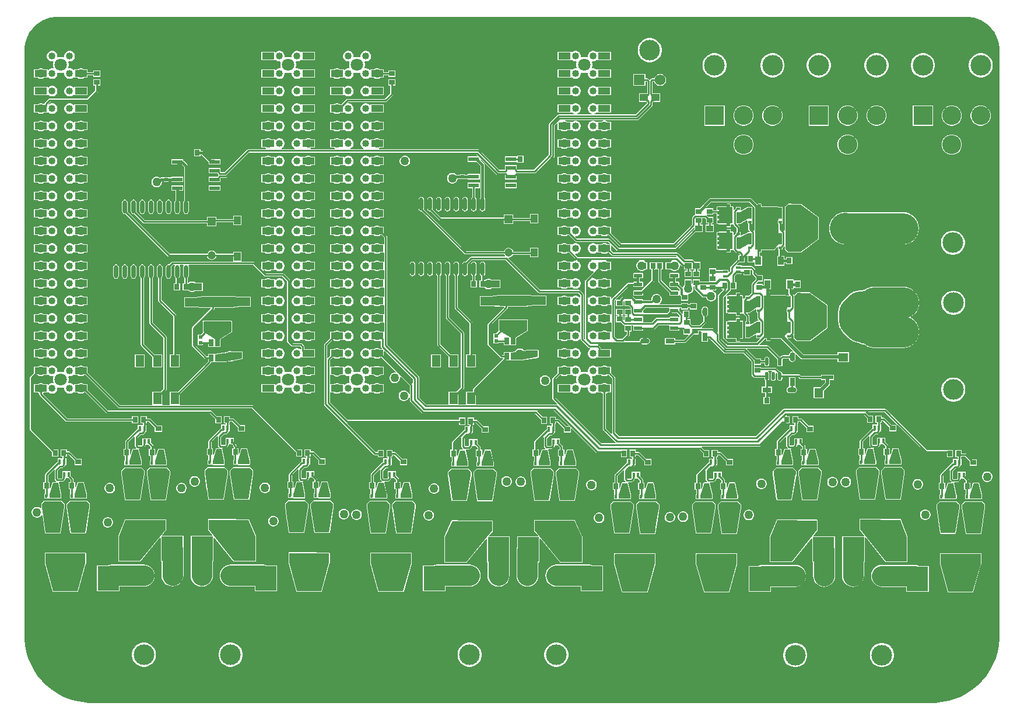
<source format=gtl>
G04*
G04 #@! TF.GenerationSoftware,Altium Limited,Altium Designer,23.4.1 (23)*
G04*
G04 Layer_Physical_Order=1*
G04 Layer_Color=255*
%FSLAX44Y44*%
%MOMM*%
G71*
G04*
G04 #@! TF.SameCoordinates,AADE7E44-117F-4E65-A716-1D38EB4515B9*
G04*
G04*
G04 #@! TF.FilePolarity,Positive*
G04*
G01*
G75*
%ADD13C,0.2540*%
%ADD16R,0.8500X0.7000*%
G04:AMPARAMS|DCode=17|XSize=0.55mm|YSize=1.25mm|CornerRadius=0.0495mm|HoleSize=0mm|Usage=FLASHONLY|Rotation=90.000|XOffset=0mm|YOffset=0mm|HoleType=Round|Shape=RoundedRectangle|*
%AMROUNDEDRECTD17*
21,1,0.5500,1.1510,0,0,90.0*
21,1,0.4510,1.2500,0,0,90.0*
1,1,0.0990,0.5755,0.2255*
1,1,0.0990,0.5755,-0.2255*
1,1,0.0990,-0.5755,-0.2255*
1,1,0.0990,-0.5755,0.2255*
%
%ADD17ROUNDEDRECTD17*%
%ADD18R,0.8500X0.7500*%
%ADD19R,0.7500X0.8500*%
%ADD20C,1.7397*%
%ADD21R,1.7300X0.5800*%
%ADD22R,1.3046X1.4562*%
%ADD23R,1.4562X1.3046*%
G04:AMPARAMS|DCode=24|XSize=1.3082mm|YSize=0.7621mm|CornerRadius=0.3811mm|HoleSize=0mm|Usage=FLASHONLY|Rotation=0.000|XOffset=0mm|YOffset=0mm|HoleType=Round|Shape=RoundedRectangle|*
%AMROUNDEDRECTD24*
21,1,1.3082,0.0000,0,0,0.0*
21,1,0.5461,0.7621,0,0,0.0*
1,1,0.7621,0.2730,0.0000*
1,1,0.7621,-0.2730,0.0000*
1,1,0.7621,-0.2730,0.0000*
1,1,0.7621,0.2730,0.0000*
%
%ADD24ROUNDEDRECTD24*%
%ADD25R,1.3082X0.7621*%
G04:AMPARAMS|DCode=26|XSize=1.2052mm|YSize=0.5298mm|CornerRadius=0.2649mm|HoleSize=0mm|Usage=FLASHONLY|Rotation=270.000|XOffset=0mm|YOffset=0mm|HoleType=Round|Shape=RoundedRectangle|*
%AMROUNDEDRECTD26*
21,1,1.2052,0.0000,0,0,270.0*
21,1,0.6754,0.5298,0,0,270.0*
1,1,0.5298,0.0000,-0.3377*
1,1,0.5298,0.0000,0.3377*
1,1,0.5298,0.0000,0.3377*
1,1,0.5298,0.0000,-0.3377*
%
%ADD26ROUNDEDRECTD26*%
%ADD27R,0.5298X1.2052*%
%ADD28R,0.5200X0.5200*%
%ADD29R,1.5500X0.6000*%
G04:AMPARAMS|DCode=30|XSize=1.3082mm|YSize=0.7621mm|CornerRadius=0.3811mm|HoleSize=0mm|Usage=FLASHONLY|Rotation=90.000|XOffset=0mm|YOffset=0mm|HoleType=Round|Shape=RoundedRectangle|*
%AMROUNDEDRECTD30*
21,1,1.3082,0.0000,0,0,90.0*
21,1,0.5461,0.7621,0,0,90.0*
1,1,0.7621,0.0000,0.2730*
1,1,0.7621,0.0000,-0.2730*
1,1,0.7621,0.0000,-0.2730*
1,1,0.7621,0.0000,0.2730*
%
%ADD30ROUNDEDRECTD30*%
%ADD31R,0.7621X1.3082*%
%ADD32R,3.1000X3.5700*%
G04:AMPARAMS|DCode=33|XSize=1.9mm|YSize=0.6mm|CornerRadius=0.3mm|HoleSize=0mm|Usage=FLASHONLY|Rotation=270.000|XOffset=0mm|YOffset=0mm|HoleType=Round|Shape=RoundedRectangle|*
%AMROUNDEDRECTD33*
21,1,1.9000,0.0000,0,0,270.0*
21,1,1.3000,0.6000,0,0,270.0*
1,1,0.6000,0.0000,-0.6500*
1,1,0.6000,0.0000,0.6500*
1,1,0.6000,0.0000,0.6500*
1,1,0.6000,0.0000,-0.6500*
%
%ADD33ROUNDEDRECTD33*%
%ADD34R,1.4562X1.2546*%
%ADD35R,1.3500X0.9500*%
%ADD36R,4.0000X1.5000*%
%ADD37R,0.7000X1.0000*%
%ADD38R,1.2700X1.6800*%
%ADD39R,1.2084X1.0121*%
%ADD40R,0.7000X0.8500*%
%ADD41R,0.5000X0.3500*%
%ADD42R,1.9600X3.1500*%
%ADD43R,0.9100X1.2200*%
%ADD44R,1.0500X0.9000*%
%ADD45R,0.8000X0.4000*%
%ADD46R,0.3500X0.5000*%
%ADD47R,0.4000X0.8000*%
%ADD48R,1.7800X1.0200*%
%ADD49R,1.0121X1.2084*%
%ADD50R,1.1500X1.0500*%
%ADD60R,2.1000X1.4000*%
%ADD62R,1.5700X1.5700*%
%ADD63C,1.5700*%
%ADD64C,3.0000*%
%ADD65R,2.7500X2.7500*%
%ADD66C,2.7500*%
%ADD67C,2.7534*%
%ADD68R,2.7534X2.7534*%
%ADD69C,2.9972*%
%ADD70R,2.7500X2.7500*%
%ADD71C,1.0200*%
%ADD72C,1.8000*%
%AMCUSTOMSHAPE77*
4,1,28,-1.1400,1.2250,-0.7250,1.2250,-0.7250,1.6050,-0.2950,1.6050,-0.2950,1.2250,0.8400,1.2250,0.8400,1.1750,1.1400,1.1750,1.1400,0.7750,0.8400,0.7750,0.8400,0.5250,1.1400,0.5250,1.1400,0.1250,0.8400,0.1250,0.8400,-0.1250,1.1400,-0.1250,1.1400,-0.5250,0.8400,-0.5250,0.8400,-0.7750,1.1400,-0.7750,1.1400,-1.1750,0.8400,-1.1750,0.8400,-1.2250,-0.2950,-1.2250,-0.2950,-1.6050,-0.7250,-1.6050,-0.7250,-1.2250,-1.1400,-1.2250,-1.1400,1.2250,0.0*%
%ADD77CUSTOMSHAPE77*%

%AMCUSTOMSHAPE78*
4,1,28,1.1400,-1.2250,0.7250,-1.2250,0.7250,-1.6050,0.2950,-1.6050,0.2950,-1.2250,-0.8400,-1.2250,-0.8400,-1.1750,-1.1400,-1.1750,-1.1400,-0.7750,-0.8400,-0.7750,-0.8400,-0.5250,-1.1400,-0.5250,-1.1400,-0.1250,-0.8400,-0.1250,-0.8400,0.1250,-1.1400,0.1250,-1.1400,0.5250,-0.8400,0.5250,-0.8400,0.7750,-1.1400,0.7750,-1.1400,1.1750,-0.8400,1.1750,-0.8400,1.2250,0.2950,1.2250,0.2950,1.6050,0.7250,1.6050,0.7250,1.2250,1.1400,1.2250,1.1400,-1.2250,0.0*%
%ADD78CUSTOMSHAPE78*%

%AMCUSTOMSHAPE79*
4,1,28,1.2250,1.1400,1.2250,0.7250,1.6050,0.7250,1.6050,0.2950,1.2250,0.2950,1.2250,-0.8400,1.1750,-0.8400,1.1750,-1.1400,0.7750,-1.1400,0.7750,-0.8400,0.5250,-0.8400,0.5250,-1.1400,0.1250,-1.1400,0.1250,-0.8400,-0.1250,-0.8400,-0.1250,-1.1400,-0.5250,-1.1400,-0.5250,-0.8400,-0.7750,-0.8400,-0.7750,-1.1400,-1.1750,-1.1400,-1.1750,-0.8400,-1.2250,-0.8400,-1.2250,0.2950,-1.6050,0.2950,-1.6050,0.7250,-1.2250,0.7250,-1.2250,1.1400,1.2250,1.1400,0.0*%
%ADD79CUSTOMSHAPE79*%

%ADD80C,0.3000*%
%ADD81C,0.5000*%
%ADD82C,1.0000*%
%ADD83C,0.3810*%
%ADD84C,3.0000*%
%ADD85C,2.5400*%
%ADD86C,4.5000*%
%ADD87R,1.2000X1.2000*%
%ADD88C,1.2000*%
%ADD89C,1.2700*%
%ADD90C,4.0000*%
G36*
X1379377Y997140D02*
X1385450Y995513D01*
X1391258Y993107D01*
X1396703Y989964D01*
X1401691Y986136D01*
X1406136Y981691D01*
X1409964Y976703D01*
X1413107Y971258D01*
X1415513Y965450D01*
X1417140Y959377D01*
X1417961Y953143D01*
Y950000D01*
Y100000D01*
Y95187D01*
X1417018Y85609D01*
X1415140Y76169D01*
X1412346Y66958D01*
X1408662Y58066D01*
X1404125Y49577D01*
X1398778Y41574D01*
X1392672Y34134D01*
X1385866Y27328D01*
X1378426Y21222D01*
X1370423Y15875D01*
X1361934Y11337D01*
X1353042Y7654D01*
X1343831Y4860D01*
X1334391Y2982D01*
X1324813Y2039D01*
X95187D01*
X85609Y2982D01*
X76169Y4860D01*
X66958Y7654D01*
X58066Y11338D01*
X49577Y15875D01*
X41574Y21222D01*
X34134Y27328D01*
X27328Y34134D01*
X21222Y41574D01*
X15875Y49577D01*
X11337Y58066D01*
X7654Y66958D01*
X4860Y76169D01*
X2982Y85609D01*
X2039Y95187D01*
Y100000D01*
X2039Y950000D01*
Y953143D01*
X2860Y959377D01*
X4487Y965450D01*
X6893Y971258D01*
X10036Y976703D01*
X13864Y981691D01*
X18309Y986136D01*
X23297Y989964D01*
X28742Y993107D01*
X34550Y995513D01*
X40623Y997140D01*
X46856Y997961D01*
X1373143D01*
X1379377Y997140D01*
D02*
G37*
%LPC*%
G36*
X828701Y948900D02*
X826699D01*
X824766Y948382D01*
X823034Y947382D01*
X821618Y945966D01*
X820618Y944233D01*
X820100Y942301D01*
Y940401D01*
X819960Y940172D01*
X819018Y939429D01*
X816514Y940100D01*
X813486D01*
X810982Y939429D01*
X810040Y940172D01*
X809900Y940401D01*
Y942301D01*
X809382Y944233D01*
X808382Y945966D01*
X806966Y947382D01*
X805234Y948382D01*
X803301Y948900D01*
X801299D01*
X799367Y948382D01*
X797634Y947382D01*
X796959Y946707D01*
X795689Y947233D01*
Y947289D01*
X776111D01*
Y935311D01*
X795689D01*
Y935367D01*
X796959Y935893D01*
X797634Y935219D01*
X799367Y934218D01*
X801299Y933700D01*
X803199D01*
X803428Y933560D01*
X804171Y932618D01*
X803500Y930114D01*
Y927086D01*
X804171Y924582D01*
X803428Y923640D01*
X803199Y923500D01*
X801299D01*
X799367Y922982D01*
X797634Y921982D01*
X796959Y921307D01*
X795689Y921833D01*
Y921889D01*
X776111D01*
Y909911D01*
X795689D01*
Y909967D01*
X796959Y910493D01*
X797634Y909818D01*
X799367Y908818D01*
X801299Y908300D01*
X803301D01*
X805234Y908818D01*
X806966Y909818D01*
X808382Y911234D01*
X809382Y912967D01*
X809900Y914899D01*
Y916799D01*
X810040Y917029D01*
X810982Y917771D01*
X813486Y917100D01*
X816514D01*
X819018Y917771D01*
X819960Y917029D01*
X820100Y916799D01*
Y914899D01*
X820618Y912967D01*
X821618Y911234D01*
X823034Y909818D01*
X824766Y908818D01*
X826699Y908300D01*
X828701D01*
X830633Y908818D01*
X832366Y909818D01*
X833041Y910493D01*
X834311Y909967D01*
Y909911D01*
X853889D01*
Y921889D01*
X834311D01*
Y921833D01*
X833041Y921307D01*
X832366Y921982D01*
X830633Y922982D01*
X828701Y923500D01*
X826801D01*
X826572Y923640D01*
X825829Y924582D01*
X826500Y927086D01*
Y930114D01*
X825829Y932618D01*
X826572Y933560D01*
X826801Y933700D01*
X828701D01*
X830633Y934218D01*
X832366Y935219D01*
X833041Y935893D01*
X834311Y935367D01*
Y935311D01*
X853889D01*
Y947289D01*
X834311D01*
Y947233D01*
X833041Y946707D01*
X832366Y947382D01*
X830633Y948382D01*
X828701Y948900D01*
D02*
G37*
G36*
X498701D02*
X496699D01*
X494767Y948382D01*
X493033Y947382D01*
X491618Y945966D01*
X490618Y944233D01*
X490100Y942301D01*
Y940401D01*
X489960Y940172D01*
X489019Y939429D01*
X486514Y940100D01*
X483486D01*
X480981Y939429D01*
X480040Y940172D01*
X479900Y940401D01*
Y942301D01*
X479382Y944233D01*
X478382Y945966D01*
X476967Y947382D01*
X475233Y948382D01*
X473301Y948900D01*
X471299D01*
X469366Y948382D01*
X467634Y947382D01*
X466218Y945966D01*
X465218Y944233D01*
X464700Y942301D01*
Y940299D01*
X465218Y938366D01*
X466218Y936634D01*
X467634Y935219D01*
X469366Y934218D01*
X471299Y933700D01*
X473199D01*
X473428Y933560D01*
X474171Y932618D01*
X473500Y930114D01*
Y927086D01*
X474171Y924582D01*
X473428Y923640D01*
X473199Y923500D01*
X471299D01*
X469366Y922982D01*
X467634Y921982D01*
X466959Y921307D01*
X465689Y921833D01*
Y921889D01*
X460687D01*
X460579Y921998D01*
X458841Y923001D01*
X456903Y923520D01*
X454897D01*
X452959Y923001D01*
X451221Y921998D01*
X451113Y921889D01*
X446111D01*
Y909911D01*
X451113D01*
X451221Y909802D01*
X452959Y908799D01*
X454897Y908280D01*
X456903D01*
X458841Y908799D01*
X460579Y909802D01*
X460687Y909911D01*
X465689D01*
Y909967D01*
X466959Y910493D01*
X467634Y909818D01*
X469366Y908818D01*
X471299Y908300D01*
X473301D01*
X475233Y908818D01*
X476967Y909818D01*
X478382Y911234D01*
X479382Y912967D01*
X479900Y914899D01*
Y916799D01*
X480040Y917029D01*
X480981Y917771D01*
X483486Y917100D01*
X486514D01*
X489019Y917771D01*
X489960Y917029D01*
X490100Y916799D01*
Y914899D01*
X490618Y912967D01*
X491618Y911234D01*
X493033Y909818D01*
X494767Y908818D01*
X496699Y908300D01*
X498701D01*
X500634Y908818D01*
X502366Y909818D01*
X503041Y910493D01*
X504311Y909967D01*
Y909911D01*
X509313D01*
X509421Y909802D01*
X511159Y908799D01*
X513097Y908280D01*
X515103D01*
X517041Y908799D01*
X518779Y909802D01*
X518887Y909911D01*
X523889D01*
Y913799D01*
X530361D01*
Y911361D01*
X540639D01*
Y920639D01*
X530361D01*
Y918201D01*
X523889D01*
Y921889D01*
X518887D01*
X518779Y921998D01*
X517041Y923001D01*
X515103Y923520D01*
X513097D01*
X511159Y923001D01*
X509421Y921998D01*
X509313Y921889D01*
X504311D01*
Y921833D01*
X503041Y921307D01*
X502366Y921982D01*
X500634Y922982D01*
X498701Y923500D01*
X496801D01*
X496572Y923640D01*
X495829Y924582D01*
X496500Y927086D01*
Y930114D01*
X495829Y932618D01*
X496572Y933560D01*
X496801Y933700D01*
X498701D01*
X500634Y934218D01*
X502366Y935219D01*
X503782Y936634D01*
X504782Y938366D01*
X505300Y940299D01*
Y942301D01*
X504782Y944233D01*
X503782Y945966D01*
X502366Y947382D01*
X500634Y948382D01*
X498701Y948900D01*
D02*
G37*
G36*
X398700D02*
X396699D01*
X394767Y948382D01*
X393033Y947382D01*
X391618Y945966D01*
X390618Y944233D01*
X390100Y942301D01*
Y940401D01*
X389960Y940172D01*
X389018Y939429D01*
X386514Y940100D01*
X383486D01*
X380981Y939429D01*
X380040Y940172D01*
X379900Y940401D01*
Y942301D01*
X379382Y944233D01*
X378382Y945966D01*
X376967Y947382D01*
X375233Y948382D01*
X373301Y948900D01*
X371299D01*
X369366Y948382D01*
X367634Y947382D01*
X366959Y946707D01*
X365689Y947233D01*
Y947289D01*
X346111D01*
Y935311D01*
X365689D01*
Y935367D01*
X366959Y935893D01*
X367634Y935219D01*
X369366Y934218D01*
X371299Y933700D01*
X373199D01*
X373428Y933560D01*
X374171Y932618D01*
X373500Y930114D01*
Y927086D01*
X374171Y924582D01*
X373428Y923640D01*
X373199Y923500D01*
X371299D01*
X369366Y922982D01*
X367634Y921982D01*
X366959Y921307D01*
X365689Y921833D01*
Y921889D01*
X346111D01*
Y909911D01*
X365689D01*
Y909967D01*
X366959Y910493D01*
X367634Y909818D01*
X369366Y908818D01*
X371299Y908300D01*
X373301D01*
X375233Y908818D01*
X376967Y909818D01*
X378382Y911234D01*
X379382Y912967D01*
X379900Y914899D01*
Y916799D01*
X380040Y917029D01*
X380981Y917771D01*
X383486Y917100D01*
X386514D01*
X389018Y917771D01*
X389960Y917029D01*
X390100Y916799D01*
Y914899D01*
X390618Y912967D01*
X391618Y911234D01*
X393033Y909818D01*
X394767Y908818D01*
X396699Y908300D01*
X398700D01*
X400634Y908818D01*
X402366Y909818D01*
X403041Y910493D01*
X404311Y909967D01*
Y909911D01*
X423889D01*
Y921889D01*
X404311D01*
Y921833D01*
X403041Y921307D01*
X402366Y921982D01*
X400634Y922982D01*
X398700Y923500D01*
X396801D01*
X396572Y923640D01*
X395829Y924582D01*
X396500Y927086D01*
Y930114D01*
X395829Y932618D01*
X396572Y933560D01*
X396801Y933700D01*
X398700D01*
X400634Y934218D01*
X402366Y935219D01*
X403041Y935893D01*
X404311Y935367D01*
Y935311D01*
X423889D01*
Y947289D01*
X404311D01*
Y947233D01*
X403041Y946707D01*
X402366Y947382D01*
X400634Y948382D01*
X398700Y948900D01*
D02*
G37*
G36*
X68700D02*
X66699D01*
X64767Y948382D01*
X63033Y947382D01*
X61618Y945966D01*
X60618Y944233D01*
X60100Y942301D01*
Y940401D01*
X59960Y940172D01*
X59018Y939429D01*
X56514Y940100D01*
X53486D01*
X50981Y939429D01*
X50040Y940172D01*
X49900Y940401D01*
Y942301D01*
X49382Y944233D01*
X48382Y945966D01*
X46967Y947382D01*
X45233Y948382D01*
X43300Y948900D01*
X41299D01*
X39367Y948382D01*
X37634Y947382D01*
X36219Y945966D01*
X35218Y944233D01*
X34700Y942301D01*
Y940299D01*
X35218Y938366D01*
X36219Y936634D01*
X37634Y935219D01*
X39367Y934218D01*
X41299Y933700D01*
X43199D01*
X43429Y933560D01*
X44171Y932618D01*
X43500Y930114D01*
Y927086D01*
X44171Y924582D01*
X43429Y923640D01*
X43199Y923500D01*
X41299D01*
X39367Y922982D01*
X37634Y921982D01*
X36959Y921307D01*
X35689Y921833D01*
Y921889D01*
X30687D01*
X30579Y921998D01*
X28841Y923001D01*
X26903Y923520D01*
X24897D01*
X22959Y923001D01*
X21221Y921998D01*
X21113Y921889D01*
X16111D01*
Y909911D01*
X21113D01*
X21221Y909802D01*
X22959Y908799D01*
X24897Y908280D01*
X26903D01*
X28841Y908799D01*
X30579Y909802D01*
X30687Y909911D01*
X35689D01*
Y909967D01*
X36959Y910493D01*
X37634Y909818D01*
X39367Y908818D01*
X41299Y908300D01*
X43300D01*
X45233Y908818D01*
X46967Y909818D01*
X48382Y911234D01*
X49382Y912967D01*
X49900Y914899D01*
Y916799D01*
X50040Y917029D01*
X50981Y917771D01*
X53486Y917100D01*
X56514D01*
X59018Y917771D01*
X59960Y917029D01*
X60100Y916799D01*
Y914899D01*
X60618Y912967D01*
X61618Y911234D01*
X63033Y909818D01*
X64767Y908818D01*
X66699Y908300D01*
X68700D01*
X70634Y908818D01*
X72366Y909818D01*
X73041Y910493D01*
X74311Y909967D01*
Y909911D01*
X79313D01*
X79421Y909802D01*
X81159Y908799D01*
X83097Y908280D01*
X85103D01*
X87041Y908799D01*
X88779Y909802D01*
X88887Y909911D01*
X93889D01*
Y913799D01*
X101861D01*
Y911361D01*
X112139D01*
Y920639D01*
X101861D01*
Y918201D01*
X93889D01*
Y921889D01*
X88887D01*
X88779Y921998D01*
X87041Y923001D01*
X85103Y923520D01*
X83097D01*
X81159Y923001D01*
X79421Y921998D01*
X79313Y921889D01*
X74311D01*
Y921833D01*
X73041Y921307D01*
X72366Y921982D01*
X70634Y922982D01*
X68700Y923500D01*
X66801D01*
X66571Y923640D01*
X65829Y924582D01*
X66500Y927086D01*
Y930114D01*
X65829Y932618D01*
X66571Y933560D01*
X66801Y933700D01*
X68700D01*
X70634Y934218D01*
X72366Y935219D01*
X73781Y936634D01*
X74782Y938366D01*
X75300Y940299D01*
Y942301D01*
X74782Y944233D01*
X73781Y945966D01*
X72366Y947382D01*
X70634Y948382D01*
X68700Y948900D01*
D02*
G37*
G36*
X911724Y967500D02*
X908276D01*
X904895Y966827D01*
X901711Y965508D01*
X898844Y963593D01*
X896407Y961156D01*
X894492Y958289D01*
X893173Y955105D01*
X892500Y951724D01*
Y948276D01*
X893173Y944895D01*
X894492Y941711D01*
X896407Y938844D01*
X898844Y936407D01*
X901711Y934492D01*
X904895Y933173D01*
X908276Y932500D01*
X911724D01*
X915105Y933173D01*
X918289Y934492D01*
X921156Y936407D01*
X923593Y938844D01*
X925508Y941711D01*
X926827Y944895D01*
X927500Y948276D01*
Y951724D01*
X926827Y955105D01*
X925508Y958289D01*
X923593Y961156D01*
X921156Y963593D01*
X918289Y965508D01*
X915105Y966827D01*
X911724Y967500D01*
D02*
G37*
G36*
X1392244Y945380D02*
X1388796D01*
X1385415Y944707D01*
X1382231Y943388D01*
X1379364Y941473D01*
X1376927Y939036D01*
X1375012Y936169D01*
X1373692Y932984D01*
X1373020Y929604D01*
Y926156D01*
X1373692Y922775D01*
X1375012Y919591D01*
X1376927Y916724D01*
X1379364Y914287D01*
X1382231Y912372D01*
X1385415Y911052D01*
X1388796Y910380D01*
X1392244D01*
X1395625Y911052D01*
X1398809Y912372D01*
X1401676Y914287D01*
X1404113Y916724D01*
X1406028Y919591D01*
X1407348Y922775D01*
X1408020Y926156D01*
Y929604D01*
X1407348Y932984D01*
X1406028Y936169D01*
X1404113Y939036D01*
X1401676Y941473D01*
X1398809Y943388D01*
X1395625Y944707D01*
X1392244Y945380D01*
D02*
G37*
G36*
X1308244D02*
X1304796D01*
X1301416Y944707D01*
X1298231Y943388D01*
X1295364Y941473D01*
X1292927Y939036D01*
X1291012Y936169D01*
X1289693Y932984D01*
X1289020Y929604D01*
Y926156D01*
X1289693Y922775D01*
X1291012Y919591D01*
X1292927Y916724D01*
X1295364Y914287D01*
X1298231Y912372D01*
X1301416Y911052D01*
X1304796Y910380D01*
X1308244D01*
X1311625Y911052D01*
X1314809Y912372D01*
X1317676Y914287D01*
X1320113Y916724D01*
X1322028Y919591D01*
X1323347Y922775D01*
X1324020Y926156D01*
Y929604D01*
X1323347Y932984D01*
X1322028Y936169D01*
X1320113Y939036D01*
X1317676Y941473D01*
X1314809Y943388D01*
X1311625Y944707D01*
X1308244Y945380D01*
D02*
G37*
G36*
X1241024D02*
X1237576D01*
X1234195Y944707D01*
X1231011Y943388D01*
X1228144Y941473D01*
X1225707Y939036D01*
X1223792Y936169D01*
X1222473Y932984D01*
X1221800Y929604D01*
Y926156D01*
X1222473Y922775D01*
X1223792Y919591D01*
X1225707Y916724D01*
X1228144Y914287D01*
X1231011Y912372D01*
X1234195Y911052D01*
X1237576Y910380D01*
X1241024D01*
X1244405Y911052D01*
X1247589Y912372D01*
X1250456Y914287D01*
X1252893Y916724D01*
X1254808Y919591D01*
X1256127Y922775D01*
X1256800Y926156D01*
Y929604D01*
X1256127Y932984D01*
X1254808Y936169D01*
X1252893Y939036D01*
X1250456Y941473D01*
X1247589Y943388D01*
X1244405Y944707D01*
X1241024Y945380D01*
D02*
G37*
G36*
X1157024D02*
X1153576D01*
X1150195Y944707D01*
X1147011Y943388D01*
X1144144Y941473D01*
X1141707Y939036D01*
X1139792Y936169D01*
X1138473Y932984D01*
X1137800Y929604D01*
Y926156D01*
X1138473Y922775D01*
X1139792Y919591D01*
X1141707Y916724D01*
X1144144Y914287D01*
X1147011Y912372D01*
X1150195Y911052D01*
X1153576Y910380D01*
X1157024D01*
X1160405Y911052D01*
X1163589Y912372D01*
X1166456Y914287D01*
X1168893Y916724D01*
X1170808Y919591D01*
X1172128Y922775D01*
X1172800Y926156D01*
Y929604D01*
X1172128Y932984D01*
X1170808Y936169D01*
X1168893Y939036D01*
X1166456Y941473D01*
X1163589Y943388D01*
X1160405Y944707D01*
X1157024Y945380D01*
D02*
G37*
G36*
X1089804D02*
X1086356D01*
X1082975Y944707D01*
X1079791Y943388D01*
X1076924Y941473D01*
X1074487Y939036D01*
X1072572Y936169D01*
X1071253Y932984D01*
X1070580Y929604D01*
Y926156D01*
X1071253Y922775D01*
X1072572Y919591D01*
X1074487Y916724D01*
X1076924Y914287D01*
X1079791Y912372D01*
X1082975Y911052D01*
X1086356Y910380D01*
X1089804D01*
X1093185Y911052D01*
X1096369Y912372D01*
X1099236Y914287D01*
X1101673Y916724D01*
X1103588Y919591D01*
X1104908Y922775D01*
X1105580Y926156D01*
Y929604D01*
X1104908Y932984D01*
X1103588Y936169D01*
X1101673Y939036D01*
X1099236Y941473D01*
X1096369Y943388D01*
X1093185Y944707D01*
X1089804Y945380D01*
D02*
G37*
G36*
X1005804D02*
X1002356D01*
X998976Y944707D01*
X995791Y943388D01*
X992924Y941473D01*
X990487Y939036D01*
X988572Y936169D01*
X987253Y932984D01*
X986580Y929604D01*
Y926156D01*
X987253Y922775D01*
X988572Y919591D01*
X990487Y916724D01*
X992924Y914287D01*
X995791Y912372D01*
X998976Y911052D01*
X1002356Y910380D01*
X1005804D01*
X1009185Y911052D01*
X1012369Y912372D01*
X1015236Y914287D01*
X1017673Y916724D01*
X1019588Y919591D01*
X1020908Y922775D01*
X1021580Y926156D01*
Y929604D01*
X1020908Y932984D01*
X1019588Y936169D01*
X1017673Y939036D01*
X1015236Y941473D01*
X1012369Y943388D01*
X1009185Y944707D01*
X1005804Y945380D01*
D02*
G37*
G36*
X926151Y915539D02*
X923849D01*
X921627Y914943D01*
X919634Y913793D01*
X918007Y912166D01*
X916857Y910173D01*
X916543Y909001D01*
X913202D01*
X912360Y908834D01*
X911646Y908357D01*
X910877Y907588D01*
X910000Y906979D01*
X909123Y907588D01*
X908354Y908357D01*
X907640Y908834D01*
X906798Y909001D01*
X903739D01*
Y915539D01*
X886261D01*
Y898061D01*
X903739D01*
Y904599D01*
X905886D01*
X906084Y904400D01*
Y894194D01*
X906084Y894194D01*
Y887380D01*
X905886Y887181D01*
X905480D01*
X905267Y887139D01*
X894861D01*
Y874861D01*
X905267D01*
X905480Y874819D01*
X905886D01*
X906084Y874620D01*
Y872892D01*
X889596Y856403D01*
X829514D01*
X829347Y857673D01*
X830633Y858018D01*
X832366Y859018D01*
X833041Y859693D01*
X834311Y859167D01*
Y859111D01*
X853889D01*
Y871089D01*
X834311D01*
Y871033D01*
X833041Y870507D01*
X832366Y871181D01*
X830633Y872182D01*
X828701Y872700D01*
X826699D01*
X824766Y872182D01*
X823034Y871181D01*
X821618Y869766D01*
X820618Y868034D01*
X820100Y866101D01*
Y864099D01*
X820618Y862167D01*
X821618Y860434D01*
X823034Y859018D01*
X824766Y858018D01*
X826053Y857673D01*
X825885Y856403D01*
X804114D01*
X803947Y857673D01*
X805234Y858018D01*
X806966Y859018D01*
X808382Y860434D01*
X809382Y862167D01*
X809900Y864099D01*
Y866101D01*
X809382Y868034D01*
X808382Y869766D01*
X806966Y871181D01*
X805234Y872182D01*
X803301Y872700D01*
X801299D01*
X799367Y872182D01*
X797634Y871181D01*
X796959Y870507D01*
X795689Y871033D01*
Y871089D01*
X776111D01*
Y859111D01*
X795689D01*
Y859167D01*
X796959Y859693D01*
X797634Y859018D01*
X799367Y858018D01*
X800653Y857673D01*
X800486Y856403D01*
X777344D01*
X776501Y856236D01*
X775787Y855759D01*
X764380Y844352D01*
X763903Y843638D01*
X763736Y842795D01*
Y798091D01*
X742061Y776416D01*
X717280D01*
X717081Y776614D01*
Y777120D01*
X717039Y777333D01*
Y782739D01*
X699761D01*
Y777333D01*
X699719Y777120D01*
Y776614D01*
X699520Y776416D01*
X691300D01*
X662249Y805467D01*
X661535Y805944D01*
X660693Y806111D01*
X516850D01*
X516683Y807381D01*
X517041Y807477D01*
X518485Y808311D01*
X523889D01*
Y820289D01*
X519165D01*
X518779Y820676D01*
X517041Y821679D01*
X515103Y822198D01*
X513097D01*
X511159Y821679D01*
X509421Y820676D01*
X509035Y820289D01*
X504311D01*
Y820233D01*
X503041Y819707D01*
X502366Y820381D01*
X500634Y821382D01*
X498701Y821900D01*
X496699D01*
X494767Y821382D01*
X493033Y820381D01*
X491618Y818967D01*
X490618Y817234D01*
X490100Y815301D01*
Y813299D01*
X490618Y811367D01*
X491618Y809633D01*
X493033Y808219D01*
X494484Y807381D01*
X494183Y806111D01*
X475817D01*
X475516Y807381D01*
X476967Y808219D01*
X478382Y809633D01*
X479382Y811367D01*
X479900Y813299D01*
Y815301D01*
X479382Y817234D01*
X478382Y818967D01*
X476967Y820381D01*
X475233Y821382D01*
X473301Y821900D01*
X471299D01*
X469366Y821382D01*
X467634Y820381D01*
X466959Y819707D01*
X465689Y820233D01*
Y820289D01*
X460687D01*
X460579Y820397D01*
X458841Y821401D01*
X456903Y821920D01*
X454897D01*
X452959Y821401D01*
X451221Y820397D01*
X451113Y820289D01*
X446111D01*
Y808311D01*
X451113D01*
X451221Y808203D01*
X452644Y807381D01*
X452303Y806111D01*
X417697D01*
X417356Y807381D01*
X418779Y808203D01*
X418887Y808311D01*
X423889D01*
Y820289D01*
X418887D01*
X418779Y820397D01*
X417041Y821401D01*
X415103Y821920D01*
X413097D01*
X411159Y821401D01*
X409421Y820397D01*
X409313Y820289D01*
X404311D01*
Y820233D01*
X403041Y819707D01*
X402366Y820381D01*
X400634Y821382D01*
X398700Y821900D01*
X396699D01*
X394767Y821382D01*
X393033Y820381D01*
X391618Y818967D01*
X390618Y817234D01*
X390100Y815301D01*
Y813299D01*
X390618Y811367D01*
X391618Y809633D01*
X393033Y808219D01*
X394484Y807381D01*
X394183Y806111D01*
X375817D01*
X375516Y807381D01*
X376967Y808219D01*
X378382Y809633D01*
X379382Y811367D01*
X379900Y813299D01*
Y815301D01*
X379382Y817234D01*
X378382Y818967D01*
X376967Y820381D01*
X375233Y821382D01*
X373301Y821900D01*
X371299D01*
X369366Y821382D01*
X367634Y820381D01*
X366959Y819707D01*
X365689Y820233D01*
Y820289D01*
X360687D01*
X360579Y820397D01*
X358841Y821401D01*
X356903Y821920D01*
X354897D01*
X352959Y821401D01*
X351221Y820397D01*
X351113Y820289D01*
X346111D01*
Y808311D01*
X351113D01*
X351221Y808203D01*
X352644Y807381D01*
X352303Y806111D01*
X327064D01*
X326222Y805944D01*
X325508Y805467D01*
X292707Y772666D01*
X286880D01*
X286681Y772864D01*
Y773370D01*
X286639Y773583D01*
Y778989D01*
X269361D01*
Y771211D01*
X282426D01*
X282446Y771110D01*
X282924Y770396D01*
X283692Y769627D01*
X284302Y768750D01*
X283692Y767873D01*
X282924Y767104D01*
X282446Y766390D01*
X282426Y766289D01*
X269361D01*
Y758511D01*
X286639D01*
Y763917D01*
X286681Y764130D01*
Y764636D01*
X286880Y764834D01*
X295039D01*
X295881Y765002D01*
X296595Y765479D01*
X329396Y798280D01*
X658360D01*
X660028Y796612D01*
X659542Y795439D01*
X645761D01*
Y787661D01*
X658810D01*
X664351Y782120D01*
Y735487D01*
X663537Y734267D01*
X663235Y732750D01*
Y719750D01*
X663537Y718233D01*
X664396Y716946D01*
X665683Y716087D01*
X667200Y715785D01*
X668717Y716087D01*
X670004Y716946D01*
X670863Y718233D01*
X671165Y719750D01*
Y732750D01*
X670863Y734267D01*
X670049Y735487D01*
Y783300D01*
X670049Y783300D01*
X669832Y784390D01*
X669214Y785314D01*
X669214Y785314D01*
X663691Y790837D01*
X663744Y791100D01*
X665122Y791518D01*
X687411Y769229D01*
X688125Y768752D01*
X688968Y768584D01*
X699520D01*
X699719Y768386D01*
Y767880D01*
X699761Y767667D01*
Y762261D01*
X717039D01*
Y767667D01*
X717081Y767880D01*
Y768386D01*
X717280Y768584D01*
X744393D01*
X745235Y768752D01*
X745949Y769229D01*
X770922Y794202D01*
X771400Y794916D01*
X771567Y795759D01*
Y840463D01*
X774938Y843834D01*
X776111Y843348D01*
Y833711D01*
X781113D01*
X781221Y833603D01*
X782959Y832599D01*
X784897Y832080D01*
X786903D01*
X788841Y832599D01*
X790579Y833603D01*
X790687Y833711D01*
X795689D01*
Y833767D01*
X796959Y834293D01*
X797634Y833618D01*
X799367Y832618D01*
X801299Y832100D01*
X803301D01*
X805234Y832618D01*
X806966Y833618D01*
X808382Y835033D01*
X809382Y836767D01*
X809900Y838699D01*
Y840701D01*
X809382Y842634D01*
X808382Y844367D01*
X806966Y845781D01*
X805234Y846782D01*
X803301Y847300D01*
X801299D01*
X799367Y846782D01*
X797634Y845781D01*
X796959Y845107D01*
X795689Y845633D01*
Y845689D01*
X790687D01*
X790579Y845798D01*
X788841Y846801D01*
X786903Y847320D01*
X786947Y848572D01*
X843053D01*
X843097Y847320D01*
X841159Y846801D01*
X839421Y845798D01*
X839313Y845689D01*
X834311D01*
Y845633D01*
X833041Y845107D01*
X832366Y845781D01*
X830633Y846782D01*
X828701Y847300D01*
X826699D01*
X824766Y846782D01*
X823034Y845781D01*
X821618Y844367D01*
X820618Y842634D01*
X820100Y840701D01*
Y838699D01*
X820618Y836767D01*
X821618Y835033D01*
X823034Y833618D01*
X824766Y832618D01*
X826699Y832100D01*
X828701D01*
X830633Y832618D01*
X832366Y833618D01*
X833041Y834293D01*
X834311Y833767D01*
Y833711D01*
X839313D01*
X839421Y833603D01*
X841159Y832599D01*
X843097Y832080D01*
X845103D01*
X847041Y832599D01*
X848779Y833603D01*
X848887Y833711D01*
X853889D01*
Y845689D01*
X848887D01*
X848779Y845798D01*
X847041Y846801D01*
X845103Y847320D01*
X845147Y848572D01*
X891928D01*
X892770Y848739D01*
X893484Y849217D01*
X913271Y869003D01*
X913748Y869717D01*
X913916Y870560D01*
Y874620D01*
X914114Y874819D01*
X914520D01*
X914733Y874861D01*
X925139D01*
Y887139D01*
X914733D01*
X914520Y887181D01*
X914114D01*
X913916Y887380D01*
Y895614D01*
X913916Y895615D01*
Y904400D01*
X914114Y904599D01*
X916543D01*
X916857Y903427D01*
X918007Y901434D01*
X919634Y899807D01*
X921627Y898657D01*
X923849Y898061D01*
X926151D01*
X928373Y898657D01*
X930366Y899807D01*
X931993Y901434D01*
X933143Y903427D01*
X933739Y905649D01*
Y907951D01*
X933143Y910173D01*
X931993Y912166D01*
X930366Y913793D01*
X928373Y914943D01*
X926151Y915539D01*
D02*
G37*
G36*
X803301Y898100D02*
X801299D01*
X799367Y897582D01*
X797634Y896581D01*
X796959Y895907D01*
X795689Y896433D01*
Y896489D01*
X776111D01*
Y884511D01*
X795689D01*
Y884567D01*
X796959Y885093D01*
X797634Y884418D01*
X799367Y883418D01*
X801299Y882900D01*
X803301D01*
X805234Y883418D01*
X806966Y884418D01*
X808382Y885834D01*
X809382Y887567D01*
X809900Y889499D01*
Y891501D01*
X809382Y893434D01*
X808382Y895166D01*
X806966Y896581D01*
X805234Y897582D01*
X803301Y898100D01*
D02*
G37*
G36*
X473301D02*
X471299D01*
X469366Y897582D01*
X467634Y896581D01*
X466959Y895907D01*
X465689Y896433D01*
Y896489D01*
X446111D01*
Y884511D01*
X465689D01*
Y884567D01*
X466959Y885093D01*
X467634Y884418D01*
X469366Y883418D01*
X471299Y882900D01*
X473301D01*
X475233Y883418D01*
X476967Y884418D01*
X478382Y885834D01*
X479382Y887567D01*
X479900Y889499D01*
Y891501D01*
X479382Y893434D01*
X478382Y895166D01*
X476967Y896581D01*
X475233Y897582D01*
X473301Y898100D01*
D02*
G37*
G36*
X373301D02*
X371299D01*
X369366Y897582D01*
X367634Y896581D01*
X366959Y895907D01*
X365689Y896433D01*
Y896489D01*
X346111D01*
Y884511D01*
X365689D01*
Y884567D01*
X366959Y885093D01*
X367634Y884418D01*
X369366Y883418D01*
X371299Y882900D01*
X373301D01*
X375233Y883418D01*
X376967Y884418D01*
X378382Y885834D01*
X379382Y887567D01*
X379900Y889499D01*
Y891501D01*
X379382Y893434D01*
X378382Y895166D01*
X376967Y896581D01*
X375233Y897582D01*
X373301Y898100D01*
D02*
G37*
G36*
X43300D02*
X41299D01*
X39367Y897582D01*
X37634Y896581D01*
X36959Y895907D01*
X35689Y896433D01*
Y896489D01*
X16111D01*
Y884511D01*
X35689D01*
Y884567D01*
X36959Y885093D01*
X37634Y884418D01*
X39367Y883418D01*
X41299Y882900D01*
X43300D01*
X45233Y883418D01*
X46967Y884418D01*
X48382Y885834D01*
X49382Y887567D01*
X49900Y889499D01*
Y891501D01*
X49382Y893434D01*
X48382Y895166D01*
X46967Y896581D01*
X45233Y897582D01*
X43300Y898100D01*
D02*
G37*
G36*
X828701D02*
X826699D01*
X824766Y897582D01*
X823034Y896581D01*
X821618Y895166D01*
X820618Y893434D01*
X820100Y891501D01*
Y889499D01*
X820618Y887567D01*
X821618Y885834D01*
X823034Y884418D01*
X824766Y883418D01*
X826699Y882900D01*
X828701D01*
X830633Y883418D01*
X832366Y884418D01*
X833041Y885093D01*
X834311Y884567D01*
Y884511D01*
X853889D01*
Y896489D01*
X834311D01*
Y896433D01*
X833041Y895907D01*
X832366Y896581D01*
X830633Y897582D01*
X828701Y898100D01*
D02*
G37*
G36*
X498701D02*
X496699D01*
X494767Y897582D01*
X493033Y896581D01*
X491618Y895166D01*
X490618Y893434D01*
X490100Y891501D01*
Y889499D01*
X490618Y887567D01*
X491618Y885834D01*
X493033Y884418D01*
X494767Y883418D01*
X496699Y882900D01*
X498701D01*
X500634Y883418D01*
X502366Y884418D01*
X503041Y885093D01*
X504311Y884567D01*
Y884511D01*
X523889D01*
Y896489D01*
X504311D01*
Y896433D01*
X503041Y895907D01*
X502366Y896581D01*
X500634Y897582D01*
X498701Y898100D01*
D02*
G37*
G36*
X398700D02*
X396699D01*
X394767Y897582D01*
X393033Y896581D01*
X391618Y895166D01*
X390618Y893434D01*
X390100Y891501D01*
Y889499D01*
X390618Y887567D01*
X391618Y885834D01*
X393033Y884418D01*
X394767Y883418D01*
X396699Y882900D01*
X398700D01*
X400634Y883418D01*
X402366Y884418D01*
X403041Y885093D01*
X404311Y884567D01*
Y884511D01*
X423889D01*
Y896489D01*
X404311D01*
Y896433D01*
X403041Y895907D01*
X402366Y896581D01*
X400634Y897582D01*
X398700Y898100D01*
D02*
G37*
G36*
X68700D02*
X66699D01*
X64767Y897582D01*
X63033Y896581D01*
X61618Y895166D01*
X60618Y893434D01*
X60100Y891501D01*
Y889499D01*
X60618Y887567D01*
X61618Y885834D01*
X63033Y884418D01*
X64767Y883418D01*
X66699Y882900D01*
X68700D01*
X70634Y883418D01*
X72366Y884418D01*
X73041Y885093D01*
X74311Y884567D01*
Y884511D01*
X93889D01*
Y896489D01*
X74311D01*
Y896433D01*
X73041Y895907D01*
X72366Y896581D01*
X70634Y897582D01*
X68700Y898100D01*
D02*
G37*
G36*
X112139Y907639D02*
X101861D01*
Y898361D01*
X104799D01*
Y891162D01*
X93338Y879701D01*
X39000D01*
X38158Y879534D01*
X37443Y879056D01*
X31848Y873461D01*
X31370Y872747D01*
X31267Y872228D01*
X30446Y871705D01*
X29933Y871571D01*
X28841Y872201D01*
X26903Y872720D01*
X24897D01*
X22959Y872201D01*
X21221Y871198D01*
X21113Y871089D01*
X16111D01*
Y859111D01*
X21113D01*
X21221Y859003D01*
X22959Y857999D01*
X24897Y857480D01*
X26903D01*
X28841Y857999D01*
X30579Y859003D01*
X30687Y859111D01*
X35689D01*
Y859167D01*
X36959Y859693D01*
X37634Y859018D01*
X39367Y858018D01*
X41299Y857500D01*
X43300D01*
X45233Y858018D01*
X46967Y859018D01*
X48382Y860434D01*
X49382Y862167D01*
X49900Y864099D01*
Y866101D01*
X49382Y868034D01*
X48382Y869766D01*
X46967Y871181D01*
X45233Y872182D01*
X43300Y872700D01*
X41299D01*
X39367Y872182D01*
X38045Y871419D01*
X36895Y871775D01*
X36638Y871982D01*
X36631Y872018D01*
X39912Y875299D01*
X94250D01*
X95092Y875466D01*
X95807Y875944D01*
X108556Y888693D01*
X109034Y889408D01*
X109201Y890250D01*
Y898361D01*
X112139D01*
Y907639D01*
D02*
G37*
G36*
X540639D02*
X530361D01*
Y898361D01*
X533299D01*
Y886912D01*
X525588Y879201D01*
X471250D01*
X470408Y879034D01*
X469693Y878557D01*
X462226Y871089D01*
X460687D01*
X460579Y871198D01*
X458841Y872201D01*
X456903Y872720D01*
X454897D01*
X452959Y872201D01*
X451221Y871198D01*
X451113Y871089D01*
X446111D01*
Y859111D01*
X451113D01*
X451221Y859003D01*
X452959Y857999D01*
X454897Y857480D01*
X456903D01*
X458841Y857999D01*
X460579Y859003D01*
X460687Y859111D01*
X465689D01*
Y859167D01*
X466959Y859693D01*
X467634Y859018D01*
X469366Y858018D01*
X471299Y857500D01*
X473301D01*
X475233Y858018D01*
X476967Y859018D01*
X478382Y860434D01*
X479382Y862167D01*
X479900Y864099D01*
Y866101D01*
X479382Y868034D01*
X478382Y869766D01*
X476967Y871181D01*
X475233Y872182D01*
X473301Y872700D01*
X471859D01*
X471382Y873852D01*
X472164Y874799D01*
X526500D01*
X527342Y874966D01*
X528056Y875443D01*
X537057Y884444D01*
X537534Y885158D01*
X537701Y886000D01*
Y898361D01*
X540639D01*
Y907639D01*
D02*
G37*
G36*
X373301Y872700D02*
X371299D01*
X369366Y872182D01*
X367634Y871181D01*
X366959Y870507D01*
X365689Y871033D01*
Y871089D01*
X346111D01*
Y859111D01*
X365689D01*
Y859167D01*
X366959Y859693D01*
X367634Y859018D01*
X369366Y858018D01*
X371299Y857500D01*
X373301D01*
X375233Y858018D01*
X376967Y859018D01*
X378382Y860434D01*
X379382Y862167D01*
X379900Y864099D01*
Y866101D01*
X379382Y868034D01*
X378382Y869766D01*
X376967Y871181D01*
X375233Y872182D01*
X373301Y872700D01*
D02*
G37*
G36*
X498701D02*
X496699D01*
X494767Y872182D01*
X493033Y871181D01*
X491618Y869766D01*
X490618Y868034D01*
X490100Y866101D01*
Y864099D01*
X490618Y862167D01*
X491618Y860434D01*
X493033Y859018D01*
X494767Y858018D01*
X496699Y857500D01*
X498701D01*
X500634Y858018D01*
X502366Y859018D01*
X503041Y859693D01*
X504311Y859167D01*
Y859111D01*
X523889D01*
Y871089D01*
X504311D01*
Y871033D01*
X503041Y870507D01*
X502366Y871181D01*
X500634Y872182D01*
X498701Y872700D01*
D02*
G37*
G36*
X398700D02*
X396699D01*
X394767Y872182D01*
X393033Y871181D01*
X391618Y869766D01*
X390618Y868034D01*
X390100Y866101D01*
Y864099D01*
X390618Y862167D01*
X391618Y860434D01*
X393033Y859018D01*
X394767Y858018D01*
X396699Y857500D01*
X398700D01*
X400634Y858018D01*
X402366Y859018D01*
X403041Y859693D01*
X404311Y859167D01*
Y859111D01*
X423889D01*
Y871089D01*
X404311D01*
Y871033D01*
X403041Y870507D01*
X402366Y871181D01*
X400634Y872182D01*
X398700Y872700D01*
D02*
G37*
G36*
X68700D02*
X66699D01*
X64767Y872182D01*
X63033Y871181D01*
X61618Y869766D01*
X60618Y868034D01*
X60100Y866101D01*
Y864099D01*
X60618Y862167D01*
X61618Y860434D01*
X63033Y859018D01*
X64767Y858018D01*
X66699Y857500D01*
X68700D01*
X70634Y858018D01*
X72366Y859018D01*
X73041Y859693D01*
X74311Y859167D01*
Y859111D01*
X93889D01*
Y871089D01*
X74311D01*
Y871033D01*
X73041Y870507D01*
X72366Y871181D01*
X70634Y872182D01*
X68700Y872700D01*
D02*
G37*
G36*
X515103Y847320D02*
X513097D01*
X511159Y846801D01*
X509421Y845798D01*
X509313Y845689D01*
X504311D01*
Y845633D01*
X503041Y845107D01*
X502366Y845781D01*
X500634Y846782D01*
X498701Y847300D01*
X496699D01*
X494767Y846782D01*
X493033Y845781D01*
X491618Y844367D01*
X490618Y842634D01*
X490100Y840701D01*
Y838699D01*
X490618Y836767D01*
X491618Y835033D01*
X493033Y833618D01*
X494767Y832618D01*
X496699Y832100D01*
X498701D01*
X500634Y832618D01*
X502366Y833618D01*
X503041Y834293D01*
X504311Y833767D01*
Y833711D01*
X509313D01*
X509421Y833603D01*
X511159Y832599D01*
X513097Y832080D01*
X515103D01*
X517041Y832599D01*
X518779Y833603D01*
X518887Y833711D01*
X523889D01*
Y845689D01*
X518887D01*
X518779Y845798D01*
X517041Y846801D01*
X515103Y847320D01*
D02*
G37*
G36*
X415103D02*
X413097D01*
X411159Y846801D01*
X409421Y845798D01*
X409313Y845689D01*
X404311D01*
Y845633D01*
X403041Y845107D01*
X402366Y845781D01*
X400634Y846782D01*
X398700Y847300D01*
X396699D01*
X394767Y846782D01*
X393033Y845781D01*
X391618Y844367D01*
X390618Y842634D01*
X390100Y840701D01*
Y838699D01*
X390618Y836767D01*
X391618Y835033D01*
X393033Y833618D01*
X394767Y832618D01*
X396699Y832100D01*
X398700D01*
X400634Y832618D01*
X402366Y833618D01*
X403041Y834293D01*
X404311Y833767D01*
Y833711D01*
X409313D01*
X409421Y833603D01*
X411159Y832599D01*
X413097Y832080D01*
X415103D01*
X417041Y832599D01*
X418779Y833603D01*
X418887Y833711D01*
X423889D01*
Y845689D01*
X418887D01*
X418779Y845798D01*
X417041Y846801D01*
X415103Y847320D01*
D02*
G37*
G36*
X85103D02*
X83097D01*
X81159Y846801D01*
X79421Y845798D01*
X79313Y845689D01*
X74311D01*
Y845633D01*
X73041Y845107D01*
X72366Y845781D01*
X70634Y846782D01*
X68700Y847300D01*
X66699D01*
X64767Y846782D01*
X63033Y845781D01*
X61618Y844367D01*
X60618Y842634D01*
X60100Y840701D01*
Y838699D01*
X60618Y836767D01*
X61618Y835033D01*
X63033Y833618D01*
X64767Y832618D01*
X66699Y832100D01*
X68700D01*
X70634Y832618D01*
X72366Y833618D01*
X73041Y834293D01*
X74311Y833767D01*
Y833711D01*
X79313D01*
X79421Y833603D01*
X81159Y832599D01*
X83097Y832080D01*
X85103D01*
X87041Y832599D01*
X88779Y833603D01*
X88887Y833711D01*
X93889D01*
Y845689D01*
X88887D01*
X88779Y845798D01*
X87041Y846801D01*
X85103Y847320D01*
D02*
G37*
G36*
X1392447Y869519D02*
X1388593D01*
X1384870Y868521D01*
X1381532Y866594D01*
X1378806Y863868D01*
X1376879Y860530D01*
X1375881Y856807D01*
Y852953D01*
X1376879Y849230D01*
X1378806Y845891D01*
X1381532Y843166D01*
X1384870Y841239D01*
X1388593Y840241D01*
X1392447D01*
X1396170Y841239D01*
X1399509Y843166D01*
X1402234Y845891D01*
X1404161Y849230D01*
X1405159Y852953D01*
Y856807D01*
X1404161Y860530D01*
X1402234Y863868D01*
X1399509Y866594D01*
X1396170Y868521D01*
X1392447Y869519D01*
D02*
G37*
G36*
X1350447D02*
X1346593D01*
X1342870Y868521D01*
X1339532Y866594D01*
X1336806Y863868D01*
X1334879Y860530D01*
X1333881Y856807D01*
Y852953D01*
X1334879Y849230D01*
X1336806Y845891D01*
X1339532Y843166D01*
X1342870Y841239D01*
X1346593Y840241D01*
X1350447D01*
X1354170Y841239D01*
X1357509Y843166D01*
X1360234Y845891D01*
X1362161Y849230D01*
X1363159Y852953D01*
Y856807D01*
X1362161Y860530D01*
X1360234Y863868D01*
X1357509Y866594D01*
X1354170Y868521D01*
X1350447Y869519D01*
D02*
G37*
G36*
X1321159D02*
X1291881D01*
Y840241D01*
X1321159D01*
Y869519D01*
D02*
G37*
G36*
X1241227D02*
X1237373D01*
X1233650Y868521D01*
X1230312Y866594D01*
X1227586Y863868D01*
X1225659Y860530D01*
X1224661Y856807D01*
Y852953D01*
X1225659Y849230D01*
X1227586Y845891D01*
X1230312Y843166D01*
X1233650Y841239D01*
X1237373Y840241D01*
X1241227D01*
X1244950Y841239D01*
X1248289Y843166D01*
X1251014Y845891D01*
X1252941Y849230D01*
X1253939Y852953D01*
Y856807D01*
X1252941Y860530D01*
X1251014Y863868D01*
X1248289Y866594D01*
X1244950Y868521D01*
X1241227Y869519D01*
D02*
G37*
G36*
X1199227D02*
X1195373D01*
X1191650Y868521D01*
X1188311Y866594D01*
X1185586Y863868D01*
X1183659Y860530D01*
X1182661Y856807D01*
Y852953D01*
X1183659Y849230D01*
X1185586Y845891D01*
X1188311Y843166D01*
X1191650Y841239D01*
X1195373Y840241D01*
X1199227D01*
X1202951Y841239D01*
X1206289Y843166D01*
X1209014Y845891D01*
X1210941Y849230D01*
X1211939Y852953D01*
Y856807D01*
X1210941Y860530D01*
X1209014Y863868D01*
X1206289Y866594D01*
X1202951Y868521D01*
X1199227Y869519D01*
D02*
G37*
G36*
X1169939D02*
X1140661D01*
Y840241D01*
X1169939D01*
Y869519D01*
D02*
G37*
G36*
X1090007D02*
X1086153D01*
X1082430Y868521D01*
X1079091Y866594D01*
X1076366Y863868D01*
X1074439Y860530D01*
X1073441Y856807D01*
Y852953D01*
X1074439Y849230D01*
X1076366Y845891D01*
X1079091Y843166D01*
X1082430Y841239D01*
X1086153Y840241D01*
X1090007D01*
X1093730Y841239D01*
X1097069Y843166D01*
X1099794Y845891D01*
X1101721Y849230D01*
X1102719Y852953D01*
Y856807D01*
X1101721Y860530D01*
X1099794Y863868D01*
X1097069Y866594D01*
X1093730Y868521D01*
X1090007Y869519D01*
D02*
G37*
G36*
X1048007D02*
X1044153D01*
X1040430Y868521D01*
X1037092Y866594D01*
X1034366Y863868D01*
X1032439Y860530D01*
X1031441Y856807D01*
Y852953D01*
X1032439Y849230D01*
X1034366Y845891D01*
X1037092Y843166D01*
X1040430Y841239D01*
X1044153Y840241D01*
X1048007D01*
X1051730Y841239D01*
X1055069Y843166D01*
X1057794Y845891D01*
X1059721Y849230D01*
X1060719Y852953D01*
Y856807D01*
X1059721Y860530D01*
X1057794Y863868D01*
X1055069Y866594D01*
X1051730Y868521D01*
X1048007Y869519D01*
D02*
G37*
G36*
X1018719D02*
X989441D01*
Y840241D01*
X1018719D01*
Y869519D01*
D02*
G37*
G36*
X456903Y847320D02*
X454897D01*
X452959Y846801D01*
X451221Y845798D01*
X451113Y845689D01*
X446111D01*
Y833711D01*
X451113D01*
X451221Y833603D01*
X452959Y832599D01*
X454897Y832080D01*
X456903D01*
X458841Y832599D01*
X460579Y833603D01*
X460687Y833711D01*
X465689D01*
Y833767D01*
X466959Y834293D01*
X467634Y833618D01*
X469366Y832618D01*
X471299Y832100D01*
X473301D01*
X475233Y832618D01*
X476967Y833618D01*
X478382Y835033D01*
X479382Y836767D01*
X479900Y838699D01*
Y840701D01*
X479382Y842634D01*
X478382Y844367D01*
X476967Y845781D01*
X475233Y846782D01*
X473301Y847300D01*
X471299D01*
X469366Y846782D01*
X467634Y845781D01*
X466959Y845107D01*
X465689Y845633D01*
Y845689D01*
X460687D01*
X460579Y845798D01*
X458841Y846801D01*
X456903Y847320D01*
D02*
G37*
G36*
X356903D02*
X354897D01*
X352959Y846801D01*
X351221Y845798D01*
X351113Y845689D01*
X346111D01*
Y833711D01*
X351113D01*
X351221Y833603D01*
X352959Y832599D01*
X354897Y832080D01*
X356903D01*
X358841Y832599D01*
X360579Y833603D01*
X360687Y833711D01*
X365689D01*
Y833767D01*
X366959Y834293D01*
X367634Y833618D01*
X369366Y832618D01*
X371299Y832100D01*
X373301D01*
X375233Y832618D01*
X376967Y833618D01*
X378382Y835033D01*
X379382Y836767D01*
X379900Y838699D01*
Y840701D01*
X379382Y842634D01*
X378382Y844367D01*
X376967Y845781D01*
X375233Y846782D01*
X373301Y847300D01*
X371299D01*
X369366Y846782D01*
X367634Y845781D01*
X366959Y845107D01*
X365689Y845633D01*
Y845689D01*
X360687D01*
X360579Y845798D01*
X358841Y846801D01*
X356903Y847320D01*
D02*
G37*
G36*
X26903D02*
X24897D01*
X22959Y846801D01*
X21221Y845798D01*
X21113Y845689D01*
X16111D01*
Y833711D01*
X21113D01*
X21221Y833603D01*
X22959Y832599D01*
X24897Y832080D01*
X26903D01*
X28841Y832599D01*
X30579Y833603D01*
X30687Y833711D01*
X35689D01*
Y833767D01*
X36959Y834293D01*
X37634Y833618D01*
X39367Y832618D01*
X41299Y832100D01*
X43300D01*
X45233Y832618D01*
X46967Y833618D01*
X48382Y835033D01*
X49382Y836767D01*
X49900Y838699D01*
Y840701D01*
X49382Y842634D01*
X48382Y844367D01*
X46967Y845781D01*
X45233Y846782D01*
X43300Y847300D01*
X41299D01*
X39367Y846782D01*
X37634Y845781D01*
X36959Y845107D01*
X35689Y845633D01*
Y845689D01*
X30687D01*
X30579Y845798D01*
X28841Y846801D01*
X26903Y847320D01*
D02*
G37*
G36*
X845103Y821920D02*
X843097D01*
X841159Y821401D01*
X839421Y820397D01*
X839313Y820289D01*
X834311D01*
Y820233D01*
X833041Y819707D01*
X832366Y820381D01*
X830633Y821382D01*
X828701Y821900D01*
X826699D01*
X824766Y821382D01*
X823034Y820381D01*
X821618Y818967D01*
X820618Y817234D01*
X820100Y815301D01*
Y813299D01*
X820618Y811367D01*
X821618Y809633D01*
X823034Y808219D01*
X824766Y807218D01*
X826699Y806700D01*
X828701D01*
X830633Y807218D01*
X832366Y808219D01*
X833041Y808893D01*
X834311Y808367D01*
Y808311D01*
X839313D01*
X839421Y808203D01*
X841159Y807199D01*
X843097Y806680D01*
X845103D01*
X847041Y807199D01*
X848779Y808203D01*
X848887Y808311D01*
X853889D01*
Y820289D01*
X848887D01*
X848779Y820397D01*
X847041Y821401D01*
X845103Y821920D01*
D02*
G37*
G36*
X85103D02*
X83097D01*
X81159Y821401D01*
X79421Y820397D01*
X79313Y820289D01*
X74311D01*
Y820233D01*
X73041Y819707D01*
X72366Y820381D01*
X70634Y821382D01*
X68700Y821900D01*
X66699D01*
X64767Y821382D01*
X63033Y820381D01*
X61618Y818967D01*
X60618Y817234D01*
X60100Y815301D01*
Y813299D01*
X60618Y811367D01*
X61618Y809633D01*
X63033Y808219D01*
X64767Y807218D01*
X66699Y806700D01*
X68700D01*
X70634Y807218D01*
X72366Y808219D01*
X73041Y808893D01*
X74311Y808367D01*
Y808311D01*
X79313D01*
X79421Y808203D01*
X81159Y807199D01*
X83097Y806680D01*
X85103D01*
X87041Y807199D01*
X88779Y808203D01*
X88887Y808311D01*
X93889D01*
Y820289D01*
X88887D01*
X88779Y820397D01*
X87041Y821401D01*
X85103Y821920D01*
D02*
G37*
G36*
X786903Y822010D02*
X784897D01*
X782959Y821491D01*
X781221Y820488D01*
X781023Y820289D01*
X776111D01*
Y808311D01*
X781203D01*
X781221Y808292D01*
X782959Y807289D01*
X784897Y806770D01*
X786903D01*
X788841Y807289D01*
X790579Y808292D01*
X790597Y808311D01*
X795689D01*
Y808367D01*
X796959Y808893D01*
X797634Y808219D01*
X799367Y807218D01*
X801299Y806700D01*
X803301D01*
X805234Y807218D01*
X806966Y808219D01*
X808382Y809633D01*
X809382Y811367D01*
X809900Y813299D01*
Y815301D01*
X809382Y817234D01*
X808382Y818967D01*
X806966Y820381D01*
X805234Y821382D01*
X803301Y821900D01*
X801299D01*
X799367Y821382D01*
X797634Y820381D01*
X796959Y819707D01*
X795689Y820233D01*
Y820289D01*
X790777D01*
X790579Y820488D01*
X788841Y821491D01*
X786903Y822010D01*
D02*
G37*
G36*
X26903Y821920D02*
X24897D01*
X22959Y821401D01*
X21221Y820397D01*
X21113Y820289D01*
X16111D01*
Y808311D01*
X21113D01*
X21221Y808203D01*
X22959Y807199D01*
X24897Y806680D01*
X26903D01*
X28841Y807199D01*
X30579Y808203D01*
X30687Y808311D01*
X35689D01*
Y808367D01*
X36959Y808893D01*
X37634Y808219D01*
X39367Y807218D01*
X41299Y806700D01*
X43300D01*
X45233Y807218D01*
X46967Y808219D01*
X48382Y809633D01*
X49382Y811367D01*
X49900Y813299D01*
Y815301D01*
X49382Y817234D01*
X48382Y818967D01*
X46967Y820381D01*
X45233Y821382D01*
X43300Y821900D01*
X41299D01*
X39367Y821382D01*
X37634Y820381D01*
X36959Y819707D01*
X35689Y820233D01*
Y820289D01*
X30687D01*
X30579Y820397D01*
X28841Y821401D01*
X26903Y821920D01*
D02*
G37*
G36*
X1350447Y827519D02*
X1346593D01*
X1342870Y826521D01*
X1339532Y824594D01*
X1336806Y821869D01*
X1334879Y818530D01*
X1333881Y814807D01*
Y810953D01*
X1334879Y807230D01*
X1336806Y803891D01*
X1339532Y801166D01*
X1342870Y799239D01*
X1346593Y798241D01*
X1350447D01*
X1354170Y799239D01*
X1357509Y801166D01*
X1360234Y803891D01*
X1362161Y807230D01*
X1363159Y810953D01*
Y814807D01*
X1362161Y818530D01*
X1360234Y821869D01*
X1357509Y824594D01*
X1354170Y826521D01*
X1350447Y827519D01*
D02*
G37*
G36*
X1199227D02*
X1195373D01*
X1191650Y826521D01*
X1188311Y824594D01*
X1185586Y821869D01*
X1183659Y818530D01*
X1182661Y814807D01*
Y810953D01*
X1183659Y807230D01*
X1185586Y803891D01*
X1188311Y801166D01*
X1191650Y799239D01*
X1195373Y798241D01*
X1199227D01*
X1202951Y799239D01*
X1206289Y801166D01*
X1209014Y803891D01*
X1210941Y807230D01*
X1211939Y810953D01*
Y814807D01*
X1210941Y818530D01*
X1209014Y821869D01*
X1206289Y824594D01*
X1202951Y826521D01*
X1199227Y827519D01*
D02*
G37*
G36*
X1048007D02*
X1044153D01*
X1040430Y826521D01*
X1037092Y824594D01*
X1034366Y821869D01*
X1032439Y818530D01*
X1031441Y814807D01*
Y810953D01*
X1032439Y807230D01*
X1034366Y803891D01*
X1037092Y801166D01*
X1040430Y799239D01*
X1044153Y798241D01*
X1048007D01*
X1051730Y799239D01*
X1055069Y801166D01*
X1057794Y803891D01*
X1059721Y807230D01*
X1060719Y810953D01*
Y814807D01*
X1059721Y818530D01*
X1057794Y821869D01*
X1055069Y824594D01*
X1051730Y826521D01*
X1048007Y827519D01*
D02*
G37*
G36*
X845103Y796520D02*
X843097D01*
X841159Y796001D01*
X839421Y794997D01*
X839313Y794889D01*
X834311D01*
Y794833D01*
X833041Y794307D01*
X832366Y794982D01*
X830633Y795982D01*
X828701Y796500D01*
X826699D01*
X824766Y795982D01*
X823034Y794982D01*
X821618Y793567D01*
X820618Y791833D01*
X820100Y789901D01*
Y787899D01*
X820618Y785966D01*
X821618Y784233D01*
X823034Y782819D01*
X824766Y781818D01*
X826699Y781300D01*
X828701D01*
X830633Y781818D01*
X832366Y782819D01*
X833041Y783493D01*
X834311Y782967D01*
Y782911D01*
X839313D01*
X839421Y782803D01*
X841159Y781799D01*
X843097Y781280D01*
X845103D01*
X847041Y781799D01*
X848779Y782803D01*
X848887Y782911D01*
X853889D01*
Y794889D01*
X848887D01*
X848779Y794997D01*
X847041Y796001D01*
X845103Y796520D01*
D02*
G37*
G36*
X515103D02*
X513097D01*
X511159Y796001D01*
X509421Y794997D01*
X509313Y794889D01*
X504311D01*
Y794833D01*
X503041Y794307D01*
X502366Y794982D01*
X500634Y795982D01*
X498701Y796500D01*
X496699D01*
X494767Y795982D01*
X493033Y794982D01*
X491618Y793567D01*
X490618Y791833D01*
X490100Y789901D01*
Y787899D01*
X490618Y785966D01*
X491618Y784233D01*
X493033Y782819D01*
X494767Y781818D01*
X496699Y781300D01*
X498701D01*
X500634Y781818D01*
X502366Y782819D01*
X503041Y783493D01*
X504311Y782967D01*
Y782911D01*
X509313D01*
X509421Y782803D01*
X511159Y781799D01*
X513097Y781280D01*
X515103D01*
X517041Y781799D01*
X518779Y782803D01*
X518887Y782911D01*
X523889D01*
Y794889D01*
X518887D01*
X518779Y794997D01*
X517041Y796001D01*
X515103Y796520D01*
D02*
G37*
G36*
X415103D02*
X413097D01*
X411159Y796001D01*
X409421Y794997D01*
X409313Y794889D01*
X404311D01*
Y794833D01*
X403041Y794307D01*
X402366Y794982D01*
X400634Y795982D01*
X398700Y796500D01*
X396699D01*
X394767Y795982D01*
X393033Y794982D01*
X391618Y793567D01*
X390618Y791833D01*
X390100Y789901D01*
Y787899D01*
X390618Y785966D01*
X391618Y784233D01*
X393033Y782819D01*
X394767Y781818D01*
X396699Y781300D01*
X398700D01*
X400634Y781818D01*
X402366Y782819D01*
X403041Y783493D01*
X404311Y782967D01*
Y782911D01*
X409313D01*
X409421Y782803D01*
X411159Y781799D01*
X413097Y781280D01*
X415103D01*
X417041Y781799D01*
X418779Y782803D01*
X418887Y782911D01*
X423889D01*
Y794889D01*
X418887D01*
X418779Y794997D01*
X417041Y796001D01*
X415103Y796520D01*
D02*
G37*
G36*
X85103D02*
X83097D01*
X81159Y796001D01*
X79421Y794997D01*
X79313Y794889D01*
X74311D01*
Y794833D01*
X73041Y794307D01*
X72366Y794982D01*
X70634Y795982D01*
X68700Y796500D01*
X66699D01*
X64767Y795982D01*
X63033Y794982D01*
X61618Y793567D01*
X60618Y791833D01*
X60100Y789901D01*
Y787899D01*
X60618Y785966D01*
X61618Y784233D01*
X63033Y782819D01*
X64767Y781818D01*
X66699Y781300D01*
X68700D01*
X70634Y781818D01*
X72366Y782819D01*
X73041Y783493D01*
X74311Y782967D01*
Y782911D01*
X79313D01*
X79421Y782803D01*
X81159Y781799D01*
X83097Y781280D01*
X85103D01*
X87041Y781799D01*
X88779Y782803D01*
X88887Y782911D01*
X93889D01*
Y794889D01*
X88887D01*
X88779Y794997D01*
X87041Y796001D01*
X85103Y796520D01*
D02*
G37*
G36*
X726889Y796639D02*
X717611D01*
Y796472D01*
X717039Y795439D01*
X699761D01*
Y787661D01*
X717039D01*
X717611Y786628D01*
Y786361D01*
X726889D01*
Y796639D01*
D02*
G37*
G36*
X257639Y806139D02*
X248361D01*
Y795861D01*
X257639D01*
Y797918D01*
X259053D01*
X269361Y787610D01*
Y783911D01*
X286639D01*
Y791689D01*
X277180D01*
X276905Y791744D01*
X276905Y791744D01*
X273285D01*
X262248Y802781D01*
X261323Y803399D01*
X260233Y803616D01*
X260233Y803616D01*
X257639D01*
Y806139D01*
D02*
G37*
G36*
X555503Y796620D02*
X553497D01*
X551559Y796101D01*
X549821Y795098D01*
X548402Y793679D01*
X547399Y791941D01*
X546880Y790003D01*
Y787997D01*
X547399Y786059D01*
X548402Y784321D01*
X549821Y782903D01*
X551559Y781899D01*
X553497Y781380D01*
X555503D01*
X557441Y781899D01*
X559179Y782903D01*
X560597Y784321D01*
X561601Y786059D01*
X562120Y787997D01*
Y790003D01*
X561601Y791941D01*
X560597Y793679D01*
X559179Y795098D01*
X557441Y796101D01*
X555503Y796620D01*
D02*
G37*
G36*
X786903Y796520D02*
X784897D01*
X782959Y796001D01*
X781221Y794997D01*
X781113Y794889D01*
X776111D01*
Y782911D01*
X781113D01*
X781221Y782803D01*
X782959Y781799D01*
X784897Y781280D01*
X786903D01*
X788841Y781799D01*
X790579Y782803D01*
X790687Y782911D01*
X795689D01*
Y782967D01*
X796959Y783493D01*
X797634Y782819D01*
X799367Y781818D01*
X801299Y781300D01*
X803301D01*
X805234Y781818D01*
X806966Y782819D01*
X808382Y784233D01*
X809382Y785966D01*
X809900Y787899D01*
Y789901D01*
X809382Y791833D01*
X808382Y793567D01*
X806966Y794982D01*
X805234Y795982D01*
X803301Y796500D01*
X801299D01*
X799367Y795982D01*
X797634Y794982D01*
X796959Y794307D01*
X795689Y794833D01*
Y794889D01*
X790687D01*
X790579Y794997D01*
X788841Y796001D01*
X786903Y796520D01*
D02*
G37*
G36*
X456903D02*
X454897D01*
X452959Y796001D01*
X451221Y794997D01*
X451113Y794889D01*
X446111D01*
Y782911D01*
X451113D01*
X451221Y782803D01*
X452959Y781799D01*
X454897Y781280D01*
X456903D01*
X458841Y781799D01*
X460579Y782803D01*
X460687Y782911D01*
X465689D01*
Y782967D01*
X466959Y783493D01*
X467634Y782819D01*
X469366Y781818D01*
X471299Y781300D01*
X473301D01*
X475233Y781818D01*
X476967Y782819D01*
X478382Y784233D01*
X479382Y785966D01*
X479900Y787899D01*
Y789901D01*
X479382Y791833D01*
X478382Y793567D01*
X476967Y794982D01*
X475233Y795982D01*
X473301Y796500D01*
X471299D01*
X469366Y795982D01*
X467634Y794982D01*
X466959Y794307D01*
X465689Y794833D01*
Y794889D01*
X460687D01*
X460579Y794997D01*
X458841Y796001D01*
X456903Y796520D01*
D02*
G37*
G36*
X356903D02*
X354897D01*
X352959Y796001D01*
X351221Y794997D01*
X351113Y794889D01*
X346111D01*
Y782911D01*
X351113D01*
X351221Y782803D01*
X352959Y781799D01*
X354897Y781280D01*
X356903D01*
X358841Y781799D01*
X360579Y782803D01*
X360687Y782911D01*
X365689D01*
Y782967D01*
X366959Y783493D01*
X367634Y782819D01*
X369366Y781818D01*
X371299Y781300D01*
X373301D01*
X375233Y781818D01*
X376967Y782819D01*
X378382Y784233D01*
X379382Y785966D01*
X379900Y787899D01*
Y789901D01*
X379382Y791833D01*
X378382Y793567D01*
X376967Y794982D01*
X375233Y795982D01*
X373301Y796500D01*
X371299D01*
X369366Y795982D01*
X367634Y794982D01*
X366959Y794307D01*
X365689Y794833D01*
Y794889D01*
X360687D01*
X360579Y794997D01*
X358841Y796001D01*
X356903Y796520D01*
D02*
G37*
G36*
X26903D02*
X24897D01*
X22959Y796001D01*
X21221Y794997D01*
X21113Y794889D01*
X16111D01*
Y782911D01*
X21113D01*
X21221Y782803D01*
X22959Y781799D01*
X24897Y781280D01*
X26903D01*
X28841Y781799D01*
X30579Y782803D01*
X30687Y782911D01*
X35689D01*
Y782967D01*
X36959Y783493D01*
X37634Y782819D01*
X39367Y781818D01*
X41299Y781300D01*
X43300D01*
X45233Y781818D01*
X46967Y782819D01*
X48382Y784233D01*
X49382Y785966D01*
X49900Y787899D01*
Y789901D01*
X49382Y791833D01*
X48382Y793567D01*
X46967Y794982D01*
X45233Y795982D01*
X43300Y796500D01*
X41299D01*
X39367Y795982D01*
X37634Y794982D01*
X36959Y794307D01*
X35689Y794833D01*
Y794889D01*
X30687D01*
X30579Y794997D01*
X28841Y796001D01*
X26903Y796520D01*
D02*
G37*
G36*
X845103Y771120D02*
X843097D01*
X841159Y770601D01*
X839421Y769597D01*
X839313Y769489D01*
X834311D01*
Y769433D01*
X833041Y768907D01*
X832366Y769582D01*
X830633Y770582D01*
X828701Y771100D01*
X826699D01*
X824766Y770582D01*
X823034Y769582D01*
X821618Y768167D01*
X820618Y766433D01*
X820100Y764501D01*
Y762499D01*
X820618Y760566D01*
X821618Y758833D01*
X823034Y757419D01*
X824766Y756418D01*
X826699Y755900D01*
X828701D01*
X830633Y756418D01*
X832366Y757419D01*
X833041Y758093D01*
X834311Y757567D01*
Y757511D01*
X839313D01*
X839421Y757402D01*
X841159Y756399D01*
X843097Y755880D01*
X845103D01*
X847041Y756399D01*
X848779Y757402D01*
X848887Y757511D01*
X853889D01*
Y769489D01*
X848887D01*
X848779Y769597D01*
X847041Y770601D01*
X845103Y771120D01*
D02*
G37*
G36*
X515103D02*
X513097D01*
X511159Y770601D01*
X509421Y769597D01*
X509313Y769489D01*
X504311D01*
Y769433D01*
X503041Y768907D01*
X502366Y769582D01*
X500634Y770582D01*
X498701Y771100D01*
X496699D01*
X494767Y770582D01*
X493033Y769582D01*
X491618Y768167D01*
X490618Y766433D01*
X490100Y764501D01*
Y762499D01*
X490618Y760566D01*
X491618Y758833D01*
X493033Y757419D01*
X494767Y756418D01*
X496699Y755900D01*
X498701D01*
X500634Y756418D01*
X502366Y757419D01*
X503041Y758093D01*
X504311Y757567D01*
Y757511D01*
X509313D01*
X509421Y757402D01*
X511159Y756399D01*
X513097Y755880D01*
X515103D01*
X517041Y756399D01*
X518779Y757402D01*
X518887Y757511D01*
X523889D01*
Y769489D01*
X518887D01*
X518779Y769597D01*
X517041Y770601D01*
X515103Y771120D01*
D02*
G37*
G36*
X415103D02*
X413097D01*
X411159Y770601D01*
X409421Y769597D01*
X409313Y769489D01*
X404311D01*
Y769433D01*
X403041Y768907D01*
X402366Y769582D01*
X400634Y770582D01*
X398700Y771100D01*
X396699D01*
X394767Y770582D01*
X393033Y769582D01*
X391618Y768167D01*
X390618Y766433D01*
X390100Y764501D01*
Y762499D01*
X390618Y760566D01*
X391618Y758833D01*
X393033Y757419D01*
X394767Y756418D01*
X396699Y755900D01*
X398700D01*
X400634Y756418D01*
X402366Y757419D01*
X403041Y758093D01*
X404311Y757567D01*
Y757511D01*
X409313D01*
X409421Y757402D01*
X411159Y756399D01*
X413097Y755880D01*
X415103D01*
X417041Y756399D01*
X418779Y757402D01*
X418887Y757511D01*
X423889D01*
Y769489D01*
X418887D01*
X418779Y769597D01*
X417041Y770601D01*
X415103Y771120D01*
D02*
G37*
G36*
X85103D02*
X83097D01*
X81159Y770601D01*
X79421Y769597D01*
X79313Y769489D01*
X74311D01*
Y769433D01*
X73041Y768907D01*
X72366Y769582D01*
X70634Y770582D01*
X68700Y771100D01*
X66699D01*
X64767Y770582D01*
X63033Y769582D01*
X61618Y768167D01*
X60618Y766433D01*
X60100Y764501D01*
Y762499D01*
X60618Y760566D01*
X61618Y758833D01*
X63033Y757419D01*
X64767Y756418D01*
X66699Y755900D01*
X68700D01*
X70634Y756418D01*
X72366Y757419D01*
X73041Y758093D01*
X74311Y757567D01*
Y757511D01*
X79313D01*
X79421Y757402D01*
X81159Y756399D01*
X83097Y755880D01*
X85103D01*
X87041Y756399D01*
X88779Y757402D01*
X88887Y757511D01*
X93889D01*
Y769489D01*
X88887D01*
X88779Y769597D01*
X87041Y770601D01*
X85103Y771120D01*
D02*
G37*
G36*
X232639Y766289D02*
X215361D01*
Y765174D01*
X211239D01*
Y765739D01*
X204261D01*
Y765099D01*
X200499D01*
X200499Y765099D01*
X199409Y764882D01*
X198801Y764475D01*
X198679Y764597D01*
X196941Y765601D01*
X195003Y766120D01*
X192997D01*
X191059Y765601D01*
X189321Y764597D01*
X187903Y763179D01*
X186899Y761441D01*
X186380Y759503D01*
Y757497D01*
X186899Y755559D01*
X187903Y753821D01*
X189321Y752402D01*
X191059Y751399D01*
X192997Y750880D01*
X195003D01*
X196941Y751399D01*
X198679Y752402D01*
X200098Y753821D01*
X201101Y755559D01*
X201620Y757497D01*
Y759342D01*
X201679Y759401D01*
X204261D01*
Y758761D01*
X211239D01*
Y759476D01*
X215361D01*
Y758511D01*
X232639D01*
Y766289D01*
D02*
G37*
G36*
X624253Y771620D02*
X622247D01*
X620309Y771101D01*
X618571Y770098D01*
X617152Y768679D01*
X616149Y766941D01*
X615630Y765003D01*
Y762997D01*
X616149Y761059D01*
X617152Y759321D01*
X618571Y757903D01*
X620309Y756899D01*
X622247Y756380D01*
X624253D01*
X626191Y756899D01*
X627929Y757903D01*
X629347Y759321D01*
X630351Y761059D01*
X630870Y762997D01*
Y763226D01*
X634661D01*
Y762511D01*
X641639D01*
Y763226D01*
X645761D01*
Y762261D01*
X663039D01*
Y770039D01*
X645761D01*
Y768924D01*
X641639D01*
Y769489D01*
X634661D01*
Y768924D01*
X629103D01*
X627929Y770098D01*
X626191Y771101D01*
X624253Y771620D01*
D02*
G37*
G36*
X786903Y771120D02*
X784897D01*
X782959Y770601D01*
X781221Y769597D01*
X781113Y769489D01*
X776111D01*
Y757511D01*
X781113D01*
X781221Y757402D01*
X782959Y756399D01*
X784897Y755880D01*
X786903D01*
X788841Y756399D01*
X790579Y757402D01*
X790687Y757511D01*
X795689D01*
Y757567D01*
X796959Y758093D01*
X797634Y757419D01*
X799367Y756418D01*
X801299Y755900D01*
X803301D01*
X805234Y756418D01*
X806966Y757419D01*
X808382Y758833D01*
X809382Y760566D01*
X809900Y762499D01*
Y764501D01*
X809382Y766433D01*
X808382Y768167D01*
X806966Y769582D01*
X805234Y770582D01*
X803301Y771100D01*
X801299D01*
X799367Y770582D01*
X797634Y769582D01*
X796959Y768907D01*
X795689Y769433D01*
Y769489D01*
X790687D01*
X790579Y769597D01*
X788841Y770601D01*
X786903Y771120D01*
D02*
G37*
G36*
X456903D02*
X454897D01*
X452959Y770601D01*
X451221Y769597D01*
X451113Y769489D01*
X446111D01*
Y757511D01*
X451113D01*
X451221Y757402D01*
X452959Y756399D01*
X454897Y755880D01*
X456903D01*
X458841Y756399D01*
X460579Y757402D01*
X460687Y757511D01*
X465689D01*
Y757567D01*
X466959Y758093D01*
X467634Y757419D01*
X469366Y756418D01*
X471299Y755900D01*
X473301D01*
X475233Y756418D01*
X476967Y757419D01*
X478382Y758833D01*
X479382Y760566D01*
X479900Y762499D01*
Y764501D01*
X479382Y766433D01*
X478382Y768167D01*
X476967Y769582D01*
X475233Y770582D01*
X473301Y771100D01*
X471299D01*
X469366Y770582D01*
X467634Y769582D01*
X466959Y768907D01*
X465689Y769433D01*
Y769489D01*
X460687D01*
X460579Y769597D01*
X458841Y770601D01*
X456903Y771120D01*
D02*
G37*
G36*
X356903D02*
X354897D01*
X352959Y770601D01*
X351221Y769597D01*
X351113Y769489D01*
X346111D01*
Y757511D01*
X351113D01*
X351221Y757402D01*
X352959Y756399D01*
X354897Y755880D01*
X356903D01*
X358841Y756399D01*
X360579Y757402D01*
X360687Y757511D01*
X365689D01*
Y757567D01*
X366959Y758093D01*
X367634Y757419D01*
X369366Y756418D01*
X371299Y755900D01*
X373301D01*
X375233Y756418D01*
X376967Y757419D01*
X378382Y758833D01*
X379382Y760566D01*
X379900Y762499D01*
Y764501D01*
X379382Y766433D01*
X378382Y768167D01*
X376967Y769582D01*
X375233Y770582D01*
X373301Y771100D01*
X371299D01*
X369366Y770582D01*
X367634Y769582D01*
X366959Y768907D01*
X365689Y769433D01*
Y769489D01*
X360687D01*
X360579Y769597D01*
X358841Y770601D01*
X356903Y771120D01*
D02*
G37*
G36*
X26903D02*
X24897D01*
X22959Y770601D01*
X21221Y769597D01*
X21113Y769489D01*
X16111D01*
Y757511D01*
X21113D01*
X21221Y757402D01*
X22959Y756399D01*
X24897Y755880D01*
X26903D01*
X28841Y756399D01*
X30579Y757402D01*
X30687Y757511D01*
X35689D01*
Y757567D01*
X36959Y758093D01*
X37634Y757419D01*
X39367Y756418D01*
X41299Y755900D01*
X43300D01*
X45233Y756418D01*
X46967Y757419D01*
X48382Y758833D01*
X49382Y760566D01*
X49900Y762499D01*
Y764501D01*
X49382Y766433D01*
X48382Y768167D01*
X46967Y769582D01*
X45233Y770582D01*
X43300Y771100D01*
X41299D01*
X39367Y770582D01*
X37634Y769582D01*
X36959Y768907D01*
X35689Y769433D01*
Y769489D01*
X30687D01*
X30579Y769597D01*
X28841Y770601D01*
X26903Y771120D01*
D02*
G37*
G36*
X717039Y757339D02*
X699761D01*
Y749561D01*
X717039D01*
Y757339D01*
D02*
G37*
G36*
X286639Y753589D02*
X269361D01*
Y745811D01*
X286639D01*
Y753589D01*
D02*
G37*
G36*
X845103Y745720D02*
X843097D01*
X841159Y745201D01*
X839421Y744197D01*
X839313Y744089D01*
X834311D01*
Y744033D01*
X833041Y743507D01*
X832366Y744182D01*
X830633Y745182D01*
X828701Y745700D01*
X826699D01*
X824766Y745182D01*
X823034Y744182D01*
X821618Y742766D01*
X820618Y741033D01*
X820100Y739101D01*
Y737099D01*
X820618Y735166D01*
X821618Y733434D01*
X823034Y732019D01*
X824766Y731018D01*
X826699Y730500D01*
X828701D01*
X830633Y731018D01*
X832366Y732019D01*
X833041Y732693D01*
X834311Y732167D01*
Y732111D01*
X839313D01*
X839421Y732002D01*
X841159Y730999D01*
X843097Y730480D01*
X845103D01*
X847041Y730999D01*
X848779Y732002D01*
X848887Y732111D01*
X853889D01*
Y744089D01*
X848887D01*
X848779Y744197D01*
X847041Y745201D01*
X845103Y745720D01*
D02*
G37*
G36*
X515103D02*
X513097D01*
X511159Y745201D01*
X509421Y744197D01*
X509313Y744089D01*
X504311D01*
Y744033D01*
X503041Y743507D01*
X502366Y744182D01*
X500634Y745182D01*
X498701Y745700D01*
X496699D01*
X494767Y745182D01*
X493033Y744182D01*
X491618Y742766D01*
X490618Y741033D01*
X490100Y739101D01*
Y737099D01*
X490618Y735166D01*
X491618Y733434D01*
X493033Y732019D01*
X494767Y731018D01*
X496699Y730500D01*
X498701D01*
X500634Y731018D01*
X502366Y732019D01*
X503041Y732693D01*
X504311Y732167D01*
Y732111D01*
X509313D01*
X509421Y732002D01*
X511159Y730999D01*
X513097Y730480D01*
X515103D01*
X517041Y730999D01*
X518779Y732002D01*
X518887Y732111D01*
X523889D01*
Y744089D01*
X518887D01*
X518779Y744197D01*
X517041Y745201D01*
X515103Y745720D01*
D02*
G37*
G36*
X415103Y745760D02*
X413097D01*
X411159Y745241D01*
X409421Y744238D01*
X409273Y744089D01*
X404311D01*
Y744033D01*
X403041Y743507D01*
X402366Y744182D01*
X400634Y745182D01*
X398700Y745700D01*
X396699D01*
X394767Y745182D01*
X393033Y744182D01*
X391618Y742766D01*
X390618Y741033D01*
X390100Y739101D01*
Y737099D01*
X390618Y735166D01*
X391618Y733434D01*
X393033Y732019D01*
X394767Y731018D01*
X396699Y730500D01*
X398700D01*
X400634Y731018D01*
X402366Y732019D01*
X403041Y732693D01*
X404311Y732167D01*
Y732111D01*
X409353D01*
X409421Y732042D01*
X411159Y731039D01*
X413097Y730520D01*
X415103D01*
X417041Y731039D01*
X418779Y732042D01*
X418847Y732111D01*
X423889D01*
Y744089D01*
X418927D01*
X418779Y744238D01*
X417041Y745241D01*
X415103Y745760D01*
D02*
G37*
G36*
X85103Y745720D02*
X83097D01*
X81159Y745201D01*
X79421Y744197D01*
X79313Y744089D01*
X74311D01*
Y744033D01*
X73041Y743507D01*
X72366Y744182D01*
X70634Y745182D01*
X68700Y745700D01*
X66699D01*
X64767Y745182D01*
X63033Y744182D01*
X61618Y742766D01*
X60618Y741033D01*
X60100Y739101D01*
Y737099D01*
X60618Y735166D01*
X61618Y733434D01*
X63033Y732019D01*
X64767Y731018D01*
X66699Y730500D01*
X68700D01*
X70634Y731018D01*
X72366Y732019D01*
X73041Y732693D01*
X74311Y732167D01*
Y732111D01*
X79313D01*
X79421Y732002D01*
X81159Y730999D01*
X83097Y730480D01*
X85103D01*
X87041Y730999D01*
X88779Y732002D01*
X88887Y732111D01*
X93889D01*
Y744089D01*
X88887D01*
X88779Y744197D01*
X87041Y745201D01*
X85103Y745720D01*
D02*
G37*
G36*
X786903D02*
X784897D01*
X782959Y745201D01*
X781221Y744197D01*
X781113Y744089D01*
X776111D01*
Y732111D01*
X781113D01*
X781221Y732002D01*
X782959Y730999D01*
X784897Y730480D01*
X786903D01*
X788841Y730999D01*
X790579Y732002D01*
X790687Y732111D01*
X795689D01*
Y732167D01*
X796959Y732693D01*
X797634Y732019D01*
X799367Y731018D01*
X801299Y730500D01*
X803301D01*
X805234Y731018D01*
X806966Y732019D01*
X808382Y733434D01*
X809382Y735166D01*
X809900Y737099D01*
Y739101D01*
X809382Y741033D01*
X808382Y742766D01*
X806966Y744182D01*
X805234Y745182D01*
X803301Y745700D01*
X801299D01*
X799367Y745182D01*
X797634Y744182D01*
X796959Y743507D01*
X795689Y744033D01*
Y744089D01*
X790687D01*
X790579Y744197D01*
X788841Y745201D01*
X786903Y745720D01*
D02*
G37*
G36*
X456903D02*
X454897D01*
X452959Y745201D01*
X451221Y744197D01*
X451113Y744089D01*
X446111D01*
Y732111D01*
X451113D01*
X451221Y732002D01*
X452959Y730999D01*
X454897Y730480D01*
X456903D01*
X458841Y730999D01*
X460579Y732002D01*
X460687Y732111D01*
X465689D01*
Y732167D01*
X466959Y732693D01*
X467634Y732019D01*
X469366Y731018D01*
X471299Y730500D01*
X473301D01*
X475233Y731018D01*
X476967Y732019D01*
X478382Y733434D01*
X479382Y735166D01*
X479900Y737099D01*
Y739101D01*
X479382Y741033D01*
X478382Y742766D01*
X476967Y744182D01*
X475233Y745182D01*
X473301Y745700D01*
X471299D01*
X469366Y745182D01*
X467634Y744182D01*
X466959Y743507D01*
X465689Y744033D01*
Y744089D01*
X460687D01*
X460579Y744197D01*
X458841Y745201D01*
X456903Y745720D01*
D02*
G37*
G36*
X356903Y745760D02*
X354897D01*
X352959Y745241D01*
X351221Y744238D01*
X351073Y744089D01*
X346111D01*
Y732111D01*
X351153D01*
X351221Y732042D01*
X352959Y731039D01*
X354897Y730520D01*
X356903D01*
X358841Y731039D01*
X360579Y732042D01*
X360647Y732111D01*
X365689D01*
Y732167D01*
X366959Y732693D01*
X367634Y732019D01*
X369366Y731018D01*
X371299Y730500D01*
X373301D01*
X375233Y731018D01*
X376967Y732019D01*
X378382Y733434D01*
X379382Y735166D01*
X379900Y737099D01*
Y739101D01*
X379382Y741033D01*
X378382Y742766D01*
X376967Y744182D01*
X375233Y745182D01*
X373301Y745700D01*
X371299D01*
X369366Y745182D01*
X367634Y744182D01*
X366959Y743507D01*
X365689Y744033D01*
Y744089D01*
X360727D01*
X360579Y744238D01*
X358841Y745241D01*
X356903Y745760D01*
D02*
G37*
G36*
X26903Y745720D02*
X24897D01*
X22959Y745201D01*
X21221Y744197D01*
X21113Y744089D01*
X16111D01*
Y732111D01*
X21113D01*
X21221Y732002D01*
X22959Y730999D01*
X24897Y730480D01*
X26903D01*
X28841Y730999D01*
X30579Y732002D01*
X30687Y732111D01*
X35689D01*
Y732167D01*
X36959Y732693D01*
X37634Y732019D01*
X39367Y731018D01*
X41299Y730500D01*
X43300D01*
X45233Y731018D01*
X46967Y732019D01*
X48382Y733434D01*
X49382Y735166D01*
X49900Y737099D01*
Y739101D01*
X49382Y741033D01*
X48382Y742766D01*
X46967Y744182D01*
X45233Y745182D01*
X43300Y745700D01*
X41299D01*
X39367Y745182D01*
X37634Y744182D01*
X36959Y743507D01*
X35689Y744033D01*
Y744089D01*
X30687D01*
X30579Y744197D01*
X28841Y745201D01*
X26903Y745720D01*
D02*
G37*
G36*
X845103Y720320D02*
X843097D01*
X841159Y719801D01*
X839421Y718798D01*
X839313Y718689D01*
X834311D01*
Y718633D01*
X833041Y718107D01*
X832366Y718782D01*
X830633Y719782D01*
X828701Y720300D01*
X826699D01*
X824766Y719782D01*
X823034Y718782D01*
X821618Y717366D01*
X820618Y715633D01*
X820100Y713701D01*
Y711699D01*
X820618Y709766D01*
X821618Y708034D01*
X823034Y706618D01*
X824766Y705618D01*
X826699Y705100D01*
X828701D01*
X830633Y705618D01*
X832366Y706618D01*
X833041Y707293D01*
X834311Y706767D01*
Y706711D01*
X839313D01*
X839421Y706602D01*
X841159Y705599D01*
X843097Y705080D01*
X845103D01*
X847041Y705599D01*
X848779Y706602D01*
X848887Y706711D01*
X853889D01*
Y718689D01*
X848887D01*
X848779Y718798D01*
X847041Y719801D01*
X845103Y720320D01*
D02*
G37*
G36*
X515103D02*
X513097D01*
X511159Y719801D01*
X509421Y718798D01*
X509313Y718689D01*
X504311D01*
Y718633D01*
X503041Y718107D01*
X502366Y718782D01*
X500634Y719782D01*
X498701Y720300D01*
X496699D01*
X494767Y719782D01*
X493033Y718782D01*
X491618Y717366D01*
X490618Y715633D01*
X490100Y713701D01*
Y711699D01*
X490618Y709766D01*
X491618Y708034D01*
X493033Y706618D01*
X494767Y705618D01*
X496699Y705100D01*
X498701D01*
X500634Y705618D01*
X502366Y706618D01*
X503041Y707293D01*
X504311Y706767D01*
Y706711D01*
X509313D01*
X509421Y706602D01*
X511159Y705599D01*
X513097Y705080D01*
X515103D01*
X517041Y705599D01*
X518779Y706602D01*
X518887Y706711D01*
X523889D01*
Y718689D01*
X518887D01*
X518779Y718798D01*
X517041Y719801D01*
X515103Y720320D01*
D02*
G37*
G36*
X415103D02*
X413097D01*
X411159Y719801D01*
X409421Y718798D01*
X409313Y718689D01*
X404311D01*
Y718633D01*
X403041Y718107D01*
X402366Y718782D01*
X400634Y719782D01*
X398700Y720300D01*
X396699D01*
X394767Y719782D01*
X393033Y718782D01*
X391618Y717366D01*
X390618Y715633D01*
X390100Y713701D01*
Y711699D01*
X390618Y709766D01*
X391618Y708034D01*
X393033Y706618D01*
X394767Y705618D01*
X396699Y705100D01*
X398700D01*
X400634Y705618D01*
X402366Y706618D01*
X403041Y707293D01*
X404311Y706767D01*
Y706711D01*
X409313D01*
X409421Y706602D01*
X411159Y705599D01*
X413097Y705080D01*
X415103D01*
X417041Y705599D01*
X418779Y706602D01*
X418887Y706711D01*
X423889D01*
Y718689D01*
X418887D01*
X418779Y718798D01*
X417041Y719801D01*
X415103Y720320D01*
D02*
G37*
G36*
X85103D02*
X83097D01*
X81159Y719801D01*
X79421Y718798D01*
X79313Y718689D01*
X74311D01*
Y718633D01*
X73041Y718107D01*
X72366Y718782D01*
X70634Y719782D01*
X68700Y720300D01*
X66699D01*
X64767Y719782D01*
X63033Y718782D01*
X61618Y717366D01*
X60618Y715633D01*
X60100Y713701D01*
Y711699D01*
X60618Y709766D01*
X61618Y708034D01*
X63033Y706618D01*
X64767Y705618D01*
X66699Y705100D01*
X68700D01*
X70634Y705618D01*
X72366Y706618D01*
X73041Y707293D01*
X74311Y706767D01*
Y706711D01*
X79313D01*
X79421Y706602D01*
X81159Y705599D01*
X83097Y705080D01*
X85103D01*
X87041Y705599D01*
X88779Y706602D01*
X88887Y706711D01*
X93889D01*
Y718689D01*
X88887D01*
X88779Y718798D01*
X87041Y719801D01*
X85103Y720320D01*
D02*
G37*
G36*
X663039Y757339D02*
X645761D01*
Y749561D01*
X652299D01*
Y735956D01*
X651696Y735554D01*
X650837Y734267D01*
X650535Y732750D01*
Y719750D01*
X650837Y718233D01*
X651696Y716946D01*
X652983Y716087D01*
X654500Y715785D01*
X656017Y716087D01*
X657304Y716946D01*
X658163Y718233D01*
X658465Y719750D01*
Y732750D01*
X658163Y734267D01*
X657304Y735554D01*
X656701Y735956D01*
Y749561D01*
X663039D01*
Y757339D01*
D02*
G37*
G36*
X641800Y736715D02*
X640283Y736413D01*
X638996Y735554D01*
X638137Y734267D01*
X637835Y732750D01*
Y719750D01*
X638137Y718233D01*
X638996Y716946D01*
X640283Y716087D01*
X641800Y715785D01*
X643317Y716087D01*
X644604Y716946D01*
X645463Y718233D01*
X645765Y719750D01*
Y732750D01*
X645463Y734267D01*
X644604Y735554D01*
X643317Y736413D01*
X641800Y736715D01*
D02*
G37*
G36*
X629100D02*
X627583Y736413D01*
X626296Y735554D01*
X625437Y734267D01*
X625135Y732750D01*
Y719750D01*
X625437Y718233D01*
X626296Y716946D01*
X627583Y716087D01*
X629100Y715785D01*
X630617Y716087D01*
X631904Y716946D01*
X632763Y718233D01*
X633065Y719750D01*
Y732750D01*
X632763Y734267D01*
X631904Y735554D01*
X630617Y736413D01*
X629100Y736715D01*
D02*
G37*
G36*
X616400D02*
X614883Y736413D01*
X613596Y735554D01*
X612737Y734267D01*
X612435Y732750D01*
Y719750D01*
X612737Y718233D01*
X613596Y716946D01*
X614883Y716087D01*
X616400Y715785D01*
X617917Y716087D01*
X619204Y716946D01*
X620063Y718233D01*
X620365Y719750D01*
Y732750D01*
X620063Y734267D01*
X619204Y735554D01*
X617917Y736413D01*
X616400Y736715D01*
D02*
G37*
G36*
X603700D02*
X602183Y736413D01*
X600896Y735554D01*
X600037Y734267D01*
X599735Y732750D01*
Y719750D01*
X600037Y718233D01*
X600896Y716946D01*
X602183Y716087D01*
X603700Y715785D01*
X605217Y716087D01*
X606504Y716946D01*
X607363Y718233D01*
X607665Y719750D01*
Y732750D01*
X607363Y734267D01*
X606504Y735554D01*
X605217Y736413D01*
X603700Y736715D01*
D02*
G37*
G36*
X232639Y791689D02*
X215361D01*
Y783911D01*
X224820D01*
X225095Y783856D01*
X225095Y783856D01*
X230715D01*
X233951Y780620D01*
Y731737D01*
X233137Y730517D01*
X232835Y729000D01*
Y716000D01*
X233137Y714483D01*
X233996Y713196D01*
X235283Y712337D01*
X236800Y712035D01*
X238317Y712337D01*
X239604Y713196D01*
X240463Y714483D01*
X240765Y716000D01*
Y729000D01*
X240463Y730517D01*
X239649Y731737D01*
Y781800D01*
X239649Y781800D01*
X239432Y782890D01*
X238814Y783814D01*
X238814Y783814D01*
X233909Y788719D01*
X232985Y789337D01*
X232639Y789406D01*
Y791689D01*
D02*
G37*
G36*
Y753589D02*
X215361D01*
Y745811D01*
X221251D01*
Y731737D01*
X220437Y730517D01*
X220135Y729000D01*
Y716000D01*
X220437Y714483D01*
X221296Y713196D01*
X222583Y712337D01*
X224100Y712035D01*
X225617Y712337D01*
X226904Y713196D01*
X227763Y714483D01*
X228065Y716000D01*
Y729000D01*
X227763Y730517D01*
X226949Y731737D01*
Y745811D01*
X232639D01*
Y753589D01*
D02*
G37*
G36*
X211400Y732965D02*
X209883Y732663D01*
X208596Y731804D01*
X207737Y730517D01*
X207435Y729000D01*
Y716000D01*
X207737Y714483D01*
X208596Y713196D01*
X209883Y712337D01*
X211400Y712035D01*
X212917Y712337D01*
X214204Y713196D01*
X215063Y714483D01*
X215365Y716000D01*
Y729000D01*
X215063Y730517D01*
X214204Y731804D01*
X212917Y732663D01*
X211400Y732965D01*
D02*
G37*
G36*
X198700D02*
X197183Y732663D01*
X195896Y731804D01*
X195037Y730517D01*
X194735Y729000D01*
Y716000D01*
X195037Y714483D01*
X195896Y713196D01*
X197183Y712337D01*
X198700Y712035D01*
X200217Y712337D01*
X201504Y713196D01*
X202363Y714483D01*
X202665Y716000D01*
Y729000D01*
X202363Y730517D01*
X201504Y731804D01*
X200217Y732663D01*
X198700Y732965D01*
D02*
G37*
G36*
X186000D02*
X184483Y732663D01*
X183196Y731804D01*
X182337Y730517D01*
X182035Y729000D01*
Y716000D01*
X182337Y714483D01*
X183196Y713196D01*
X184483Y712337D01*
X186000Y712035D01*
X187517Y712337D01*
X188804Y713196D01*
X189663Y714483D01*
X189965Y716000D01*
Y729000D01*
X189663Y730517D01*
X188804Y731804D01*
X187517Y732663D01*
X186000Y732965D01*
D02*
G37*
G36*
X173300D02*
X171783Y732663D01*
X170496Y731804D01*
X169637Y730517D01*
X169335Y729000D01*
Y716000D01*
X169637Y714483D01*
X170496Y713196D01*
X171783Y712337D01*
X173300Y712035D01*
X174817Y712337D01*
X176104Y713196D01*
X176963Y714483D01*
X177265Y716000D01*
Y729000D01*
X176963Y730517D01*
X176104Y731804D01*
X174817Y732663D01*
X173300Y732965D01*
D02*
G37*
G36*
X786903Y720320D02*
X784897D01*
X782959Y719801D01*
X781221Y718798D01*
X781113Y718689D01*
X776111D01*
Y706711D01*
X781113D01*
X781221Y706602D01*
X782959Y705599D01*
X784897Y705080D01*
X786903D01*
X788841Y705599D01*
X790579Y706602D01*
X790687Y706711D01*
X795689D01*
Y706767D01*
X796959Y707293D01*
X797634Y706618D01*
X799367Y705618D01*
X801299Y705100D01*
X803301D01*
X805234Y705618D01*
X806966Y706618D01*
X808382Y708034D01*
X809382Y709766D01*
X809900Y711699D01*
Y713701D01*
X809382Y715633D01*
X808382Y717366D01*
X806966Y718782D01*
X805234Y719782D01*
X803301Y720300D01*
X801299D01*
X799367Y719782D01*
X797634Y718782D01*
X796959Y718107D01*
X795689Y718633D01*
Y718689D01*
X790687D01*
X790579Y718798D01*
X788841Y719801D01*
X786903Y720320D01*
D02*
G37*
G36*
X456903D02*
X454897D01*
X452959Y719801D01*
X451221Y718798D01*
X451113Y718689D01*
X446111D01*
Y706711D01*
X451113D01*
X451221Y706602D01*
X452959Y705599D01*
X454897Y705080D01*
X456903D01*
X458841Y705599D01*
X460579Y706602D01*
X460687Y706711D01*
X465689D01*
Y706767D01*
X466959Y707293D01*
X467634Y706618D01*
X469366Y705618D01*
X471299Y705100D01*
X473301D01*
X475233Y705618D01*
X476967Y706618D01*
X478382Y708034D01*
X479382Y709766D01*
X479900Y711699D01*
Y713701D01*
X479382Y715633D01*
X478382Y717366D01*
X476967Y718782D01*
X475233Y719782D01*
X473301Y720300D01*
X471299D01*
X469366Y719782D01*
X467634Y718782D01*
X466959Y718107D01*
X465689Y718633D01*
Y718689D01*
X460687D01*
X460579Y718798D01*
X458841Y719801D01*
X456903Y720320D01*
D02*
G37*
G36*
X356903D02*
X354897D01*
X352959Y719801D01*
X351221Y718798D01*
X351113Y718689D01*
X346111D01*
Y706711D01*
X351113D01*
X351221Y706602D01*
X352959Y705599D01*
X354897Y705080D01*
X356903D01*
X358841Y705599D01*
X360579Y706602D01*
X360687Y706711D01*
X365689D01*
Y706767D01*
X366959Y707293D01*
X367634Y706618D01*
X369366Y705618D01*
X371299Y705100D01*
X373301D01*
X375233Y705618D01*
X376967Y706618D01*
X378382Y708034D01*
X379382Y709766D01*
X379900Y711699D01*
Y713701D01*
X379382Y715633D01*
X378382Y717366D01*
X376967Y718782D01*
X375233Y719782D01*
X373301Y720300D01*
X371299D01*
X369366Y719782D01*
X367634Y718782D01*
X366959Y718107D01*
X365689Y718633D01*
Y718689D01*
X360687D01*
X360579Y718798D01*
X358841Y719801D01*
X356903Y720320D01*
D02*
G37*
G36*
X26903D02*
X24897D01*
X22959Y719801D01*
X21221Y718798D01*
X21113Y718689D01*
X16111D01*
Y706711D01*
X21113D01*
X21221Y706602D01*
X22959Y705599D01*
X24897Y705080D01*
X26903D01*
X28841Y705599D01*
X30579Y706602D01*
X30687Y706711D01*
X35689D01*
Y706767D01*
X36959Y707293D01*
X37634Y706618D01*
X39367Y705618D01*
X41299Y705100D01*
X43300D01*
X45233Y705618D01*
X46967Y706618D01*
X48382Y708034D01*
X49382Y709766D01*
X49900Y711699D01*
Y713701D01*
X49382Y715633D01*
X48382Y717366D01*
X46967Y718782D01*
X45233Y719782D01*
X43300Y720300D01*
X41299D01*
X39367Y719782D01*
X37634Y718782D01*
X36959Y718107D01*
X35689Y718633D01*
Y718689D01*
X30687D01*
X30579Y718798D01*
X28841Y719801D01*
X26903Y720320D01*
D02*
G37*
G36*
X591000Y736715D02*
X589483Y736413D01*
X588196Y735554D01*
X587337Y734267D01*
X587035Y732750D01*
Y719750D01*
X587337Y718233D01*
X588196Y716946D01*
X589483Y716087D01*
X591000Y715785D01*
X591711Y715926D01*
X604543Y703093D01*
X605258Y702616D01*
X606100Y702449D01*
X698111D01*
Y697761D01*
X711889D01*
Y702067D01*
X736050D01*
Y698338D01*
X747950D01*
Y712200D01*
X736050D01*
Y706470D01*
X711889D01*
Y711539D01*
X698111D01*
Y706851D01*
X607012D01*
X594824Y719039D01*
X594965Y719750D01*
Y732750D01*
X594663Y734267D01*
X593804Y735554D01*
X592517Y736413D01*
X591000Y736715D01*
D02*
G37*
G36*
X160600Y732965D02*
X159083Y732663D01*
X157796Y731804D01*
X156937Y730517D01*
X156635Y729000D01*
Y716000D01*
X156937Y714483D01*
X157796Y713196D01*
X159083Y712337D01*
X160600Y712035D01*
X161311Y712176D01*
X174144Y699343D01*
X174858Y698866D01*
X175700Y698699D01*
X267111D01*
Y694011D01*
X280889D01*
Y700317D01*
X305050D01*
Y695588D01*
X316950D01*
Y709450D01*
X305050D01*
Y704720D01*
X280889D01*
Y707789D01*
X267111D01*
Y703101D01*
X176612D01*
X164424Y715289D01*
X164565Y716000D01*
Y729000D01*
X164263Y730517D01*
X163404Y731804D01*
X162117Y732663D01*
X160600Y732965D01*
D02*
G37*
G36*
X515103Y694940D02*
X513097D01*
X511159Y694421D01*
X509421Y693418D01*
X509293Y693289D01*
X504311D01*
Y693233D01*
X503041Y692707D01*
X502366Y693382D01*
X500634Y694382D01*
X498701Y694900D01*
X496699D01*
X494767Y694382D01*
X493033Y693382D01*
X491618Y691966D01*
X490618Y690234D01*
X490100Y688301D01*
Y686299D01*
X490618Y684367D01*
X491618Y682634D01*
X493033Y681218D01*
X494767Y680218D01*
X496699Y679700D01*
X498701D01*
X500634Y680218D01*
X502366Y681218D01*
X503041Y681893D01*
X504311Y681367D01*
Y681311D01*
X509333D01*
X509421Y681223D01*
X511159Y680219D01*
X513097Y679700D01*
X515103D01*
X517041Y680219D01*
X518779Y681223D01*
X518867Y681311D01*
X520776D01*
X524299Y677788D01*
Y668989D01*
X523889Y667889D01*
X523029Y667889D01*
X518887D01*
X518779Y667998D01*
X517041Y669001D01*
X515103Y669520D01*
X513097D01*
X511159Y669001D01*
X509421Y667998D01*
X509313Y667889D01*
X504311D01*
Y667833D01*
X503041Y667307D01*
X502366Y667981D01*
X500634Y668982D01*
X498701Y669500D01*
X496699D01*
X494767Y668982D01*
X493033Y667981D01*
X491618Y666566D01*
X490618Y664834D01*
X490100Y662901D01*
Y660899D01*
X490618Y658967D01*
X491618Y657234D01*
X493033Y655818D01*
X494767Y654818D01*
X496699Y654300D01*
X498701D01*
X500634Y654818D01*
X502366Y655818D01*
X503041Y656493D01*
X504311Y655967D01*
Y655911D01*
X509313D01*
X509421Y655803D01*
X511159Y654799D01*
X513097Y654280D01*
X515103D01*
X517041Y654799D01*
X518779Y655803D01*
X518887Y655911D01*
X523889Y655911D01*
X524299Y654811D01*
Y643589D01*
X523889Y642489D01*
X523029Y642489D01*
X519027D01*
X518779Y642738D01*
X517041Y643741D01*
X515103Y644260D01*
X513097D01*
X511159Y643741D01*
X509421Y642738D01*
X509173Y642489D01*
X504311D01*
Y642433D01*
X503041Y641907D01*
X502366Y642581D01*
X500634Y643582D01*
X498701Y644100D01*
X496699D01*
X494767Y643582D01*
X493033Y642581D01*
X491618Y641167D01*
X490618Y639434D01*
X490100Y637501D01*
Y635499D01*
X490618Y633567D01*
X491618Y631833D01*
X493033Y630419D01*
X494767Y629418D01*
X496699Y628900D01*
X498701D01*
X500634Y629418D01*
X502366Y630419D01*
X503041Y631093D01*
X504311Y630567D01*
Y630511D01*
X509476D01*
X511159Y629539D01*
X513097Y629020D01*
X515103D01*
X517041Y629539D01*
X518724Y630511D01*
X523889Y630511D01*
X524299Y629411D01*
Y618189D01*
X523889Y617089D01*
X523029Y617089D01*
X518887D01*
X518779Y617197D01*
X517041Y618201D01*
X515103Y618720D01*
X513097D01*
X511159Y618201D01*
X509421Y617197D01*
X509313Y617089D01*
X504311D01*
Y617033D01*
X503041Y616507D01*
X502366Y617182D01*
X500634Y618182D01*
X498701Y618700D01*
X496699D01*
X494767Y618182D01*
X493033Y617182D01*
X491618Y615766D01*
X490618Y614034D01*
X490100Y612101D01*
Y610099D01*
X490618Y608167D01*
X491618Y606433D01*
X493033Y605019D01*
X494767Y604018D01*
X496699Y603500D01*
X498701D01*
X500634Y604018D01*
X502366Y605019D01*
X503041Y605693D01*
X504311Y605167D01*
Y605111D01*
X509313D01*
X509421Y605003D01*
X511159Y603999D01*
X513097Y603480D01*
X515103D01*
X517041Y603999D01*
X518779Y605003D01*
X518887Y605111D01*
X523889Y605111D01*
X524299Y604011D01*
Y592789D01*
X523889Y591689D01*
X523029Y591689D01*
X518930D01*
X518779Y591841D01*
X517041Y592844D01*
X515103Y593363D01*
X513097D01*
X511159Y592844D01*
X509421Y591841D01*
X509270Y591689D01*
X504311D01*
Y591633D01*
X503041Y591107D01*
X502366Y591782D01*
X500634Y592782D01*
X498701Y593300D01*
X496699D01*
X494767Y592782D01*
X493033Y591782D01*
X491618Y590367D01*
X490618Y588633D01*
X490100Y586701D01*
Y584699D01*
X490618Y582766D01*
X491618Y581034D01*
X493033Y579618D01*
X494767Y578618D01*
X496699Y578100D01*
X498701D01*
X500634Y578618D01*
X502366Y579618D01*
X503041Y580293D01*
X504311Y579767D01*
Y579711D01*
X509356D01*
X509421Y579645D01*
X511159Y578642D01*
X513097Y578123D01*
X515103D01*
X517041Y578642D01*
X518779Y579645D01*
X518844Y579711D01*
X523889Y579711D01*
X524299Y578611D01*
Y567389D01*
X523889Y566289D01*
X523029Y566289D01*
X518887D01*
X518779Y566398D01*
X517041Y567401D01*
X515103Y567920D01*
X513097D01*
X511159Y567401D01*
X509421Y566398D01*
X509313Y566289D01*
X504311D01*
Y566233D01*
X503041Y565707D01*
X502366Y566381D01*
X500634Y567382D01*
X498701Y567900D01*
X496699D01*
X494767Y567382D01*
X493033Y566381D01*
X491618Y564967D01*
X490618Y563233D01*
X490100Y561301D01*
Y559299D01*
X490618Y557366D01*
X491618Y555634D01*
X493033Y554218D01*
X494767Y553218D01*
X496699Y552700D01*
X498701D01*
X500634Y553218D01*
X502366Y554218D01*
X503041Y554893D01*
X504311Y554367D01*
Y554311D01*
X509313D01*
X509421Y554202D01*
X511159Y553199D01*
X513097Y552680D01*
X515103D01*
X517041Y553199D01*
X518779Y554202D01*
X518887Y554311D01*
X523889Y554311D01*
X524299Y553211D01*
Y541989D01*
X523889Y540889D01*
X523029Y540889D01*
X518887D01*
X518779Y540998D01*
X517041Y542001D01*
X515103Y542520D01*
X513097D01*
X511159Y542001D01*
X509421Y540998D01*
X509313Y540889D01*
X504311D01*
Y540833D01*
X503041Y540307D01*
X502366Y540981D01*
X500634Y541982D01*
X498701Y542500D01*
X496699D01*
X494767Y541982D01*
X493033Y540981D01*
X491618Y539566D01*
X490618Y537834D01*
X490100Y535901D01*
Y533899D01*
X490618Y531967D01*
X491618Y530233D01*
X493033Y528819D01*
X494767Y527818D01*
X496699Y527300D01*
X498701D01*
X500634Y527818D01*
X502366Y528819D01*
X503041Y529493D01*
X504311Y528967D01*
Y528911D01*
X509313D01*
X509421Y528802D01*
X511159Y527799D01*
X513097Y527280D01*
X515103D01*
X517041Y527799D01*
X518259Y528502D01*
X519517Y527859D01*
X519529Y527843D01*
Y519420D01*
X519696Y518578D01*
X520173Y517864D01*
X521375Y516662D01*
X520889Y515489D01*
X518887D01*
X518779Y515597D01*
X517041Y516601D01*
X515103Y517120D01*
X513097D01*
X511159Y516601D01*
X509421Y515597D01*
X509313Y515489D01*
X504311D01*
Y515433D01*
X503041Y514907D01*
X502366Y515582D01*
X500634Y516582D01*
X498701Y517100D01*
X496699D01*
X494767Y516582D01*
X493033Y515582D01*
X491618Y514166D01*
X490618Y512434D01*
X490100Y510501D01*
Y508499D01*
X490618Y506567D01*
X491618Y504833D01*
X493033Y503419D01*
X494767Y502418D01*
X496699Y501900D01*
X498701D01*
X500634Y502418D01*
X502366Y503419D01*
X503041Y504093D01*
X504311Y503567D01*
Y503511D01*
X509313D01*
X509421Y503402D01*
X511159Y502399D01*
X513097Y501880D01*
X515103D01*
X517041Y502399D01*
X518779Y503402D01*
X518887Y503511D01*
X520776D01*
X541571Y482716D01*
X540914Y481577D01*
X540753Y481620D01*
X538747D01*
X536809Y481101D01*
X535071Y480098D01*
X533652Y478679D01*
X532649Y476941D01*
X532130Y475003D01*
Y472997D01*
X532649Y471059D01*
X533652Y469321D01*
X535071Y467902D01*
X536809Y466899D01*
X538747Y466380D01*
X540753D01*
X542691Y466899D01*
X544429Y467902D01*
X545848Y469321D01*
X546851Y471059D01*
X547370Y472997D01*
Y475003D01*
X547327Y475164D01*
X548466Y475821D01*
X561549Y462738D01*
Y450444D01*
X560279Y450277D01*
X560101Y450941D01*
X559098Y452679D01*
X557679Y454098D01*
X555941Y455101D01*
X554003Y455620D01*
X551997D01*
X550059Y455101D01*
X548321Y454098D01*
X546903Y452679D01*
X545899Y450941D01*
X545380Y449003D01*
Y446997D01*
X545899Y445059D01*
X546903Y443321D01*
X548321Y441903D01*
X550059Y440899D01*
X551997Y440380D01*
X554003D01*
X555941Y440899D01*
X557679Y441903D01*
X559098Y443321D01*
X560101Y445059D01*
X560279Y445723D01*
X561549Y445556D01*
Y441000D01*
X561716Y440158D01*
X562193Y439444D01*
X578694Y422943D01*
X579408Y422466D01*
X580250Y422299D01*
X743338D01*
X752213Y413424D01*
X752361Y413325D01*
Y406861D01*
X761139D01*
Y417139D01*
X754733D01*
X754722Y417141D01*
X746584Y425279D01*
X747110Y426549D01*
X771177D01*
X792601Y405124D01*
X792115Y403951D01*
X788447D01*
X778841Y413557D01*
X778127Y414034D01*
X777285Y414201D01*
X773639D01*
Y417139D01*
X764861D01*
Y406861D01*
X767674D01*
X767913Y405591D01*
X767264Y404661D01*
X766542D01*
Y404661D01*
X760764D01*
Y399212D01*
X760081Y399076D01*
X759366Y398599D01*
X743046Y382279D01*
X742569Y381564D01*
X742402Y380722D01*
Y370011D01*
X739964D01*
Y359733D01*
X742082D01*
Y352981D01*
X741324D01*
Y346203D01*
X746554D01*
X746602Y346203D01*
X747824D01*
X747872Y346203D01*
X748536D01*
X748713Y346130D01*
X765213D01*
X765390Y346203D01*
X766102D01*
Y346915D01*
X766175Y347092D01*
Y351741D01*
X766175Y352092D01*
X766102Y352981D01*
X765998D01*
X762291Y369335D01*
X762242Y369405D01*
X762242Y370011D01*
X763202Y370761D01*
X767231D01*
X768074Y370928D01*
X768788Y371405D01*
X771020Y373637D01*
X771497Y374351D01*
X771664Y375194D01*
X772354Y375883D01*
X773403Y375883D01*
X774312Y375883D01*
X776429D01*
X779232Y373080D01*
Y370011D01*
X776794D01*
Y359733D01*
X778912D01*
Y352981D01*
X778154D01*
Y346203D01*
X783384D01*
X783432Y346203D01*
X784654D01*
X784702Y346203D01*
X785366D01*
X785543Y346130D01*
X802043D01*
X802220Y346203D01*
X802932D01*
Y346915D01*
X803005Y347092D01*
Y351741D01*
X803005Y352092D01*
X802932Y352981D01*
X802828D01*
X799121Y369335D01*
X799072Y369405D01*
Y370011D01*
X798360D01*
X798183Y370084D01*
X790683D01*
X790506Y370011D01*
X789794D01*
Y369439D01*
X789762Y369400D01*
X787342Y361383D01*
X786072Y361570D01*
Y370011D01*
X783634D01*
Y373992D01*
X783467Y374834D01*
X782990Y375549D01*
X779542Y378996D01*
Y385661D01*
X773403Y385661D01*
X772494Y385661D01*
X767264D01*
Y380094D01*
X767262Y380082D01*
Y376106D01*
X766319Y375163D01*
X760987D01*
X760565Y375585D01*
Y386461D01*
X764715Y390611D01*
X767193D01*
X768035Y390778D01*
X768749Y391255D01*
X770980Y393485D01*
X771457Y394200D01*
X771593Y394883D01*
X773042D01*
Y404661D01*
X772354D01*
Y406861D01*
X773639D01*
Y409799D01*
X776373D01*
X785334Y400838D01*
Y394673D01*
X795612D01*
Y400454D01*
X796785Y400940D01*
X832302Y365424D01*
X833016Y364946D01*
X833858Y364779D01*
X868361D01*
Y358861D01*
X877139D01*
Y368529D01*
X877139Y369139D01*
X878136Y369799D01*
X879864D01*
X880861Y369139D01*
X880861Y368529D01*
Y358861D01*
X883928D01*
X884277Y357591D01*
X883717Y356788D01*
X882995D01*
Y356788D01*
X877217D01*
Y351339D01*
X876534Y351203D01*
X875819Y350726D01*
X859499Y334406D01*
X859022Y333691D01*
X858855Y332849D01*
Y322138D01*
X856417D01*
Y311860D01*
X858535D01*
Y305108D01*
X857777D01*
Y298330D01*
X863007D01*
X863055Y298330D01*
X864277D01*
X864325Y298330D01*
X864989D01*
X865166Y298257D01*
X881666D01*
X881843Y298330D01*
X882555D01*
Y299042D01*
X882628Y299219D01*
Y303868D01*
X882628Y304219D01*
X882555Y305108D01*
X882451D01*
X878744Y321462D01*
X878695Y321532D01*
X878695Y322138D01*
X879654Y322888D01*
X883684D01*
X884527Y323055D01*
X885241Y323532D01*
X887473Y325764D01*
X887950Y326478D01*
X888117Y327321D01*
X888807Y328010D01*
X889856Y328010D01*
X890765Y328010D01*
X892882D01*
X895685Y325207D01*
Y322138D01*
X893247D01*
Y311860D01*
X895365D01*
Y305108D01*
X894607D01*
Y298330D01*
X899837D01*
X899885Y298330D01*
X901107D01*
X901155Y298330D01*
X901819D01*
X901996Y298257D01*
X918496D01*
X918673Y298330D01*
X919385D01*
Y299042D01*
X919458Y299219D01*
Y303868D01*
X919458Y304219D01*
X919385Y305108D01*
X919281D01*
X915574Y321462D01*
X915525Y321532D01*
Y322138D01*
X914813D01*
X914636Y322211D01*
X907136D01*
X906959Y322138D01*
X906247D01*
Y321566D01*
X906215Y321527D01*
X903795Y313510D01*
X902525Y313697D01*
Y322138D01*
X900087D01*
Y326119D01*
X899920Y326961D01*
X899443Y327676D01*
X895995Y331123D01*
Y337788D01*
X889856Y337788D01*
X888947Y337788D01*
X883717D01*
Y332221D01*
X883715Y332209D01*
Y328233D01*
X882772Y327290D01*
X877440D01*
X877018Y327712D01*
Y338588D01*
X881168Y342738D01*
X883646D01*
X884488Y342905D01*
X885202Y343382D01*
X887432Y345612D01*
X887910Y346327D01*
X888046Y347010D01*
X889495D01*
Y356788D01*
X888807D01*
Y358861D01*
X889639D01*
Y361799D01*
X892953D01*
X901787Y352965D01*
Y346800D01*
X912065D01*
Y356078D01*
X904900D01*
X895422Y365556D01*
X894707Y366034D01*
X893865Y366201D01*
X890537D01*
X889639Y367099D01*
X889639Y369139D01*
X890636Y369799D01*
X982838D01*
X987214Y365424D01*
X987361Y365325D01*
Y358861D01*
X996139D01*
Y369139D01*
X989733D01*
X989722Y369141D01*
X985584Y373279D01*
X985923Y374375D01*
X986055Y374549D01*
X1069500D01*
X1070342Y374716D01*
X1071057Y375193D01*
X1103682Y407819D01*
X1106520D01*
X1106733Y407861D01*
X1113139D01*
Y418139D01*
X1109234D01*
X1108556Y419409D01*
X1108649Y419549D01*
X1221088D01*
X1225213Y415424D01*
X1225361Y415325D01*
Y408861D01*
X1234139D01*
Y419139D01*
X1227733D01*
X1227722Y419141D01*
X1223557Y423307D01*
X1223224Y423529D01*
X1223609Y424799D01*
X1227284D01*
X1227408Y424716D01*
X1228250Y424549D01*
X1250838D01*
X1268792Y406595D01*
X1268038Y405553D01*
X1267055Y405553D01*
X1261120D01*
X1251116Y415556D01*
X1250402Y416034D01*
X1249560Y416201D01*
X1246639D01*
Y419139D01*
X1237861D01*
Y408861D01*
X1240315D01*
Y406568D01*
X1239171Y406263D01*
X1239171Y406263D01*
Y406263D01*
X1239171Y406263D01*
X1233393D01*
Y400814D01*
X1232710Y400678D01*
X1231995Y400201D01*
X1215675Y383881D01*
X1215198Y383166D01*
X1215031Y382324D01*
Y371613D01*
X1212593D01*
Y361335D01*
X1214711D01*
Y354583D01*
X1213953D01*
Y347805D01*
X1219183D01*
X1219231Y347805D01*
X1220453D01*
X1220501Y347805D01*
X1221165D01*
X1221342Y347732D01*
X1237842D01*
X1238019Y347805D01*
X1238731D01*
Y348517D01*
X1238804Y348694D01*
Y353343D01*
X1238804Y353694D01*
X1238731Y354583D01*
X1238627D01*
X1234920Y370937D01*
X1234871Y371007D01*
X1234871Y371613D01*
X1235831Y372363D01*
X1239860D01*
X1240703Y372530D01*
X1241417Y373007D01*
X1243649Y375239D01*
X1244126Y375953D01*
X1244293Y376796D01*
X1244983Y377485D01*
X1246032Y377485D01*
X1246941Y377485D01*
X1249058D01*
X1251861Y374682D01*
Y371613D01*
X1249423D01*
Y361335D01*
X1251541D01*
Y354583D01*
X1250783D01*
Y347805D01*
X1256013D01*
X1256061Y347805D01*
X1257283D01*
X1257331Y347805D01*
X1257995D01*
X1258172Y347732D01*
X1274672D01*
X1274849Y347805D01*
X1275561D01*
Y348517D01*
X1275634Y348694D01*
Y353343D01*
X1275634Y353694D01*
X1275561Y354583D01*
X1275457D01*
X1271750Y370937D01*
X1271701Y371007D01*
Y371613D01*
X1270989D01*
X1270812Y371686D01*
X1263312D01*
X1263135Y371613D01*
X1262423D01*
Y371041D01*
X1262391Y371002D01*
X1259971Y362985D01*
X1258701Y363172D01*
Y371613D01*
X1256263D01*
Y375594D01*
X1256096Y376436D01*
X1255619Y377150D01*
X1252171Y380598D01*
Y387263D01*
X1246032Y387263D01*
X1245123Y387263D01*
X1239893D01*
Y381696D01*
X1239891Y381684D01*
Y377708D01*
X1238948Y376765D01*
X1233616D01*
X1233194Y377187D01*
Y388063D01*
X1237344Y392213D01*
X1239822D01*
X1240664Y392380D01*
X1241378Y392858D01*
X1243608Y395087D01*
X1244086Y395802D01*
X1244222Y396485D01*
X1245671D01*
Y406263D01*
X1244717D01*
Y408861D01*
X1246639D01*
Y411799D01*
X1248648D01*
X1257963Y402484D01*
Y396275D01*
X1268241D01*
Y404300D01*
X1268241Y405350D01*
X1269283Y406104D01*
X1309963Y365424D01*
X1310678Y364946D01*
X1311520Y364779D01*
X1341361D01*
Y358861D01*
X1350139D01*
Y369139D01*
X1343733D01*
X1343520Y369181D01*
X1312432D01*
X1253307Y428307D01*
X1252592Y428784D01*
X1251750Y428951D01*
X1228966D01*
X1228842Y429034D01*
X1228000Y429201D01*
X1105000D01*
X1104158Y429034D01*
X1103444Y428557D01*
X1064088Y389201D01*
X865412D01*
X859701Y394912D01*
Y474500D01*
X859534Y475342D01*
X859057Y476057D01*
X853889Y481224D01*
Y490089D01*
X848887D01*
X848779Y490197D01*
X847041Y491201D01*
X845103Y491720D01*
X843097D01*
X841159Y491201D01*
X839421Y490197D01*
X839313Y490089D01*
X834311D01*
Y490033D01*
X833041Y489507D01*
X832366Y490182D01*
X830633Y491182D01*
X828701Y491700D01*
X826699D01*
X824766Y491182D01*
X823034Y490182D01*
X821618Y488767D01*
X820618Y487034D01*
X820100Y485101D01*
Y483201D01*
X819960Y482971D01*
X819018Y482229D01*
X816514Y482900D01*
X813486D01*
X810982Y482229D01*
X810040Y482971D01*
X809900Y483201D01*
Y485101D01*
X809382Y487034D01*
X808382Y488767D01*
X806966Y490182D01*
X805234Y491182D01*
X803301Y491700D01*
X801299D01*
X799367Y491182D01*
X797634Y490182D01*
X796959Y489507D01*
X795689Y490033D01*
Y490089D01*
X790687D01*
X790579Y490197D01*
X788841Y491201D01*
X786903Y491720D01*
X784897D01*
X782959Y491201D01*
X781221Y490197D01*
X781113Y490089D01*
X776111D01*
Y481224D01*
X769193Y474306D01*
X768716Y473592D01*
X768549Y472750D01*
Y444500D01*
X768716Y443658D01*
X769193Y442943D01*
X775550Y436587D01*
X774924Y435417D01*
X774750Y435451D01*
X657639D01*
Y449067D01*
X657681Y449280D01*
Y456073D01*
X700974Y499366D01*
X706091D01*
X707000Y499366D01*
X708073Y499366D01*
X708250Y499293D01*
X724399D01*
X724750Y499293D01*
X725639Y499366D01*
Y499434D01*
X747746Y503302D01*
X747839Y503361D01*
X748469D01*
Y504073D01*
X748542Y504250D01*
Y513750D01*
X748469Y513927D01*
Y514639D01*
X747757D01*
X747580Y514712D01*
X734431D01*
X734080Y514712D01*
X733956Y514702D01*
X733951Y514703D01*
X733191Y514639D01*
Y514600D01*
X727412Y513816D01*
X727348Y513927D01*
X725929Y515345D01*
X724191Y516349D01*
X722253Y516868D01*
X720247D01*
X718309Y516349D01*
X716571Y515345D01*
X715153Y513927D01*
X714149Y512189D01*
X714101Y512009D01*
X708121Y511198D01*
X708028Y511144D01*
X707000Y511144D01*
X706091Y511144D01*
X697861D01*
Y507456D01*
X695657D01*
X678951Y524162D01*
Y550338D01*
X703484Y574871D01*
X703962Y575585D01*
X704129Y576428D01*
Y577377D01*
X705199Y577861D01*
X705390D01*
X705567Y577788D01*
X731399D01*
X731750Y577788D01*
X731854Y577796D01*
X731862Y577794D01*
X732639Y577861D01*
Y577885D01*
X744525Y579272D01*
X759031D01*
X759208Y579346D01*
X759920D01*
Y580058D01*
X759993Y580235D01*
Y592781D01*
X759920Y592958D01*
Y593670D01*
X759208D01*
X759031Y593743D01*
X744506D01*
X731823Y594709D01*
X731786Y594697D01*
X731750Y594712D01*
X692101D01*
X691750Y594712D01*
X691605Y594700D01*
X691603Y594701D01*
X690861Y594639D01*
Y594586D01*
X678957Y592743D01*
X664469D01*
X664292Y592670D01*
X663580D01*
Y591958D01*
X663507Y591781D01*
Y579235D01*
X663580Y579058D01*
Y578346D01*
X664292D01*
X664469Y578272D01*
X679012D01*
X691713Y577788D01*
X691732Y577795D01*
X691750Y577788D01*
X698379D01*
X698905Y576518D01*
X675193Y552807D01*
X674716Y552092D01*
X674549Y551250D01*
Y523250D01*
X674716Y522408D01*
X675193Y521693D01*
X693188Y503698D01*
X693903Y503221D01*
X694745Y503054D01*
X696640D01*
X697166Y501784D01*
X653923Y458541D01*
X653446Y457827D01*
X653279Y456985D01*
Y453489D01*
X643161D01*
Y435451D01*
X632239D01*
Y450376D01*
X639557Y457693D01*
X640034Y458408D01*
X640201Y459250D01*
Y539500D01*
X640034Y540342D01*
X639557Y541057D01*
X618601Y562012D01*
Y622544D01*
X619204Y622946D01*
X620063Y624233D01*
X620365Y625750D01*
Y638750D01*
X620063Y640267D01*
X619204Y641554D01*
X617917Y642413D01*
X616400Y642715D01*
X614883Y642413D01*
X613596Y641554D01*
X612737Y640267D01*
X612435Y638750D01*
Y625750D01*
X612737Y624233D01*
X613596Y622946D01*
X614199Y622544D01*
Y561100D01*
X614366Y560258D01*
X614843Y559543D01*
X635799Y538588D01*
Y460162D01*
X629126Y453489D01*
X617761D01*
Y435451D01*
X585412D01*
X575201Y445662D01*
Y474750D01*
X575034Y475592D01*
X574557Y476307D01*
X528701Y522162D01*
Y678700D01*
X528534Y679542D01*
X528057Y680257D01*
X523889Y684424D01*
Y693289D01*
X518907D01*
X518779Y693418D01*
X517041Y694421D01*
X515103Y694940D01*
D02*
G37*
G36*
X415103Y694920D02*
X413097D01*
X411159Y694401D01*
X409421Y693398D01*
X409313Y693289D01*
X404311D01*
Y693233D01*
X403041Y692707D01*
X402366Y693382D01*
X400634Y694382D01*
X398700Y694900D01*
X396699D01*
X394767Y694382D01*
X393033Y693382D01*
X391618Y691966D01*
X390618Y690234D01*
X390100Y688301D01*
Y686299D01*
X390618Y684367D01*
X391618Y682634D01*
X393033Y681218D01*
X394767Y680218D01*
X396699Y679700D01*
X398700D01*
X400634Y680218D01*
X402366Y681218D01*
X403041Y681893D01*
X404311Y681367D01*
Y681311D01*
X409313D01*
X409421Y681202D01*
X411159Y680199D01*
X413097Y679680D01*
X415103D01*
X417041Y680199D01*
X418779Y681202D01*
X418887Y681311D01*
X423889D01*
Y693289D01*
X418887D01*
X418779Y693398D01*
X417041Y694401D01*
X415103Y694920D01*
D02*
G37*
G36*
X85103D02*
X83097D01*
X81159Y694401D01*
X79421Y693398D01*
X79313Y693289D01*
X74311D01*
Y693233D01*
X73041Y692707D01*
X72366Y693382D01*
X70634Y694382D01*
X68700Y694900D01*
X66699D01*
X64767Y694382D01*
X63033Y693382D01*
X61618Y691966D01*
X60618Y690234D01*
X60100Y688301D01*
Y686299D01*
X60618Y684367D01*
X61618Y682634D01*
X63033Y681218D01*
X64767Y680218D01*
X66699Y679700D01*
X68700D01*
X70634Y680218D01*
X72366Y681218D01*
X73041Y681893D01*
X74311Y681367D01*
Y681311D01*
X79313D01*
X79421Y681202D01*
X81159Y680199D01*
X83097Y679680D01*
X85103D01*
X87041Y680199D01*
X88779Y681202D01*
X88887Y681311D01*
X93889D01*
Y693289D01*
X88887D01*
X88779Y693398D01*
X87041Y694401D01*
X85103Y694920D01*
D02*
G37*
G36*
X456903D02*
X454897D01*
X452959Y694401D01*
X451221Y693398D01*
X451113Y693289D01*
X446111D01*
Y681311D01*
X451113D01*
X451221Y681202D01*
X452959Y680199D01*
X454897Y679680D01*
X456903D01*
X458841Y680199D01*
X460579Y681202D01*
X460687Y681311D01*
X465689D01*
Y681367D01*
X466959Y681893D01*
X467634Y681218D01*
X469366Y680218D01*
X471299Y679700D01*
X473301D01*
X475233Y680218D01*
X476967Y681218D01*
X478382Y682634D01*
X479382Y684367D01*
X479900Y686299D01*
Y688301D01*
X479382Y690234D01*
X478382Y691966D01*
X476967Y693382D01*
X475233Y694382D01*
X473301Y694900D01*
X471299D01*
X469366Y694382D01*
X467634Y693382D01*
X466959Y692707D01*
X465689Y693233D01*
Y693289D01*
X460687D01*
X460579Y693398D01*
X458841Y694401D01*
X456903Y694920D01*
D02*
G37*
G36*
X356903D02*
X354897D01*
X352959Y694401D01*
X351221Y693398D01*
X351113Y693289D01*
X346111D01*
Y681311D01*
X351113D01*
X351221Y681202D01*
X352959Y680199D01*
X354897Y679680D01*
X356903D01*
X358841Y680199D01*
X360579Y681202D01*
X360687Y681311D01*
X365689D01*
Y681367D01*
X366959Y681893D01*
X367634Y681218D01*
X369366Y680218D01*
X371299Y679700D01*
X373301D01*
X375233Y680218D01*
X376967Y681218D01*
X378382Y682634D01*
X379382Y684367D01*
X379900Y686299D01*
Y688301D01*
X379382Y690234D01*
X378382Y691966D01*
X376967Y693382D01*
X375233Y694382D01*
X373301Y694900D01*
X371299D01*
X369366Y694382D01*
X367634Y693382D01*
X366959Y692707D01*
X365689Y693233D01*
Y693289D01*
X360687D01*
X360579Y693398D01*
X358841Y694401D01*
X356903Y694920D01*
D02*
G37*
G36*
X26903D02*
X24897D01*
X22959Y694401D01*
X21221Y693398D01*
X21113Y693289D01*
X16111D01*
Y681311D01*
X21113D01*
X21221Y681202D01*
X22959Y680199D01*
X24897Y679680D01*
X26903D01*
X28841Y680199D01*
X30579Y681202D01*
X30687Y681311D01*
X35689D01*
Y681367D01*
X36959Y681893D01*
X37634Y681218D01*
X39367Y680218D01*
X41299Y679700D01*
X43300D01*
X45233Y680218D01*
X46967Y681218D01*
X48382Y682634D01*
X49382Y684367D01*
X49900Y686299D01*
Y688301D01*
X49382Y690234D01*
X48382Y691966D01*
X46967Y693382D01*
X45233Y694382D01*
X43300Y694900D01*
X41299D01*
X39367Y694382D01*
X37634Y693382D01*
X36959Y692707D01*
X35689Y693233D01*
Y693289D01*
X30687D01*
X30579Y693398D01*
X28841Y694401D01*
X26903Y694920D01*
D02*
G37*
G36*
X1193800Y715002D02*
X1189215Y714551D01*
X1184806Y713213D01*
X1180743Y711041D01*
X1177181Y708119D01*
X1174259Y704557D01*
X1172087Y700494D01*
X1170749Y696085D01*
X1170298Y691500D01*
X1170749Y686915D01*
X1172087Y682506D01*
X1174259Y678443D01*
X1177181Y674882D01*
X1177477Y674586D01*
X1181038Y671664D01*
X1185101Y669492D01*
X1189510Y668154D01*
X1194095Y667703D01*
X1277352D01*
X1281937Y668154D01*
X1286346Y669492D01*
X1290409Y671664D01*
X1293970Y674586D01*
X1296893Y678148D01*
X1299065Y682211D01*
X1300403Y686620D01*
X1300854Y691205D01*
X1300403Y695790D01*
X1299065Y700199D01*
X1296893Y704262D01*
X1293970Y707823D01*
X1290409Y710746D01*
X1286346Y712918D01*
X1281937Y714256D01*
X1277352Y714707D01*
X1196795D01*
X1193800Y715002D01*
D02*
G37*
G36*
X415103Y669520D02*
X413097D01*
X411159Y669001D01*
X409421Y667998D01*
X409313Y667889D01*
X404311D01*
Y667833D01*
X403041Y667307D01*
X402366Y667981D01*
X400634Y668982D01*
X398700Y669500D01*
X396699D01*
X394767Y668982D01*
X393033Y667981D01*
X391618Y666566D01*
X390618Y664834D01*
X390100Y662901D01*
Y660899D01*
X390618Y658967D01*
X391618Y657234D01*
X393033Y655818D01*
X394767Y654818D01*
X396699Y654300D01*
X398700D01*
X400634Y654818D01*
X402366Y655818D01*
X403041Y656493D01*
X404311Y655967D01*
Y655911D01*
X409313D01*
X409421Y655803D01*
X411159Y654799D01*
X413097Y654280D01*
X415103D01*
X417041Y654799D01*
X418779Y655803D01*
X418887Y655911D01*
X423889D01*
Y667889D01*
X418887D01*
X418779Y667998D01*
X417041Y669001D01*
X415103Y669520D01*
D02*
G37*
G36*
X85103D02*
X83097D01*
X81159Y669001D01*
X79421Y667998D01*
X79313Y667889D01*
X74311D01*
Y667833D01*
X73041Y667307D01*
X72366Y667981D01*
X70634Y668982D01*
X68700Y669500D01*
X66699D01*
X64767Y668982D01*
X63033Y667981D01*
X61618Y666566D01*
X60618Y664834D01*
X60100Y662901D01*
Y660899D01*
X60618Y658967D01*
X61618Y657234D01*
X63033Y655818D01*
X64767Y654818D01*
X66699Y654300D01*
X68700D01*
X70634Y654818D01*
X72366Y655818D01*
X73041Y656493D01*
X74311Y655967D01*
Y655911D01*
X79313D01*
X79421Y655803D01*
X81159Y654799D01*
X83097Y654280D01*
X85103D01*
X87041Y654799D01*
X88779Y655803D01*
X88887Y655911D01*
X93889D01*
Y667889D01*
X88887D01*
X88779Y667998D01*
X87041Y669001D01*
X85103Y669520D01*
D02*
G37*
G36*
X578300Y736715D02*
X576783Y736413D01*
X575496Y735554D01*
X574637Y734267D01*
X574335Y732750D01*
Y719750D01*
X574637Y718233D01*
X575496Y716946D01*
X576783Y716087D01*
X578300Y715785D01*
X579011Y715926D01*
X640643Y654293D01*
X641358Y653816D01*
X642200Y653649D01*
X698458D01*
X698580Y653191D01*
X699488Y651620D01*
X699886Y651221D01*
X699360Y649951D01*
X650800D01*
X649958Y649784D01*
X649243Y649306D01*
X642511Y642574D01*
X641800Y642715D01*
X640283Y642413D01*
X638996Y641554D01*
X638137Y640267D01*
X637835Y638750D01*
Y625750D01*
X638137Y624233D01*
X638996Y622946D01*
X640283Y622087D01*
X641800Y621785D01*
X643317Y622087D01*
X644604Y622946D01*
X645463Y624233D01*
X645765Y625750D01*
Y638750D01*
X645624Y639461D01*
X651712Y645549D01*
X700650D01*
X748255Y597943D01*
X748969Y597466D01*
X749811Y597299D01*
X806793D01*
X809401Y594691D01*
Y591063D01*
X809173Y590908D01*
X808131Y590617D01*
X806966Y591782D01*
X805234Y592782D01*
X803301Y593300D01*
X801299D01*
X799367Y592782D01*
X797634Y591782D01*
X796959Y591107D01*
X795689Y591633D01*
Y591689D01*
X790687D01*
X790579Y591797D01*
X788841Y592801D01*
X786903Y593320D01*
X784897D01*
X782959Y592801D01*
X781221Y591797D01*
X781113Y591689D01*
X776111D01*
Y579711D01*
X781113D01*
X781221Y579603D01*
X782959Y578599D01*
X784897Y578080D01*
X786903D01*
X788841Y578599D01*
X790579Y579603D01*
X790687Y579711D01*
X795689D01*
Y579767D01*
X796959Y580293D01*
X797634Y579618D01*
X799367Y578618D01*
X801299Y578100D01*
X803301D01*
X805234Y578618D01*
X806966Y579618D01*
X808131Y580783D01*
X809173Y580493D01*
X809401Y580337D01*
Y565663D01*
X809173Y565508D01*
X808131Y565217D01*
X806966Y566381D01*
X805234Y567382D01*
X803301Y567900D01*
X801299D01*
X799367Y567382D01*
X797634Y566381D01*
X796959Y565707D01*
X795689Y566233D01*
Y566289D01*
X790687D01*
X790579Y566398D01*
X788841Y567401D01*
X786903Y567920D01*
X784897D01*
X782959Y567401D01*
X781221Y566398D01*
X781113Y566289D01*
X776111D01*
Y554311D01*
X781113D01*
X781221Y554202D01*
X782959Y553199D01*
X784897Y552680D01*
X786903D01*
X788841Y553199D01*
X790579Y554202D01*
X790687Y554311D01*
X795689D01*
Y554367D01*
X796959Y554893D01*
X797634Y554218D01*
X799367Y553218D01*
X801299Y552700D01*
X803301D01*
X805234Y553218D01*
X806966Y554218D01*
X808131Y555383D01*
X809173Y555093D01*
X809401Y554937D01*
Y540263D01*
X809173Y540107D01*
X808131Y539817D01*
X806966Y540981D01*
X805234Y541982D01*
X803301Y542500D01*
X801299D01*
X799367Y541982D01*
X797634Y540981D01*
X796959Y540307D01*
X795689Y540833D01*
Y540889D01*
X790687D01*
X790579Y540998D01*
X788841Y542001D01*
X786903Y542520D01*
X784897D01*
X782959Y542001D01*
X781221Y540998D01*
X781113Y540889D01*
X776111D01*
Y528911D01*
X781113D01*
X781221Y528802D01*
X782959Y527799D01*
X784897Y527280D01*
X786903D01*
X788841Y527799D01*
X790579Y528802D01*
X790687Y528911D01*
X795689D01*
Y528967D01*
X796959Y529493D01*
X797634Y528819D01*
X799367Y527818D01*
X801299Y527300D01*
X803301D01*
X805234Y527818D01*
X806966Y528819D01*
X808179Y530031D01*
X808192Y530033D01*
X809057Y529873D01*
X809503Y529636D01*
X809569Y529305D01*
X810046Y528591D01*
X820694Y517943D01*
X821408Y517466D01*
X822250Y517299D01*
X823468D01*
X823808Y516029D01*
X823034Y515582D01*
X821618Y514166D01*
X820618Y512434D01*
X820100Y510501D01*
Y508499D01*
X820618Y506567D01*
X821618Y504833D01*
X823034Y503419D01*
X824766Y502418D01*
X826699Y501900D01*
X828701D01*
X830633Y502418D01*
X832366Y503419D01*
X833041Y504093D01*
X834311Y503567D01*
Y503511D01*
X853889D01*
Y515489D01*
X839147D01*
Y516654D01*
X838980Y517496D01*
X838503Y518211D01*
X835657Y521057D01*
X834942Y521534D01*
X834877Y521547D01*
X835002Y522817D01*
X896363D01*
X897205Y522984D01*
X897617Y523260D01*
X898190Y522877D01*
X900024Y522512D01*
X905484D01*
X907318Y522877D01*
X908873Y523916D01*
X909911Y525470D01*
X910276Y527304D01*
X909911Y529138D01*
X908873Y530692D01*
X907318Y531731D01*
X905484Y532096D01*
X900024D01*
X898190Y531731D01*
X896635Y530692D01*
X895597Y529138D01*
X895232Y527304D01*
X895162Y527219D01*
X874432D01*
X873946Y528393D01*
X880255Y534701D01*
X880732Y535416D01*
X880899Y536258D01*
Y541351D01*
X883329D01*
Y550245D01*
X885399D01*
X886195Y548975D01*
X886043Y548609D01*
Y544099D01*
X886482Y543040D01*
X887541Y542601D01*
X899051D01*
X900110Y543040D01*
X900549Y544099D01*
Y544153D01*
X914956D01*
X915798Y544320D01*
X916513Y544798D01*
X922214Y550499D01*
X938153D01*
X938800Y549229D01*
X938543Y548609D01*
Y544099D01*
X938982Y543040D01*
X940041Y542601D01*
X951551D01*
X952610Y543040D01*
X953049Y544099D01*
Y544153D01*
X957582D01*
X958581Y543154D01*
Y536989D01*
X965953D01*
X966439Y535816D01*
X960128Y529505D01*
X946684D01*
Y532004D01*
X931824D01*
Y522604D01*
X946684D01*
Y525103D01*
X961040D01*
X961882Y525270D01*
X962597Y525747D01*
X973842Y536993D01*
X981007D01*
Y541867D01*
X984431D01*
X985392Y541122D01*
Y526262D01*
X994792D01*
Y531342D01*
X996062Y531429D01*
X1017237Y510253D01*
X1017952Y509776D01*
X1018794Y509609D01*
X1045957D01*
X1057682Y497884D01*
Y479103D01*
X1057849Y478261D01*
X1058326Y477547D01*
X1060762Y475111D01*
X1061476Y474633D01*
X1062319Y474466D01*
X1076299D01*
Y473290D01*
X1076573Y471909D01*
X1077355Y470739D01*
X1077705Y470506D01*
Y461392D01*
X1072362D01*
Y451992D01*
X1077403D01*
Y446083D01*
X1074965D01*
Y435805D01*
X1084243D01*
Y446083D01*
X1081805D01*
Y451992D01*
X1087222D01*
Y461392D01*
X1082107D01*
Y470506D01*
X1082457Y470739D01*
X1083239Y471909D01*
X1083513Y473290D01*
Y480044D01*
X1083239Y481425D01*
X1082457Y482595D01*
X1081943Y482939D01*
X1082328Y484209D01*
X1086984D01*
X1087370Y482939D01*
X1086855Y482595D01*
X1086073Y481425D01*
X1085799Y480044D01*
Y473290D01*
X1086073Y471909D01*
X1086855Y470739D01*
X1088026Y469957D01*
X1089406Y469683D01*
X1090787Y469957D01*
X1091957Y470739D01*
X1092739Y471909D01*
X1093013Y473290D01*
Y480044D01*
X1093006Y480081D01*
X1094018Y481503D01*
X1094296Y481542D01*
X1095381Y480457D01*
X1095299Y480044D01*
Y473290D01*
X1095573Y471909D01*
X1096355Y470739D01*
X1097525Y469957D01*
X1098906Y469683D01*
X1100286Y469957D01*
X1101457Y470739D01*
X1102239Y471909D01*
X1102513Y473290D01*
Y474659D01*
X1112138D01*
Y461201D01*
X1111728Y461119D01*
X1110173Y460080D01*
X1109135Y458526D01*
X1108770Y456692D01*
X1109135Y454858D01*
X1110173Y453304D01*
X1111728Y452265D01*
X1113562Y451900D01*
X1119022D01*
X1120856Y452265D01*
X1122411Y453304D01*
X1123449Y454858D01*
X1123814Y456692D01*
X1123449Y458526D01*
X1122411Y460080D01*
X1122017Y460343D01*
X1121538Y460730D01*
Y474659D01*
X1125730D01*
X1127353Y473036D01*
X1128068Y472558D01*
X1128910Y472391D01*
X1158367D01*
Y470803D01*
X1164451D01*
Y467117D01*
X1157821Y460488D01*
X1147884D01*
Y444148D01*
X1162708D01*
Y455601D01*
X1170349Y463243D01*
X1171098Y464364D01*
X1171361Y465686D01*
Y470803D01*
X1177445D01*
Y478381D01*
X1158367D01*
Y476793D01*
X1129822D01*
X1128198Y478417D01*
X1127484Y478894D01*
X1126642Y479061D01*
X1102513D01*
Y480044D01*
X1102239Y481425D01*
X1101457Y482595D01*
X1100286Y483377D01*
X1098906Y483652D01*
X1098494Y483570D01*
X1094097Y487966D01*
X1093383Y488444D01*
X1092540Y488611D01*
X1071431D01*
Y489375D01*
X1062084D01*
Y493097D01*
X1071431D01*
Y495505D01*
X1076299D01*
Y494300D01*
X1076573Y492919D01*
X1077355Y491749D01*
X1078525Y490967D01*
X1079906Y490692D01*
X1081286Y490967D01*
X1082457Y491749D01*
X1083239Y492919D01*
X1083513Y494300D01*
Y501054D01*
X1083239Y502435D01*
X1082457Y503605D01*
X1081286Y504387D01*
X1079906Y504661D01*
X1078525Y504387D01*
X1077355Y503605D01*
X1076573Y502435D01*
X1076299Y501054D01*
Y499908D01*
X1071431D01*
Y502375D01*
X1064266D01*
X1051094Y515547D01*
X1051580Y516721D01*
X1080126D01*
X1095368Y501479D01*
Y490762D01*
X1102444D01*
Y501479D01*
X1103424Y502459D01*
X1112046D01*
Y501930D01*
X1112411Y500096D01*
X1113450Y498541D01*
X1115004Y497503D01*
X1116838Y497138D01*
X1118672Y497503D01*
X1120226Y498541D01*
X1121265Y500096D01*
X1121630Y501930D01*
Y507390D01*
X1121553Y507779D01*
X1122723Y508404D01*
X1128979Y502149D01*
X1130100Y501400D01*
X1131422Y501137D01*
X1158367D01*
Y500803D01*
X1177445D01*
Y501137D01*
X1182836D01*
Y496708D01*
X1199176D01*
Y511532D01*
X1182836D01*
Y508047D01*
X1177445D01*
Y508381D01*
X1158367D01*
Y508047D01*
X1132853D01*
X1110213Y530688D01*
X1110699Y531861D01*
X1115639D01*
Y533973D01*
X1117718Y536051D01*
X1118988Y535525D01*
Y532000D01*
X1119270Y531320D01*
X1119867Y531072D01*
X1123420Y527519D01*
X1124100Y527238D01*
X1142500D01*
X1142785Y527356D01*
X1143083Y527435D01*
X1167921Y546361D01*
X1168389D01*
X1168454Y547121D01*
X1168452Y547127D01*
X1168462Y547250D01*
X1168462Y547601D01*
Y578399D01*
X1168462Y578750D01*
X1168451Y578887D01*
X1168452Y578891D01*
X1168389Y579639D01*
X1167917D01*
X1143073Y598073D01*
X1142780Y598146D01*
X1142500Y598262D01*
X1124100D01*
X1123420Y597980D01*
X1120182Y594743D01*
X1119892Y594683D01*
X1118790Y594780D01*
X1118532Y595102D01*
X1118466Y595201D01*
X1115801Y597865D01*
Y603011D01*
X1119039D01*
Y604383D01*
X1120111Y604861D01*
X1129389D01*
Y615139D01*
X1120111D01*
X1119039Y615617D01*
Y616989D01*
X1108161D01*
Y603011D01*
X1111399D01*
Y596953D01*
X1111566Y596111D01*
X1112044Y595397D01*
X1112372Y595069D01*
X1111846Y593913D01*
X1103815Y594460D01*
X1103782Y594449D01*
X1103750Y594462D01*
X1085362D01*
Y597300D01*
X1085080Y597980D01*
X1084400Y598262D01*
X1083749D01*
Y603011D01*
X1086339D01*
Y616989D01*
X1075461D01*
Y608654D01*
X1074139D01*
Y610139D01*
X1065048D01*
X1064522Y611409D01*
X1066974Y613861D01*
X1074139D01*
Y623139D01*
X1066974D01*
X1063310Y626803D01*
Y630892D01*
X1063142Y631734D01*
X1062665Y632448D01*
X1059057Y636057D01*
X1058342Y636534D01*
X1057500Y636701D01*
X1043389D01*
Y637389D01*
X1036928D01*
X1036442Y638562D01*
X1039699Y641819D01*
X1041020D01*
X1041233Y641861D01*
X1048139D01*
Y649026D01*
X1050591Y651478D01*
X1051861Y650952D01*
Y641861D01*
X1061139D01*
X1062211Y641383D01*
Y637011D01*
X1073089D01*
Y650989D01*
X1069851D01*
Y655988D01*
X1071450D01*
X1072130Y656270D01*
X1072412Y656950D01*
Y659788D01*
X1090800D01*
X1090844Y659806D01*
X1090890Y659792D01*
X1091179Y659945D01*
X1091480Y660070D01*
X1091499Y660114D01*
X1091541Y660136D01*
X1094666Y663912D01*
X1095861Y663482D01*
Y660611D01*
X1097049D01*
Y650989D01*
X1094911D01*
Y637011D01*
X1105789D01*
Y641151D01*
X1107861D01*
Y638861D01*
X1117139D01*
Y649139D01*
X1107861D01*
Y646849D01*
X1105789D01*
Y650989D01*
X1101451D01*
Y660611D01*
X1102639D01*
Y662776D01*
X1103725Y663862D01*
X1103886Y663969D01*
X1104718Y664801D01*
X1105988Y664275D01*
Y660500D01*
X1106270Y659820D01*
X1106867Y659572D01*
X1110419Y656020D01*
X1111100Y655738D01*
X1129500D01*
X1129785Y655856D01*
X1130083Y655935D01*
X1154921Y674861D01*
X1155389D01*
X1155454Y675621D01*
X1155452Y675627D01*
X1155462Y675750D01*
X1155462Y676101D01*
Y706899D01*
X1155462Y707250D01*
X1155451Y707387D01*
X1155452Y707391D01*
X1155389Y708139D01*
X1154917D01*
X1130073Y726573D01*
X1129780Y726646D01*
X1129500Y726762D01*
X1115702D01*
X1115400Y726887D01*
X1111100D01*
X1110420Y726605D01*
X1110331Y726392D01*
X1107026Y723087D01*
X1106950D01*
X1106270Y722805D01*
X1105988Y722125D01*
Y722000D01*
X1105988Y722000D01*
Y688225D01*
X1104718Y687699D01*
X1101451Y690965D01*
Y697486D01*
X1102639D01*
Y702764D01*
X1102639D01*
Y703986D01*
X1102762Y705000D01*
Y721500D01*
X1102639Y721797D01*
Y722264D01*
X1102279D01*
X1102168Y722310D01*
X1101865Y722460D01*
X1090865Y723210D01*
X1090832Y723199D01*
X1090800Y723212D01*
X1072412D01*
Y726050D01*
X1072130Y726730D01*
X1071450Y727012D01*
X1067150D01*
X1066470Y726730D01*
X1065081Y726697D01*
X1057764Y734014D01*
X1056840Y734632D01*
X1055750Y734849D01*
X1055750Y734849D01*
X997894D01*
X997894Y734849D01*
X996804Y734632D01*
X995880Y734014D01*
X982254Y720389D01*
X976005D01*
Y712053D01*
X976003Y711535D01*
X975157Y710693D01*
X974962Y710562D01*
X974443Y710216D01*
X972179Y707951D01*
X971702Y707237D01*
X971534Y706394D01*
Y696771D01*
X944222Y669459D01*
X868378D01*
X853889Y683948D01*
Y693289D01*
X848887D01*
X848779Y693398D01*
X847041Y694401D01*
X845103Y694920D01*
X843097D01*
X841159Y694401D01*
X839421Y693398D01*
X839313Y693289D01*
X834311D01*
Y693233D01*
X833041Y692707D01*
X832366Y693382D01*
X830633Y694382D01*
X828701Y694900D01*
X826699D01*
X824766Y694382D01*
X823034Y693382D01*
X821618Y691966D01*
X820618Y690234D01*
X820100Y688301D01*
Y686299D01*
X820618Y684367D01*
X821618Y682634D01*
X823034Y681218D01*
X824766Y680218D01*
X826699Y679700D01*
X828701D01*
X830633Y680218D01*
X832366Y681218D01*
X833041Y681893D01*
X834311Y681367D01*
Y681311D01*
X839313D01*
X839421Y681202D01*
X841159Y680199D01*
X843097Y679680D01*
X845103D01*
X847041Y680199D01*
X848779Y681202D01*
X848887Y681311D01*
X850300D01*
X865910Y665701D01*
X866624Y665224D01*
X867466Y665057D01*
X945134D01*
X945976Y665224D01*
X946691Y665702D01*
X973832Y692843D01*
X975005Y692357D01*
Y690214D01*
X974198Y690054D01*
X973483Y689576D01*
X946762Y662855D01*
X865020D01*
X852457Y675418D01*
X851742Y675896D01*
X850900Y676063D01*
X804050D01*
X801683Y678430D01*
X802209Y679700D01*
X803301D01*
X805234Y680218D01*
X806966Y681218D01*
X808382Y682634D01*
X809382Y684367D01*
X809900Y686299D01*
Y688301D01*
X809382Y690234D01*
X808382Y691966D01*
X806966Y693382D01*
X805234Y694382D01*
X803301Y694900D01*
X801299D01*
X799367Y694382D01*
X797634Y693382D01*
X796959Y692707D01*
X795689Y693233D01*
Y693289D01*
X790707D01*
X790579Y693418D01*
X788841Y694421D01*
X786903Y694940D01*
X784897D01*
X782959Y694421D01*
X781221Y693418D01*
X781093Y693289D01*
X776111D01*
Y681311D01*
X781133D01*
X781221Y681223D01*
X782959Y680219D01*
X784897Y679700D01*
X786903D01*
X788841Y680219D01*
X790579Y681223D01*
X790667Y681311D01*
X792576D01*
X801581Y672305D01*
X802296Y671828D01*
X803138Y671661D01*
X849988D01*
X852587Y669062D01*
X852101Y667889D01*
X848847D01*
X848779Y667958D01*
X847041Y668961D01*
X845103Y669480D01*
X843097D01*
X841159Y668961D01*
X839421Y667958D01*
X839353Y667889D01*
X834311D01*
Y667833D01*
X833041Y667307D01*
X832366Y667981D01*
X830633Y668982D01*
X828701Y669500D01*
X826699D01*
X824766Y668982D01*
X823034Y667981D01*
X821618Y666566D01*
X820618Y664834D01*
X820100Y662901D01*
Y660899D01*
X820618Y658967D01*
X821618Y657234D01*
X823034Y655818D01*
X824766Y654818D01*
X826699Y654300D01*
X828701D01*
X830633Y654818D01*
X832366Y655818D01*
X833041Y656493D01*
X834311Y655967D01*
Y655911D01*
X839273D01*
X839421Y655762D01*
X841159Y654759D01*
X843097Y654240D01*
X845103D01*
X847041Y654759D01*
X848779Y655762D01*
X848927Y655911D01*
X850584D01*
X854510Y651985D01*
X855224Y651508D01*
X856066Y651341D01*
X948669D01*
X949255Y650598D01*
X949134Y650130D01*
X948751Y649393D01*
X805320D01*
X801683Y653030D01*
X802209Y654300D01*
X803301D01*
X805234Y654818D01*
X806966Y655818D01*
X808382Y657234D01*
X809382Y658967D01*
X809900Y660899D01*
Y662901D01*
X809382Y664834D01*
X808382Y666566D01*
X806966Y667981D01*
X805234Y668982D01*
X803301Y669500D01*
X801299D01*
X799367Y668982D01*
X797634Y667981D01*
X796959Y667307D01*
X795689Y667833D01*
Y667889D01*
X790687D01*
X790579Y667998D01*
X788841Y669001D01*
X786903Y669520D01*
X784897D01*
X782959Y669001D01*
X781221Y667998D01*
X781113Y667889D01*
X776111D01*
Y655911D01*
X781113D01*
X781221Y655803D01*
X782959Y654799D01*
X784897Y654280D01*
X786903D01*
X788841Y654799D01*
X790579Y655803D01*
X790687Y655911D01*
X792576D01*
X802851Y645636D01*
X803249Y645370D01*
X802872Y644100D01*
X801299D01*
X799367Y643582D01*
X797634Y642581D01*
X796959Y641907D01*
X795689Y642433D01*
Y642489D01*
X790687D01*
X790579Y642598D01*
X788841Y643601D01*
X786903Y644120D01*
X784897D01*
X782959Y643601D01*
X781221Y642598D01*
X781113Y642489D01*
X776111D01*
Y630511D01*
X781113D01*
X781221Y630402D01*
X782959Y629399D01*
X784897Y628880D01*
X786903D01*
X788841Y629399D01*
X790579Y630402D01*
X790687Y630511D01*
X795689D01*
Y630567D01*
X796959Y631093D01*
X797634Y630419D01*
X799367Y629418D01*
X801299Y628900D01*
X803301D01*
X805234Y629418D01*
X806966Y630419D01*
X808382Y631833D01*
X809382Y633567D01*
X809900Y635499D01*
Y637501D01*
X809382Y639434D01*
X808382Y641167D01*
X806966Y642581D01*
X805234Y643582D01*
X804716Y643721D01*
X804883Y644991D01*
X825117D01*
X825284Y643721D01*
X824766Y643582D01*
X823034Y642581D01*
X821618Y641167D01*
X820618Y639434D01*
X820100Y637501D01*
Y635499D01*
X820618Y633567D01*
X821618Y631833D01*
X823034Y630419D01*
X824766Y629418D01*
X826699Y628900D01*
X827791D01*
X828317Y627630D01*
X816578Y615891D01*
X816100Y615176D01*
X815933Y614334D01*
Y530860D01*
X815966Y530693D01*
X814795Y530068D01*
X813804Y531059D01*
Y595602D01*
X813636Y596445D01*
X813159Y597159D01*
X809261Y601057D01*
X808547Y601534D01*
X807705Y601701D01*
X750723D01*
X704734Y647691D01*
X705259Y648961D01*
X705907D01*
X707659Y649430D01*
X709230Y650337D01*
X710513Y651620D01*
X711316Y653011D01*
X736050D01*
Y649300D01*
X747950D01*
Y663162D01*
X736050D01*
Y657414D01*
X711713D01*
X711420Y658509D01*
X710513Y660080D01*
X709230Y661363D01*
X707659Y662270D01*
X705907Y662739D01*
X704093D01*
X702341Y662270D01*
X700770Y661363D01*
X699488Y660080D01*
X698580Y658509D01*
X698458Y658051D01*
X643112D01*
X582124Y719039D01*
X582265Y719750D01*
Y732750D01*
X581963Y734267D01*
X581104Y735554D01*
X579817Y736413D01*
X578300Y736715D01*
D02*
G37*
G36*
X456903Y669520D02*
X454897D01*
X452959Y669001D01*
X451221Y667998D01*
X451113Y667889D01*
X446111D01*
Y655911D01*
X451113D01*
X451221Y655803D01*
X452959Y654799D01*
X454897Y654280D01*
X456903D01*
X458841Y654799D01*
X460579Y655803D01*
X460687Y655911D01*
X465689D01*
Y655967D01*
X466959Y656493D01*
X467634Y655818D01*
X469366Y654818D01*
X471299Y654300D01*
X473301D01*
X475233Y654818D01*
X476967Y655818D01*
X478382Y657234D01*
X479382Y658967D01*
X479900Y660899D01*
Y662901D01*
X479382Y664834D01*
X478382Y666566D01*
X476967Y667981D01*
X475233Y668982D01*
X473301Y669500D01*
X471299D01*
X469366Y668982D01*
X467634Y667981D01*
X466959Y667307D01*
X465689Y667833D01*
Y667889D01*
X460687D01*
X460579Y667998D01*
X458841Y669001D01*
X456903Y669520D01*
D02*
G37*
G36*
X356903D02*
X354897D01*
X352959Y669001D01*
X351221Y667998D01*
X351113Y667889D01*
X346111D01*
Y655911D01*
X351113D01*
X351221Y655803D01*
X352959Y654799D01*
X354897Y654280D01*
X356903D01*
X358841Y654799D01*
X360579Y655803D01*
X360687Y655911D01*
X365689D01*
Y655967D01*
X366959Y656493D01*
X367634Y655818D01*
X369366Y654818D01*
X371299Y654300D01*
X373301D01*
X375233Y654818D01*
X376967Y655818D01*
X378382Y657234D01*
X379382Y658967D01*
X379900Y660899D01*
Y662901D01*
X379382Y664834D01*
X378382Y666566D01*
X376967Y667981D01*
X375233Y668982D01*
X373301Y669500D01*
X371299D01*
X369366Y668982D01*
X367634Y667981D01*
X366959Y667307D01*
X365689Y667833D01*
Y667889D01*
X360687D01*
X360579Y667998D01*
X358841Y669001D01*
X356903Y669520D01*
D02*
G37*
G36*
X26903D02*
X24897D01*
X22959Y669001D01*
X21221Y667998D01*
X21113Y667889D01*
X16111D01*
Y655911D01*
X21113D01*
X21221Y655803D01*
X22959Y654799D01*
X24897Y654280D01*
X26903D01*
X28841Y654799D01*
X30579Y655803D01*
X30687Y655911D01*
X35689D01*
Y655967D01*
X36959Y656493D01*
X37634Y655818D01*
X39367Y654818D01*
X41299Y654300D01*
X43300D01*
X45233Y654818D01*
X46967Y655818D01*
X48382Y657234D01*
X49382Y658967D01*
X49900Y660899D01*
Y662901D01*
X49382Y664834D01*
X48382Y666566D01*
X46967Y667981D01*
X45233Y668982D01*
X43300Y669500D01*
X41299D01*
X39367Y668982D01*
X37634Y667981D01*
X36959Y667307D01*
X35689Y667833D01*
Y667889D01*
X30687D01*
X30579Y667998D01*
X28841Y669001D01*
X26903Y669520D01*
D02*
G37*
G36*
X1351972Y687736D02*
X1348528D01*
X1345150Y687064D01*
X1341967Y685746D01*
X1339103Y683832D01*
X1336668Y681397D01*
X1334754Y678533D01*
X1333436Y675350D01*
X1332764Y671972D01*
Y668528D01*
X1333436Y665150D01*
X1334754Y661967D01*
X1336668Y659103D01*
X1339103Y656668D01*
X1341967Y654754D01*
X1345150Y653436D01*
X1348528Y652764D01*
X1351972D01*
X1355350Y653436D01*
X1358533Y654754D01*
X1361397Y656668D01*
X1363832Y659103D01*
X1365746Y661967D01*
X1367064Y665150D01*
X1367736Y668528D01*
Y671972D01*
X1367064Y675350D01*
X1365746Y678533D01*
X1363832Y681397D01*
X1361397Y683832D01*
X1358533Y685746D01*
X1355350Y687064D01*
X1351972Y687736D01*
D02*
G37*
G36*
X415103Y644120D02*
X413097D01*
X411159Y643601D01*
X409421Y642598D01*
X409313Y642489D01*
X404311D01*
Y642433D01*
X403041Y641907D01*
X402366Y642581D01*
X400634Y643582D01*
X398700Y644100D01*
X396699D01*
X394767Y643582D01*
X393033Y642581D01*
X391618Y641167D01*
X390618Y639434D01*
X390100Y637501D01*
Y635499D01*
X390618Y633567D01*
X391618Y631833D01*
X393033Y630419D01*
X394767Y629418D01*
X396699Y628900D01*
X398700D01*
X400634Y629418D01*
X402366Y630419D01*
X403041Y631093D01*
X404311Y630567D01*
Y630511D01*
X409313D01*
X409421Y630402D01*
X411159Y629399D01*
X413097Y628880D01*
X415103D01*
X417041Y629399D01*
X418779Y630402D01*
X418887Y630511D01*
X423889D01*
Y642489D01*
X418887D01*
X418779Y642598D01*
X417041Y643601D01*
X415103Y644120D01*
D02*
G37*
G36*
X85103D02*
X83097D01*
X81159Y643601D01*
X79421Y642598D01*
X79313Y642489D01*
X74311D01*
Y642433D01*
X73041Y641907D01*
X72366Y642581D01*
X70634Y643582D01*
X68700Y644100D01*
X66699D01*
X64767Y643582D01*
X63033Y642581D01*
X61618Y641167D01*
X60618Y639434D01*
X60100Y637501D01*
Y635499D01*
X60618Y633567D01*
X61618Y631833D01*
X63033Y630419D01*
X64767Y629418D01*
X66699Y628900D01*
X68700D01*
X70634Y629418D01*
X72366Y630419D01*
X73041Y631093D01*
X74311Y630567D01*
Y630511D01*
X79313D01*
X79421Y630402D01*
X81159Y629399D01*
X83097Y628880D01*
X85103D01*
X87041Y629399D01*
X88779Y630402D01*
X88887Y630511D01*
X93889D01*
Y642489D01*
X88887D01*
X88779Y642598D01*
X87041Y643601D01*
X85103Y644120D01*
D02*
G37*
G36*
X147900Y732965D02*
X146383Y732663D01*
X145096Y731804D01*
X144237Y730517D01*
X143935Y729000D01*
Y716000D01*
X144237Y714483D01*
X145096Y713196D01*
X146383Y712337D01*
X147900Y712035D01*
X148611Y712176D01*
X210243Y650544D01*
X210958Y650066D01*
X211800Y649899D01*
X267458D01*
X267581Y649441D01*
X268487Y647870D01*
X269770Y646588D01*
X271341Y645680D01*
X273093Y645211D01*
X274907D01*
X276659Y645680D01*
X278230Y646588D01*
X279513Y647870D01*
X280420Y649441D01*
X280542Y649899D01*
X305050D01*
Y643971D01*
X305050Y643550D01*
X304132Y642701D01*
X216900D01*
X216058Y642534D01*
X215343Y642057D01*
X212111Y638824D01*
X211400Y638965D01*
X209883Y638663D01*
X208596Y637804D01*
X207737Y636517D01*
X207435Y635000D01*
Y622000D01*
X207737Y620483D01*
X208596Y619196D01*
X209883Y618337D01*
X211400Y618035D01*
X212917Y618337D01*
X214204Y619196D01*
X215063Y620483D01*
X215365Y622000D01*
Y635000D01*
X215224Y635711D01*
X217812Y638299D01*
X220100D01*
X220778Y637029D01*
X220437Y636517D01*
X220135Y635000D01*
Y622000D01*
X220437Y620483D01*
X221296Y619196D01*
X221599Y618994D01*
Y611639D01*
X218861D01*
Y601361D01*
X228139D01*
Y611639D01*
X226001D01*
Y618593D01*
X226904Y619196D01*
X227763Y620483D01*
X228065Y622000D01*
Y635000D01*
X227763Y636517D01*
X227422Y637029D01*
X228101Y638299D01*
X232799D01*
X233478Y637029D01*
X233137Y636517D01*
X232835Y635000D01*
Y622000D01*
X233137Y620483D01*
X233996Y619196D01*
X234449Y618894D01*
Y611639D01*
X231861D01*
Y601361D01*
X239615D01*
X240574Y600402D01*
X242311Y599399D01*
X244249Y598880D01*
X246255D01*
X248194Y599399D01*
X249931Y600402D01*
X250079Y600550D01*
X260936D01*
Y612450D01*
X250079D01*
X249931Y612598D01*
X248194Y613601D01*
X246255Y614120D01*
X244249D01*
X242311Y613601D01*
X240574Y612598D01*
X240121Y612145D01*
X238851Y612671D01*
Y618693D01*
X239604Y619196D01*
X240463Y620483D01*
X240765Y622000D01*
Y635000D01*
X240463Y636517D01*
X240122Y637029D01*
X240801Y638299D01*
X333935D01*
X350154Y622080D01*
X350868Y621603D01*
X351710Y621435D01*
X376202D01*
X383299Y614338D01*
Y527250D01*
X383466Y526408D01*
X383943Y525694D01*
X388943Y520694D01*
X389658Y520216D01*
X390500Y520049D01*
X402350D01*
X404269Y518130D01*
Y515475D01*
X402999Y514949D01*
X402366Y515582D01*
X400634Y516582D01*
X398700Y517100D01*
X396699D01*
X394767Y516582D01*
X393033Y515582D01*
X391618Y514166D01*
X390618Y512434D01*
X390100Y510501D01*
Y508499D01*
X390618Y506567D01*
X391618Y504833D01*
X393033Y503419D01*
X394767Y502418D01*
X396699Y501900D01*
X398700D01*
X400634Y502418D01*
X402366Y503419D01*
X403041Y504093D01*
X404311Y503567D01*
Y503511D01*
X423889D01*
Y515489D01*
X408671D01*
Y519042D01*
X408504Y519884D01*
X408027Y520599D01*
X404819Y523806D01*
X404104Y524284D01*
X403262Y524451D01*
X391412D01*
X387701Y528162D01*
Y615250D01*
X387534Y616092D01*
X387057Y616807D01*
X378670Y625193D01*
X377956Y625670D01*
X377113Y625838D01*
X352622D01*
X349122Y629338D01*
X349608Y630511D01*
X351113D01*
X351221Y630402D01*
X352959Y629399D01*
X354897Y628880D01*
X356903D01*
X358841Y629399D01*
X360579Y630402D01*
X360687Y630511D01*
X365689D01*
Y630567D01*
X366959Y631093D01*
X367634Y630419D01*
X369366Y629418D01*
X371299Y628900D01*
X373301D01*
X375233Y629418D01*
X376967Y630419D01*
X378382Y631833D01*
X379382Y633567D01*
X379900Y635499D01*
Y637501D01*
X379382Y639434D01*
X378382Y641167D01*
X376967Y642581D01*
X375233Y643582D01*
X373301Y644100D01*
X371299D01*
X369366Y643582D01*
X367634Y642581D01*
X366959Y641907D01*
X365689Y642433D01*
Y642489D01*
X360687D01*
X360579Y642598D01*
X358841Y643601D01*
X356903Y644120D01*
X354897D01*
X352959Y643601D01*
X351221Y642598D01*
X351113Y642489D01*
X346111D01*
Y634008D01*
X344938Y633522D01*
X336403Y642057D01*
X335689Y642534D01*
X334847Y642701D01*
X317868D01*
X316950Y643550D01*
X316950Y643971D01*
Y657412D01*
X305050D01*
Y654301D01*
X280542D01*
X280420Y654759D01*
X279513Y656330D01*
X278230Y657613D01*
X276659Y658520D01*
X274907Y658989D01*
X273093D01*
X271341Y658520D01*
X269770Y657613D01*
X268487Y656330D01*
X267581Y654759D01*
X267458Y654301D01*
X212712D01*
X151724Y715289D01*
X151865Y716000D01*
Y729000D01*
X151563Y730517D01*
X150704Y731804D01*
X149417Y732663D01*
X147900Y732965D01*
D02*
G37*
G36*
X456903Y644120D02*
X454897D01*
X452959Y643601D01*
X451221Y642598D01*
X451113Y642489D01*
X446111D01*
Y630511D01*
X451113D01*
X451221Y630402D01*
X452959Y629399D01*
X454897Y628880D01*
X456903D01*
X458841Y629399D01*
X460579Y630402D01*
X460687Y630511D01*
X465689D01*
Y630567D01*
X466959Y631093D01*
X467634Y630419D01*
X469366Y629418D01*
X471299Y628900D01*
X473301D01*
X475233Y629418D01*
X476967Y630419D01*
X478382Y631833D01*
X479382Y633567D01*
X479900Y635499D01*
Y637501D01*
X479382Y639434D01*
X478382Y641167D01*
X476967Y642581D01*
X475233Y643582D01*
X473301Y644100D01*
X471299D01*
X469366Y643582D01*
X467634Y642581D01*
X466959Y641907D01*
X465689Y642433D01*
Y642489D01*
X460687D01*
X460579Y642598D01*
X458841Y643601D01*
X456903Y644120D01*
D02*
G37*
G36*
X26903D02*
X24897D01*
X22959Y643601D01*
X21221Y642598D01*
X21113Y642489D01*
X16111D01*
Y630511D01*
X21113D01*
X21221Y630402D01*
X22959Y629399D01*
X24897Y628880D01*
X26903D01*
X28841Y629399D01*
X30579Y630402D01*
X30687Y630511D01*
X35689D01*
Y630567D01*
X36959Y631093D01*
X37634Y630419D01*
X39367Y629418D01*
X41299Y628900D01*
X43300D01*
X45233Y629418D01*
X46967Y630419D01*
X48382Y631833D01*
X49382Y633567D01*
X49900Y635499D01*
Y637501D01*
X49382Y639434D01*
X48382Y641167D01*
X46967Y642581D01*
X45233Y643582D01*
X43300Y644100D01*
X41299D01*
X39367Y643582D01*
X37634Y642581D01*
X36959Y641907D01*
X35689Y642433D01*
Y642489D01*
X30687D01*
X30579Y642598D01*
X28841Y643601D01*
X26903Y644120D01*
D02*
G37*
G36*
X591000Y642715D02*
X589483Y642413D01*
X588196Y641554D01*
X587337Y640267D01*
X587035Y638750D01*
Y625750D01*
X587337Y624233D01*
X588196Y622946D01*
X589483Y622087D01*
X591000Y621785D01*
X592517Y622087D01*
X593804Y622946D01*
X594663Y624233D01*
X594965Y625750D01*
Y638750D01*
X594663Y640267D01*
X593804Y641554D01*
X592517Y642413D01*
X591000Y642715D01*
D02*
G37*
G36*
X578300D02*
X576783Y642413D01*
X575496Y641554D01*
X574637Y640267D01*
X574335Y638750D01*
Y625750D01*
X574637Y624233D01*
X575496Y622946D01*
X576783Y622087D01*
X578300Y621785D01*
X579817Y622087D01*
X581104Y622946D01*
X581963Y624233D01*
X582265Y625750D01*
Y638750D01*
X581963Y640267D01*
X581104Y641554D01*
X579817Y642413D01*
X578300Y642715D01*
D02*
G37*
G36*
X565600D02*
X564083Y642413D01*
X562796Y641554D01*
X561937Y640267D01*
X561635Y638750D01*
Y625750D01*
X561937Y624233D01*
X562796Y622946D01*
X564083Y622087D01*
X565600Y621785D01*
X567117Y622087D01*
X568404Y622946D01*
X569263Y624233D01*
X569565Y625750D01*
Y638750D01*
X569263Y640267D01*
X568404Y641554D01*
X567117Y642413D01*
X565600Y642715D01*
D02*
G37*
G36*
X160600Y638965D02*
X159083Y638663D01*
X157796Y637804D01*
X156937Y636517D01*
X156635Y635000D01*
Y622000D01*
X156937Y620483D01*
X157796Y619196D01*
X159083Y618337D01*
X160600Y618035D01*
X162117Y618337D01*
X163404Y619196D01*
X164263Y620483D01*
X164565Y622000D01*
Y635000D01*
X164263Y636517D01*
X163404Y637804D01*
X162117Y638663D01*
X160600Y638965D01*
D02*
G37*
G36*
X147900D02*
X146383Y638663D01*
X145096Y637804D01*
X144237Y636517D01*
X143935Y635000D01*
Y622000D01*
X144237Y620483D01*
X145096Y619196D01*
X146383Y618337D01*
X147900Y618035D01*
X149417Y618337D01*
X150704Y619196D01*
X151563Y620483D01*
X151865Y622000D01*
Y635000D01*
X151563Y636517D01*
X150704Y637804D01*
X149417Y638663D01*
X147900Y638965D01*
D02*
G37*
G36*
X135200D02*
X133683Y638663D01*
X132396Y637804D01*
X131537Y636517D01*
X131235Y635000D01*
Y622000D01*
X131537Y620483D01*
X132396Y619196D01*
X133683Y618337D01*
X135200Y618035D01*
X136717Y618337D01*
X138004Y619196D01*
X138863Y620483D01*
X139165Y622000D01*
Y635000D01*
X138863Y636517D01*
X138004Y637804D01*
X136717Y638663D01*
X135200Y638965D01*
D02*
G37*
G36*
X415103Y618720D02*
X413097D01*
X411159Y618201D01*
X409421Y617197D01*
X409313Y617089D01*
X404311D01*
Y617033D01*
X403041Y616507D01*
X402366Y617182D01*
X400634Y618182D01*
X398700Y618700D01*
X396699D01*
X394767Y618182D01*
X393033Y617182D01*
X391618Y615766D01*
X390618Y614034D01*
X390100Y612101D01*
Y610099D01*
X390618Y608167D01*
X391618Y606433D01*
X393033Y605019D01*
X394767Y604018D01*
X396699Y603500D01*
X398700D01*
X400634Y604018D01*
X402366Y605019D01*
X403041Y605693D01*
X404311Y605167D01*
Y605111D01*
X409313D01*
X409421Y605003D01*
X411159Y603999D01*
X413097Y603480D01*
X415103D01*
X417041Y603999D01*
X418779Y605003D01*
X418887Y605111D01*
X423889D01*
Y617089D01*
X418887D01*
X418779Y617197D01*
X417041Y618201D01*
X415103Y618720D01*
D02*
G37*
G36*
X85103D02*
X83097D01*
X81159Y618201D01*
X79421Y617197D01*
X79313Y617089D01*
X74311D01*
Y617033D01*
X73041Y616507D01*
X72366Y617182D01*
X70634Y618182D01*
X68700Y618700D01*
X66699D01*
X64767Y618182D01*
X63033Y617182D01*
X61618Y615766D01*
X60618Y614034D01*
X60100Y612101D01*
Y610099D01*
X60618Y608167D01*
X61618Y606433D01*
X63033Y605019D01*
X64767Y604018D01*
X66699Y603500D01*
X68700D01*
X70634Y604018D01*
X72366Y605019D01*
X73041Y605693D01*
X74311Y605167D01*
Y605111D01*
X79313D01*
X79421Y605003D01*
X81159Y603999D01*
X83097Y603480D01*
X85103D01*
X87041Y603999D01*
X88779Y605003D01*
X88887Y605111D01*
X93889D01*
Y617089D01*
X88887D01*
X88779Y617197D01*
X87041Y618201D01*
X85103Y618720D01*
D02*
G37*
G36*
X654500Y642715D02*
X652983Y642413D01*
X651696Y641554D01*
X650837Y640267D01*
X650535Y638750D01*
Y625750D01*
X650837Y624233D01*
X651696Y622946D01*
X652299Y622544D01*
Y615389D01*
X649861D01*
Y605111D01*
X659139D01*
Y615389D01*
X656701D01*
Y622544D01*
X657304Y622946D01*
X658163Y624233D01*
X658465Y625750D01*
Y638750D01*
X658163Y640267D01*
X657304Y641554D01*
X656017Y642413D01*
X654500Y642715D01*
D02*
G37*
G36*
X786903Y618720D02*
X784897D01*
X782959Y618201D01*
X781221Y617197D01*
X781113Y617089D01*
X776111D01*
Y605111D01*
X781113D01*
X781221Y605003D01*
X782959Y603999D01*
X784897Y603480D01*
X786903D01*
X788841Y603999D01*
X790579Y605003D01*
X790687Y605111D01*
X795689D01*
Y605167D01*
X796959Y605693D01*
X797634Y605019D01*
X799367Y604018D01*
X801299Y603500D01*
X803301D01*
X805234Y604018D01*
X806966Y605019D01*
X808382Y606433D01*
X809382Y608167D01*
X809900Y610099D01*
Y612101D01*
X809382Y614034D01*
X808382Y615766D01*
X806966Y617182D01*
X805234Y618182D01*
X803301Y618700D01*
X801299D01*
X799367Y618182D01*
X797634Y617182D01*
X796959Y616507D01*
X795689Y617033D01*
Y617089D01*
X790687D01*
X790579Y617197D01*
X788841Y618201D01*
X786903Y618720D01*
D02*
G37*
G36*
X456903D02*
X454897D01*
X452959Y618201D01*
X451221Y617197D01*
X451113Y617089D01*
X446111D01*
Y605111D01*
X451113D01*
X451221Y605003D01*
X452959Y603999D01*
X454897Y603480D01*
X456903D01*
X458841Y603999D01*
X460579Y605003D01*
X460687Y605111D01*
X465689D01*
Y605167D01*
X466959Y605693D01*
X467634Y605019D01*
X469366Y604018D01*
X471299Y603500D01*
X473301D01*
X475233Y604018D01*
X476967Y605019D01*
X478382Y606433D01*
X479382Y608167D01*
X479900Y610099D01*
Y612101D01*
X479382Y614034D01*
X478382Y615766D01*
X476967Y617182D01*
X475233Y618182D01*
X473301Y618700D01*
X471299D01*
X469366Y618182D01*
X467634Y617182D01*
X466959Y616507D01*
X465689Y617033D01*
Y617089D01*
X460687D01*
X460579Y617197D01*
X458841Y618201D01*
X456903Y618720D01*
D02*
G37*
G36*
X356903D02*
X354897D01*
X352959Y618201D01*
X351221Y617197D01*
X351113Y617089D01*
X346111D01*
Y605111D01*
X351113D01*
X351221Y605003D01*
X352959Y603999D01*
X354897Y603480D01*
X356903D01*
X358841Y603999D01*
X360579Y605003D01*
X360687Y605111D01*
X365689D01*
Y605167D01*
X366959Y605693D01*
X367634Y605019D01*
X369366Y604018D01*
X371299Y603500D01*
X373301D01*
X375233Y604018D01*
X376967Y605019D01*
X378382Y606433D01*
X379382Y608167D01*
X379900Y610099D01*
Y612101D01*
X379382Y614034D01*
X378382Y615766D01*
X376967Y617182D01*
X375233Y618182D01*
X373301Y618700D01*
X371299D01*
X369366Y618182D01*
X367634Y617182D01*
X366959Y616507D01*
X365689Y617033D01*
Y617089D01*
X360687D01*
X360579Y617197D01*
X358841Y618201D01*
X356903Y618720D01*
D02*
G37*
G36*
X26903D02*
X24897D01*
X22959Y618201D01*
X21221Y617197D01*
X21113Y617089D01*
X16111D01*
Y605111D01*
X21113D01*
X21221Y605003D01*
X22959Y603999D01*
X24897Y603480D01*
X26903D01*
X28841Y603999D01*
X30579Y605003D01*
X30687Y605111D01*
X35689D01*
Y605167D01*
X36959Y605693D01*
X37634Y605019D01*
X39367Y604018D01*
X41299Y603500D01*
X43300D01*
X45233Y604018D01*
X46967Y605019D01*
X48382Y606433D01*
X49382Y608167D01*
X49900Y610099D01*
Y612101D01*
X49382Y614034D01*
X48382Y615766D01*
X46967Y617182D01*
X45233Y618182D01*
X43300Y618700D01*
X41299D01*
X39367Y618182D01*
X37634Y617182D01*
X36959Y616507D01*
X35689Y617033D01*
Y617089D01*
X30687D01*
X30579Y617197D01*
X28841Y618201D01*
X26903Y618720D01*
D02*
G37*
G36*
X667200Y642715D02*
X665683Y642413D01*
X664396Y641554D01*
X663537Y640267D01*
X663235Y638750D01*
Y625750D01*
X663537Y624233D01*
X664396Y622946D01*
X665149Y622443D01*
Y615389D01*
X662861D01*
Y605111D01*
X670363D01*
X671321Y604152D01*
X673059Y603149D01*
X674997Y602630D01*
X677003D01*
X678941Y603149D01*
X680679Y604152D01*
X680827Y604300D01*
X692912D01*
Y616200D01*
X680827D01*
X680679Y616348D01*
X678941Y617351D01*
X677003Y617870D01*
X674997D01*
X673059Y617351D01*
X671321Y616348D01*
X670821Y615848D01*
X669551Y616374D01*
Y622644D01*
X670004Y622946D01*
X670863Y624233D01*
X671165Y625750D01*
Y638750D01*
X670863Y640267D01*
X670004Y641554D01*
X668717Y642413D01*
X667200Y642715D01*
D02*
G37*
G36*
X415103Y593320D02*
X413097D01*
X411159Y592801D01*
X409421Y591797D01*
X409313Y591689D01*
X404311D01*
Y591633D01*
X403041Y591107D01*
X402366Y591782D01*
X400634Y592782D01*
X398700Y593300D01*
X396699D01*
X394767Y592782D01*
X393033Y591782D01*
X391618Y590367D01*
X390618Y588633D01*
X390100Y586701D01*
Y584699D01*
X390618Y582766D01*
X391618Y581034D01*
X393033Y579618D01*
X394767Y578618D01*
X396699Y578100D01*
X398700D01*
X400634Y578618D01*
X402366Y579618D01*
X403041Y580293D01*
X404311Y579767D01*
Y579711D01*
X409313D01*
X409421Y579603D01*
X411159Y578599D01*
X413097Y578080D01*
X415103D01*
X417041Y578599D01*
X418779Y579603D01*
X418887Y579711D01*
X423889D01*
Y591689D01*
X418887D01*
X418779Y591797D01*
X417041Y592801D01*
X415103Y593320D01*
D02*
G37*
G36*
X85103D02*
X83097D01*
X81159Y592801D01*
X79421Y591797D01*
X79313Y591689D01*
X74311D01*
Y591633D01*
X73041Y591107D01*
X72366Y591782D01*
X70634Y592782D01*
X68700Y593300D01*
X66699D01*
X64767Y592782D01*
X63033Y591782D01*
X61618Y590367D01*
X60618Y588633D01*
X60100Y586701D01*
Y584699D01*
X60618Y582766D01*
X61618Y581034D01*
X63033Y579618D01*
X64767Y578618D01*
X66699Y578100D01*
X68700D01*
X70634Y578618D01*
X72366Y579618D01*
X73041Y580293D01*
X74311Y579767D01*
Y579711D01*
X79313D01*
X79421Y579603D01*
X81159Y578599D01*
X83097Y578080D01*
X85103D01*
X87041Y578599D01*
X88779Y579603D01*
X88887Y579711D01*
X93889D01*
Y591689D01*
X88887D01*
X88779Y591797D01*
X87041Y592801D01*
X85103Y593320D01*
D02*
G37*
G36*
X456903D02*
X454897D01*
X452959Y592801D01*
X451221Y591797D01*
X451113Y591689D01*
X446111D01*
Y579711D01*
X451113D01*
X451221Y579603D01*
X452959Y578599D01*
X454897Y578080D01*
X456903D01*
X458841Y578599D01*
X460579Y579603D01*
X460687Y579711D01*
X465689D01*
Y579767D01*
X466959Y580293D01*
X467634Y579618D01*
X469366Y578618D01*
X471299Y578100D01*
X473301D01*
X475233Y578618D01*
X476967Y579618D01*
X478382Y581034D01*
X479382Y582766D01*
X479900Y584699D01*
Y586701D01*
X479382Y588633D01*
X478382Y590367D01*
X476967Y591782D01*
X475233Y592782D01*
X473301Y593300D01*
X471299D01*
X469366Y592782D01*
X467634Y591782D01*
X466959Y591107D01*
X465689Y591633D01*
Y591689D01*
X460687D01*
X460579Y591797D01*
X458841Y592801D01*
X456903Y593320D01*
D02*
G37*
G36*
X356903D02*
X354897D01*
X352959Y592801D01*
X351221Y591797D01*
X351113Y591689D01*
X346111D01*
Y579711D01*
X351113D01*
X351221Y579603D01*
X352959Y578599D01*
X354897Y578080D01*
X356903D01*
X358841Y578599D01*
X360579Y579603D01*
X360687Y579711D01*
X365689D01*
Y579767D01*
X366959Y580293D01*
X367634Y579618D01*
X369366Y578618D01*
X371299Y578100D01*
X373301D01*
X375233Y578618D01*
X376967Y579618D01*
X378382Y581034D01*
X379382Y582766D01*
X379900Y584699D01*
Y586701D01*
X379382Y588633D01*
X378382Y590367D01*
X376967Y591782D01*
X375233Y592782D01*
X373301Y593300D01*
X371299D01*
X369366Y592782D01*
X367634Y591782D01*
X366959Y591107D01*
X365689Y591633D01*
Y591689D01*
X360687D01*
X360579Y591797D01*
X358841Y592801D01*
X356903Y593320D01*
D02*
G37*
G36*
X26903D02*
X24897D01*
X22959Y592801D01*
X21221Y591797D01*
X21113Y591689D01*
X16111D01*
Y579711D01*
X21113D01*
X21221Y579603D01*
X22959Y578599D01*
X24897Y578080D01*
X26903D01*
X28841Y578599D01*
X30579Y579603D01*
X30687Y579711D01*
X35689D01*
Y579767D01*
X36959Y580293D01*
X37634Y579618D01*
X39367Y578618D01*
X41299Y578100D01*
X43300D01*
X45233Y578618D01*
X46967Y579618D01*
X48382Y581034D01*
X49382Y582766D01*
X49900Y584699D01*
Y586701D01*
X49382Y588633D01*
X48382Y590367D01*
X46967Y591782D01*
X45233Y592782D01*
X43300Y593300D01*
X41299D01*
X39367Y592782D01*
X37634Y591782D01*
X36959Y591107D01*
X35689Y591633D01*
Y591689D01*
X30687D01*
X30579Y591797D01*
X28841Y592801D01*
X26903Y593320D01*
D02*
G37*
G36*
X186000Y638965D02*
X184483Y638663D01*
X183196Y637804D01*
X182337Y636517D01*
X182035Y635000D01*
Y622000D01*
X182337Y620483D01*
X183196Y619196D01*
X183799Y618794D01*
Y553750D01*
X183966Y552908D01*
X184443Y552193D01*
X204049Y532588D01*
Y458412D01*
X199126Y453489D01*
X187761D01*
Y435721D01*
X187761Y434911D01*
X186681Y434451D01*
X140662D01*
X93889Y481224D01*
Y490089D01*
X88887D01*
X88779Y490197D01*
X87041Y491201D01*
X85103Y491720D01*
X83097D01*
X81159Y491201D01*
X79421Y490197D01*
X79313Y490089D01*
X74311D01*
Y490033D01*
X73041Y489507D01*
X72366Y490182D01*
X70634Y491182D01*
X68700Y491700D01*
X66699D01*
X64767Y491182D01*
X63033Y490182D01*
X61618Y488767D01*
X60618Y487034D01*
X60100Y485101D01*
Y483201D01*
X59960Y482971D01*
X59018Y482229D01*
X56514Y482900D01*
X53486D01*
X50981Y482229D01*
X50040Y482971D01*
X49900Y483201D01*
Y485101D01*
X49382Y487034D01*
X48382Y488767D01*
X46967Y490182D01*
X45233Y491182D01*
X43300Y491700D01*
X41299D01*
X39367Y491182D01*
X37634Y490182D01*
X36959Y489507D01*
X35689Y490033D01*
Y490089D01*
X30687D01*
X30579Y490197D01*
X28841Y491201D01*
X26903Y491720D01*
X24897D01*
X22959Y491201D01*
X21221Y490197D01*
X21113Y490089D01*
X16111D01*
Y481224D01*
X10694Y475807D01*
X10216Y475092D01*
X10049Y474250D01*
Y399500D01*
X10216Y398658D01*
X10694Y397943D01*
X42214Y366423D01*
X42361Y366325D01*
Y359861D01*
X51139D01*
Y370139D01*
X44733D01*
X44722Y370141D01*
X14451Y400412D01*
Y473338D01*
X19224Y478111D01*
X21113D01*
X21221Y478003D01*
X22959Y476999D01*
X24897Y476480D01*
X26903D01*
X28841Y476999D01*
X30579Y478003D01*
X30687Y478111D01*
X35689D01*
Y478167D01*
X36959Y478693D01*
X37634Y478018D01*
X39367Y477018D01*
X41299Y476500D01*
X43199D01*
X43429Y476360D01*
X44171Y475419D01*
X43500Y472914D01*
Y469886D01*
X44171Y467382D01*
X43429Y466440D01*
X43199Y466300D01*
X41299D01*
X39367Y465782D01*
X37634Y464781D01*
X36959Y464107D01*
X35689Y464633D01*
Y464689D01*
X30687D01*
X30579Y464798D01*
X28841Y465801D01*
X26903Y466320D01*
X24897D01*
X22959Y465801D01*
X21221Y464798D01*
X21113Y464689D01*
X16111D01*
Y452711D01*
X21113D01*
X21221Y452603D01*
X22959Y451599D01*
X23699Y451401D01*
Y450350D01*
X23866Y449508D01*
X24344Y448793D01*
X61694Y411443D01*
X62408Y410966D01*
X63250Y410799D01*
X158361D01*
Y407861D01*
X167139D01*
Y418139D01*
X158361D01*
Y415201D01*
X64162D01*
X29028Y450335D01*
X28985Y450627D01*
X29297Y451862D01*
X30579Y452603D01*
X30687Y452711D01*
X35689D01*
Y452767D01*
X36959Y453293D01*
X37634Y452618D01*
X39367Y451618D01*
X41299Y451100D01*
X43300D01*
X45233Y451618D01*
X46967Y452618D01*
X48382Y454034D01*
X49382Y455766D01*
X49900Y457699D01*
Y459599D01*
X50040Y459828D01*
X50981Y460571D01*
X53486Y459900D01*
X56514D01*
X59018Y460571D01*
X59960Y459828D01*
X60100Y459599D01*
Y457699D01*
X60618Y455766D01*
X61618Y454034D01*
X63033Y452618D01*
X64767Y451618D01*
X66699Y451100D01*
X68700D01*
X70634Y451618D01*
X72366Y452618D01*
X73041Y453293D01*
X74311Y452767D01*
Y452711D01*
X79313D01*
X79421Y452603D01*
X81159Y451599D01*
X83097Y451080D01*
X85103D01*
X87041Y451599D01*
X88779Y452603D01*
X88887Y452711D01*
X90776D01*
X120543Y422943D01*
X121258Y422466D01*
X122100Y422299D01*
X271338D01*
X279213Y414423D01*
X279361Y414325D01*
Y407861D01*
X288139D01*
Y418139D01*
X281733D01*
X281722Y418141D01*
X273807Y426057D01*
X273092Y426534D01*
X272250Y426701D01*
X123012D01*
X93889Y455824D01*
Y464689D01*
X88887D01*
X88779Y464798D01*
X87041Y465801D01*
X85103Y466320D01*
X83097D01*
X81159Y465801D01*
X79421Y464798D01*
X79313Y464689D01*
X74311D01*
Y464633D01*
X73041Y464107D01*
X72366Y464781D01*
X70634Y465782D01*
X68700Y466300D01*
X66801D01*
X66571Y466440D01*
X65829Y467382D01*
X66500Y469886D01*
Y472914D01*
X65829Y475419D01*
X66571Y476360D01*
X66801Y476500D01*
X68700D01*
X70634Y477018D01*
X72366Y478018D01*
X73041Y478693D01*
X74311Y478167D01*
Y478111D01*
X79313D01*
X79421Y478003D01*
X81159Y476999D01*
X83097Y476480D01*
X85103D01*
X87041Y476999D01*
X88779Y478003D01*
X88887Y478111D01*
X90776D01*
X138193Y430694D01*
X138908Y430216D01*
X139750Y430049D01*
X332588D01*
X396213Y366423D01*
X396361Y366325D01*
Y359861D01*
X405139D01*
Y370139D01*
X398733D01*
X398722Y370141D01*
X335056Y433806D01*
X334342Y434284D01*
X333500Y434451D01*
X228719D01*
X227639Y434911D01*
X227639Y435721D01*
Y450376D01*
X272327Y495064D01*
X272804Y495778D01*
X272971Y496620D01*
Y497366D01*
X277750Y497366D01*
X278823Y497366D01*
X279000Y497293D01*
X295149D01*
X295500Y497293D01*
X295656Y497306D01*
X295656Y497305D01*
X296389Y497366D01*
Y497426D01*
X298785Y497821D01*
X299497Y497630D01*
X301503D01*
X303441Y498149D01*
X304502Y498762D01*
X318406Y501050D01*
X318504Y501111D01*
X319139D01*
Y501823D01*
X319212Y502000D01*
Y511500D01*
X319139Y511677D01*
Y512389D01*
X318427D01*
X318250Y512462D01*
X304750D01*
X304691Y512438D01*
X304630Y512455D01*
X303861Y512389D01*
X302662Y512560D01*
X301503Y512870D01*
X299497D01*
X297559Y512351D01*
X295821Y511348D01*
X295818Y511344D01*
X278880Y509210D01*
X278764Y509144D01*
X277750Y509144D01*
X276841Y509144D01*
X268611D01*
Y505456D01*
X266407D01*
X249701Y522162D01*
Y545338D01*
X260341Y555978D01*
X260451Y555974D01*
X261538Y555379D01*
Y540750D01*
X261569Y540675D01*
Y540588D01*
X261561Y540541D01*
X261569Y540530D01*
Y540432D01*
X257876Y536739D01*
X254011D01*
Y529761D01*
X254011D01*
Y528739D01*
X254011D01*
Y521761D01*
X260989D01*
Y523049D01*
X268611D01*
Y519356D01*
X277389D01*
X277389Y519356D01*
X278111Y519356D01*
X279000Y519283D01*
X286000D01*
X286177Y519356D01*
X286889D01*
Y520068D01*
X286962Y520245D01*
Y529717D01*
X302895Y539861D01*
X303389D01*
X303462Y540750D01*
X303462Y541101D01*
Y555750D01*
X303389Y555927D01*
Y556639D01*
X302677D01*
X302500Y556712D01*
X262871D01*
X262276Y557799D01*
X262272Y557909D01*
X277234Y572871D01*
X277712Y573586D01*
X277879Y574428D01*
Y575377D01*
X278949Y575861D01*
X279140D01*
X279317Y575788D01*
X302149D01*
X302500Y575788D01*
X302604Y575796D01*
X302612Y575794D01*
X303389Y575861D01*
Y575885D01*
X315275Y577272D01*
X329781D01*
X329958Y577346D01*
X330670D01*
Y578058D01*
X330743Y578235D01*
Y590781D01*
X330670Y590958D01*
Y591670D01*
X329958D01*
X329781Y591743D01*
X315256D01*
X302573Y592710D01*
X302536Y592697D01*
X302500Y592712D01*
X262851D01*
X262500Y592712D01*
X262355Y592700D01*
X262353Y592701D01*
X261611Y592639D01*
Y592586D01*
X249707Y590743D01*
X235219D01*
X235042Y590670D01*
X234330D01*
Y589958D01*
X234257Y589781D01*
Y577235D01*
X234330Y577058D01*
Y576346D01*
X235042D01*
X235219Y576272D01*
X249762D01*
X262463Y575788D01*
X262482Y575795D01*
X262500Y575788D01*
X272129D01*
X272655Y574518D01*
X245944Y547807D01*
X245466Y547092D01*
X245299Y546250D01*
Y521250D01*
X245466Y520408D01*
X245944Y519693D01*
X263939Y501698D01*
X264653Y501221D01*
X265495Y501054D01*
X268545D01*
X268569Y501025D01*
Y497532D01*
X224526Y453489D01*
X213161D01*
Y435721D01*
X213161Y434911D01*
X212081Y434451D01*
X203319D01*
X202239Y434911D01*
X202239Y435721D01*
Y450376D01*
X207806Y455943D01*
X208284Y456658D01*
X208451Y457500D01*
Y533500D01*
X208284Y534342D01*
X207806Y535057D01*
X188201Y554662D01*
Y618794D01*
X188804Y619196D01*
X189663Y620483D01*
X189965Y622000D01*
Y635000D01*
X189663Y636517D01*
X188804Y637804D01*
X187517Y638663D01*
X186000Y638965D01*
D02*
G37*
G36*
X415103Y567920D02*
X413097D01*
X411159Y567401D01*
X409421Y566398D01*
X409313Y566289D01*
X404311D01*
Y566233D01*
X403041Y565707D01*
X402366Y566381D01*
X400634Y567382D01*
X398700Y567900D01*
X396699D01*
X394767Y567382D01*
X393033Y566381D01*
X391618Y564967D01*
X390618Y563233D01*
X390100Y561301D01*
Y559299D01*
X390618Y557366D01*
X391618Y555634D01*
X393033Y554218D01*
X394767Y553218D01*
X396699Y552700D01*
X398700D01*
X400634Y553218D01*
X402366Y554218D01*
X403041Y554893D01*
X404311Y554367D01*
Y554311D01*
X409313D01*
X409421Y554202D01*
X411159Y553199D01*
X413097Y552680D01*
X415103D01*
X417041Y553199D01*
X418779Y554202D01*
X418887Y554311D01*
X423889D01*
Y566289D01*
X418887D01*
X418779Y566398D01*
X417041Y567401D01*
X415103Y567920D01*
D02*
G37*
G36*
X85103D02*
X83097D01*
X81159Y567401D01*
X79421Y566398D01*
X79313Y566289D01*
X74311D01*
Y566233D01*
X73041Y565707D01*
X72366Y566381D01*
X70634Y567382D01*
X68700Y567900D01*
X66699D01*
X64767Y567382D01*
X63033Y566381D01*
X61618Y564967D01*
X60618Y563233D01*
X60100Y561301D01*
Y559299D01*
X60618Y557366D01*
X61618Y555634D01*
X63033Y554218D01*
X64767Y553218D01*
X66699Y552700D01*
X68700D01*
X70634Y553218D01*
X72366Y554218D01*
X73041Y554893D01*
X74311Y554367D01*
Y554311D01*
X79313D01*
X79421Y554202D01*
X81159Y553199D01*
X83097Y552680D01*
X85103D01*
X87041Y553199D01*
X88779Y554202D01*
X88887Y554311D01*
X93889D01*
Y566289D01*
X88887D01*
X88779Y566398D01*
X87041Y567401D01*
X85103Y567920D01*
D02*
G37*
G36*
X1352494Y600500D02*
X1349046D01*
X1345665Y599827D01*
X1342481Y598508D01*
X1339614Y596593D01*
X1337177Y594156D01*
X1335262Y591289D01*
X1333943Y588105D01*
X1333270Y584724D01*
Y581276D01*
X1333943Y577895D01*
X1335262Y574711D01*
X1337177Y571844D01*
X1339614Y569407D01*
X1342481Y567492D01*
X1345665Y566172D01*
X1349046Y565500D01*
X1352494D01*
X1355875Y566172D01*
X1359059Y567492D01*
X1361926Y569407D01*
X1364363Y571844D01*
X1366278Y574711D01*
X1367598Y577895D01*
X1368270Y581276D01*
Y584724D01*
X1367598Y588105D01*
X1366278Y591289D01*
X1364363Y594156D01*
X1361926Y596593D01*
X1359059Y598508D01*
X1355875Y599827D01*
X1352494Y600500D01*
D02*
G37*
G36*
X456903Y567920D02*
X454897D01*
X452959Y567401D01*
X451221Y566398D01*
X451113Y566289D01*
X446111D01*
Y554311D01*
X451113D01*
X451221Y554202D01*
X452959Y553199D01*
X454897Y552680D01*
X456903D01*
X458841Y553199D01*
X460579Y554202D01*
X460687Y554311D01*
X465689D01*
Y554367D01*
X466959Y554893D01*
X467634Y554218D01*
X469366Y553218D01*
X471299Y552700D01*
X473301D01*
X475233Y553218D01*
X476967Y554218D01*
X478382Y555634D01*
X479382Y557366D01*
X479900Y559299D01*
Y561301D01*
X479382Y563233D01*
X478382Y564967D01*
X476967Y566381D01*
X475233Y567382D01*
X473301Y567900D01*
X471299D01*
X469366Y567382D01*
X467634Y566381D01*
X466959Y565707D01*
X465689Y566233D01*
Y566289D01*
X460687D01*
X460579Y566398D01*
X458841Y567401D01*
X456903Y567920D01*
D02*
G37*
G36*
X356903D02*
X354897D01*
X352959Y567401D01*
X351221Y566398D01*
X351113Y566289D01*
X346111D01*
Y554311D01*
X351113D01*
X351221Y554202D01*
X352959Y553199D01*
X354897Y552680D01*
X356903D01*
X358841Y553199D01*
X360579Y554202D01*
X360687Y554311D01*
X365689D01*
Y554367D01*
X366959Y554893D01*
X367634Y554218D01*
X369366Y553218D01*
X371299Y552700D01*
X373301D01*
X375233Y553218D01*
X376967Y554218D01*
X378382Y555634D01*
X379382Y557366D01*
X379900Y559299D01*
Y561301D01*
X379382Y563233D01*
X378382Y564967D01*
X376967Y566381D01*
X375233Y567382D01*
X373301Y567900D01*
X371299D01*
X369366Y567382D01*
X367634Y566381D01*
X366959Y565707D01*
X365689Y566233D01*
Y566289D01*
X360687D01*
X360579Y566398D01*
X358841Y567401D01*
X356903Y567920D01*
D02*
G37*
G36*
X26903D02*
X24897D01*
X22959Y567401D01*
X21221Y566398D01*
X21113Y566289D01*
X16111D01*
Y554311D01*
X21113D01*
X21221Y554202D01*
X22959Y553199D01*
X24897Y552680D01*
X26903D01*
X28841Y553199D01*
X30579Y554202D01*
X30687Y554311D01*
X35689D01*
Y554367D01*
X36959Y554893D01*
X37634Y554218D01*
X39367Y553218D01*
X41299Y552700D01*
X43300D01*
X45233Y553218D01*
X46967Y554218D01*
X48382Y555634D01*
X49382Y557366D01*
X49900Y559299D01*
Y561301D01*
X49382Y563233D01*
X48382Y564967D01*
X46967Y566381D01*
X45233Y567382D01*
X43300Y567900D01*
X41299D01*
X39367Y567382D01*
X37634Y566381D01*
X36959Y565707D01*
X35689Y566233D01*
Y566289D01*
X30687D01*
X30579Y566398D01*
X28841Y567401D01*
X26903Y567920D01*
D02*
G37*
G36*
X731750Y558712D02*
X691750D01*
X691573Y558639D01*
X690861D01*
Y557927D01*
X690788Y557750D01*
Y542750D01*
X690819Y542675D01*
Y542587D01*
X690811Y542541D01*
X690819Y542530D01*
Y542432D01*
X687126Y538739D01*
X683261D01*
Y531761D01*
X683261D01*
Y530739D01*
X683261D01*
Y523761D01*
X690239D01*
Y525049D01*
X697861D01*
Y521356D01*
X706639D01*
X706639Y521356D01*
X707361Y521356D01*
X708250Y521283D01*
X715250D01*
X715427Y521356D01*
X716139D01*
Y522068D01*
X716212Y522245D01*
Y531717D01*
X732145Y541861D01*
X732639D01*
X732712Y542750D01*
X732712Y543101D01*
Y557750D01*
X732639Y557927D01*
Y558639D01*
X731927D01*
X731750Y558712D01*
D02*
G37*
G36*
X415103Y542520D02*
X413097D01*
X411159Y542001D01*
X409421Y540998D01*
X409313Y540889D01*
X404311D01*
Y540833D01*
X403041Y540307D01*
X402366Y540981D01*
X400634Y541982D01*
X398700Y542500D01*
X396699D01*
X394767Y541982D01*
X393033Y540981D01*
X391618Y539566D01*
X390618Y537834D01*
X390100Y535901D01*
Y533899D01*
X390618Y531967D01*
X391618Y530233D01*
X393033Y528819D01*
X394767Y527818D01*
X396699Y527300D01*
X398700D01*
X400634Y527818D01*
X402366Y528819D01*
X403041Y529493D01*
X404311Y528967D01*
Y528911D01*
X409313D01*
X409421Y528802D01*
X411159Y527799D01*
X413097Y527280D01*
X415103D01*
X417041Y527799D01*
X418779Y528802D01*
X418887Y528911D01*
X423889D01*
Y540889D01*
X418887D01*
X418779Y540998D01*
X417041Y542001D01*
X415103Y542520D01*
D02*
G37*
G36*
X85103D02*
X83097D01*
X81159Y542001D01*
X79421Y540998D01*
X79313Y540889D01*
X74311D01*
Y540833D01*
X73041Y540307D01*
X72366Y540981D01*
X70634Y541982D01*
X68700Y542500D01*
X66699D01*
X64767Y541982D01*
X63033Y540981D01*
X61618Y539566D01*
X60618Y537834D01*
X60100Y535901D01*
Y533899D01*
X60618Y531967D01*
X61618Y530233D01*
X63033Y528819D01*
X64767Y527818D01*
X66699Y527300D01*
X68700D01*
X70634Y527818D01*
X72366Y528819D01*
X73041Y529493D01*
X74311Y528967D01*
Y528911D01*
X79313D01*
X79421Y528802D01*
X81159Y527799D01*
X83097Y527280D01*
X85103D01*
X87041Y527799D01*
X88779Y528802D01*
X88887Y528911D01*
X93889D01*
Y540889D01*
X88887D01*
X88779Y540998D01*
X87041Y542001D01*
X85103Y542520D01*
D02*
G37*
G36*
X456903D02*
X454897D01*
X452959Y542001D01*
X451221Y540998D01*
X451113Y540889D01*
X446111D01*
Y532024D01*
X437693Y523606D01*
X437216Y522892D01*
X437049Y522050D01*
Y435750D01*
X437216Y434908D01*
X437693Y434193D01*
X509444Y362443D01*
X510158Y361966D01*
X511000Y361799D01*
X515361D01*
Y358861D01*
X524139D01*
Y369139D01*
X515361D01*
Y366201D01*
X511912D01*
X470584Y407529D01*
X471110Y408799D01*
X633361D01*
Y405861D01*
X642139D01*
Y416139D01*
X633361D01*
Y413201D01*
X471162D01*
X445451Y438912D01*
Y451714D01*
X446111Y452711D01*
X446721Y452711D01*
X451113D01*
X451221Y452603D01*
X452959Y451599D01*
X454897Y451080D01*
X456903D01*
X458841Y451599D01*
X460579Y452603D01*
X460687Y452711D01*
X465689D01*
Y452767D01*
X466959Y453293D01*
X467634Y452618D01*
X469366Y451618D01*
X471299Y451100D01*
X473301D01*
X475233Y451618D01*
X476967Y452618D01*
X478382Y454034D01*
X479382Y455766D01*
X479900Y457699D01*
Y459599D01*
X480040Y459828D01*
X480981Y460571D01*
X483486Y459900D01*
X486514D01*
X489019Y460571D01*
X489960Y459828D01*
X490100Y459599D01*
Y457699D01*
X490618Y455766D01*
X491618Y454034D01*
X493033Y452618D01*
X494767Y451618D01*
X496699Y451100D01*
X498701D01*
X500634Y451618D01*
X502366Y452618D01*
X503041Y453293D01*
X504311Y452767D01*
Y452711D01*
X509313D01*
X509421Y452603D01*
X511159Y451599D01*
X513097Y451080D01*
X515103D01*
X517041Y451599D01*
X518779Y452603D01*
X518887Y452711D01*
X523889D01*
Y464689D01*
X518887D01*
X518779Y464798D01*
X517041Y465801D01*
X515103Y466320D01*
X513097D01*
X511159Y465801D01*
X509421Y464798D01*
X509313Y464689D01*
X504311D01*
Y464633D01*
X503041Y464107D01*
X502366Y464781D01*
X500634Y465782D01*
X498701Y466300D01*
X496801D01*
X496572Y466440D01*
X495829Y467382D01*
X496500Y469886D01*
Y472914D01*
X495829Y475419D01*
X496572Y476360D01*
X496801Y476500D01*
X498701D01*
X500634Y477018D01*
X502366Y478018D01*
X503041Y478693D01*
X504311Y478167D01*
Y478111D01*
X509073D01*
X509421Y477762D01*
X511159Y476759D01*
X513097Y476240D01*
X515103D01*
X517041Y476759D01*
X518779Y477762D01*
X519127Y478111D01*
X523889D01*
Y490089D01*
X518551D01*
X517041Y490961D01*
X515103Y491480D01*
X513097D01*
X511159Y490961D01*
X509649Y490089D01*
X504311D01*
Y490033D01*
X503041Y489507D01*
X502366Y490182D01*
X500634Y491182D01*
X498701Y491700D01*
X496699D01*
X494767Y491182D01*
X493033Y490182D01*
X491618Y488767D01*
X490618Y487034D01*
X490100Y485101D01*
Y483201D01*
X489960Y482971D01*
X489019Y482229D01*
X486514Y482900D01*
X483486D01*
X480981Y482229D01*
X480040Y482971D01*
X479900Y483201D01*
Y485101D01*
X479382Y487034D01*
X478382Y488767D01*
X476967Y490182D01*
X475233Y491182D01*
X473301Y491700D01*
X471299D01*
X469366Y491182D01*
X467634Y490182D01*
X466959Y489507D01*
X465689Y490033D01*
Y490089D01*
X460351D01*
X458841Y490961D01*
X456903Y491480D01*
X454897D01*
X452959Y490961D01*
X451449Y490089D01*
X446111Y490089D01*
X445451Y491086D01*
Y499738D01*
X449224Y503511D01*
X451113D01*
X451221Y503402D01*
X452959Y502399D01*
X454897Y501880D01*
X456903D01*
X458841Y502399D01*
X460579Y503402D01*
X460687Y503511D01*
X465689D01*
Y503567D01*
X466959Y504093D01*
X467634Y503419D01*
X469366Y502418D01*
X471299Y501900D01*
X473301D01*
X475233Y502418D01*
X476967Y503419D01*
X478382Y504833D01*
X479382Y506567D01*
X479900Y508499D01*
Y510501D01*
X479382Y512434D01*
X478382Y514166D01*
X476967Y515582D01*
X475233Y516582D01*
X473301Y517100D01*
X471299D01*
X469366Y516582D01*
X467634Y515582D01*
X466959Y514907D01*
X465689Y515433D01*
Y515489D01*
X460687D01*
X460579Y515597D01*
X458841Y516601D01*
X456903Y517120D01*
X454897D01*
X452959Y516601D01*
X451221Y515597D01*
X451113Y515489D01*
X446111D01*
Y506624D01*
X442721Y503234D01*
X441451Y503760D01*
Y521138D01*
X449224Y528911D01*
X451113D01*
X451221Y528802D01*
X452959Y527799D01*
X454897Y527280D01*
X456903D01*
X458841Y527799D01*
X460579Y528802D01*
X460687Y528911D01*
X465689D01*
Y528967D01*
X466959Y529493D01*
X467634Y528819D01*
X469366Y527818D01*
X471299Y527300D01*
X473301D01*
X475233Y527818D01*
X476967Y528819D01*
X478382Y530233D01*
X479382Y531967D01*
X479900Y533899D01*
Y535901D01*
X479382Y537834D01*
X478382Y539566D01*
X476967Y540981D01*
X475233Y541982D01*
X473301Y542500D01*
X471299D01*
X469366Y541982D01*
X467634Y540981D01*
X466959Y540307D01*
X465689Y540833D01*
Y540889D01*
X460687D01*
X460579Y540998D01*
X458841Y542001D01*
X456903Y542520D01*
D02*
G37*
G36*
X356903D02*
X354897D01*
X352959Y542001D01*
X351221Y540998D01*
X351113Y540889D01*
X346111D01*
Y528911D01*
X351113D01*
X351221Y528802D01*
X352959Y527799D01*
X354897Y527280D01*
X356903D01*
X358841Y527799D01*
X360579Y528802D01*
X360687Y528911D01*
X365689D01*
Y528967D01*
X366959Y529493D01*
X367634Y528819D01*
X369366Y527818D01*
X371299Y527300D01*
X373301D01*
X375233Y527818D01*
X376967Y528819D01*
X378382Y530233D01*
X379382Y531967D01*
X379900Y533899D01*
Y535901D01*
X379382Y537834D01*
X378382Y539566D01*
X376967Y540981D01*
X375233Y541982D01*
X373301Y542500D01*
X371299D01*
X369366Y541982D01*
X367634Y540981D01*
X366959Y540307D01*
X365689Y540833D01*
Y540889D01*
X360687D01*
X360579Y540998D01*
X358841Y542001D01*
X356903Y542520D01*
D02*
G37*
G36*
X26903D02*
X24897D01*
X22959Y542001D01*
X21221Y540998D01*
X21113Y540889D01*
X16111D01*
Y528911D01*
X21113D01*
X21221Y528802D01*
X22959Y527799D01*
X24897Y527280D01*
X26903D01*
X28841Y527799D01*
X30579Y528802D01*
X30687Y528911D01*
X35689D01*
Y528967D01*
X36959Y529493D01*
X37634Y528819D01*
X39367Y527818D01*
X41299Y527300D01*
X43300D01*
X45233Y527818D01*
X46967Y528819D01*
X48382Y530233D01*
X49382Y531967D01*
X49900Y533899D01*
Y535901D01*
X49382Y537834D01*
X48382Y539566D01*
X46967Y540981D01*
X45233Y541982D01*
X43300Y542500D01*
X41299D01*
X39367Y541982D01*
X37634Y540981D01*
X36959Y540307D01*
X35689Y540833D01*
Y540889D01*
X30687D01*
X30579Y540998D01*
X28841Y542001D01*
X26903Y542520D01*
D02*
G37*
G36*
X1277770Y606502D02*
X1235770D01*
X1231185Y606051D01*
X1226776Y604713D01*
X1222713Y602541D01*
X1221678Y601692D01*
X1217439Y601275D01*
X1216475Y600982D01*
X1215330D01*
X1210745Y600531D01*
X1206336Y599193D01*
X1202273Y597021D01*
X1198711Y594099D01*
X1190182Y585569D01*
X1187259Y582007D01*
X1185087Y577944D01*
X1183749Y573535D01*
X1183298Y568950D01*
Y557050D01*
X1183749Y552465D01*
X1185087Y548056D01*
X1187259Y543993D01*
X1190182Y540432D01*
X1198711Y531902D01*
X1202273Y528979D01*
X1206336Y526807D01*
X1210745Y525469D01*
X1212772Y525270D01*
X1215030Y524063D01*
X1219439Y522725D01*
X1221405Y522532D01*
X1222713Y521459D01*
X1226776Y519287D01*
X1231185Y517949D01*
X1235770Y517498D01*
X1277770D01*
X1282355Y517949D01*
X1286764Y519287D01*
X1290827Y521459D01*
X1294388Y524381D01*
X1297311Y527943D01*
X1299483Y532006D01*
X1300821Y536415D01*
X1301272Y541000D01*
X1300821Y545585D01*
X1299483Y549994D01*
X1297311Y554057D01*
X1294388Y557618D01*
X1290827Y560541D01*
X1289286Y561365D01*
Y562635D01*
X1290827Y563459D01*
X1294388Y566381D01*
X1297311Y569943D01*
X1299483Y574006D01*
X1300821Y578415D01*
X1301272Y583000D01*
X1300821Y587585D01*
X1299483Y591994D01*
X1297311Y596057D01*
X1294388Y599618D01*
X1290827Y602541D01*
X1286764Y604713D01*
X1282355Y606051D01*
X1277770Y606502D01*
D02*
G37*
G36*
X85103Y517120D02*
X83097D01*
X81159Y516601D01*
X79421Y515597D01*
X79313Y515489D01*
X74311D01*
Y515433D01*
X73041Y514907D01*
X72366Y515582D01*
X70634Y516582D01*
X68700Y517100D01*
X66699D01*
X64767Y516582D01*
X63033Y515582D01*
X61618Y514166D01*
X60618Y512434D01*
X60100Y510501D01*
Y508499D01*
X60618Y506567D01*
X61618Y504833D01*
X63033Y503419D01*
X64767Y502418D01*
X66699Y501900D01*
X68700D01*
X70634Y502418D01*
X72366Y503419D01*
X73041Y504093D01*
X74311Y503567D01*
Y503511D01*
X79313D01*
X79421Y503402D01*
X81159Y502399D01*
X83097Y501880D01*
X85103D01*
X87041Y502399D01*
X88779Y503402D01*
X88887Y503511D01*
X93889D01*
Y515489D01*
X88887D01*
X88779Y515597D01*
X87041Y516601D01*
X85103Y517120D01*
D02*
G37*
G36*
X786903D02*
X784897D01*
X782959Y516601D01*
X781221Y515597D01*
X781113Y515489D01*
X776111D01*
Y503511D01*
X781113D01*
X781221Y503402D01*
X782959Y502399D01*
X784897Y501880D01*
X786903D01*
X788841Y502399D01*
X790579Y503402D01*
X790687Y503511D01*
X795689D01*
Y503567D01*
X796959Y504093D01*
X797634Y503419D01*
X799367Y502418D01*
X801299Y501900D01*
X803301D01*
X805234Y502418D01*
X806966Y503419D01*
X808382Y504833D01*
X809382Y506567D01*
X809900Y508499D01*
Y510501D01*
X809382Y512434D01*
X808382Y514166D01*
X806966Y515582D01*
X805234Y516582D01*
X803301Y517100D01*
X801299D01*
X799367Y516582D01*
X797634Y515582D01*
X796959Y514907D01*
X795689Y515433D01*
Y515489D01*
X790687D01*
X790579Y515597D01*
X788841Y516601D01*
X786903Y517120D01*
D02*
G37*
G36*
X356903D02*
X354897D01*
X352959Y516601D01*
X351221Y515597D01*
X351113Y515489D01*
X346111D01*
Y503511D01*
X351113D01*
X351221Y503402D01*
X352959Y502399D01*
X354897Y501880D01*
X356903D01*
X358841Y502399D01*
X360579Y503402D01*
X360687Y503511D01*
X365689D01*
Y503567D01*
X366959Y504093D01*
X367634Y503419D01*
X369366Y502418D01*
X371299Y501900D01*
X373301D01*
X375233Y502418D01*
X376967Y503419D01*
X378382Y504833D01*
X379382Y506567D01*
X379900Y508499D01*
Y510501D01*
X379382Y512434D01*
X378382Y514166D01*
X376967Y515582D01*
X375233Y516582D01*
X373301Y517100D01*
X371299D01*
X369366Y516582D01*
X367634Y515582D01*
X366959Y514907D01*
X365689Y515433D01*
Y515489D01*
X360687D01*
X360579Y515597D01*
X358841Y516601D01*
X356903Y517120D01*
D02*
G37*
G36*
X26903D02*
X24897D01*
X22959Y516601D01*
X21221Y515597D01*
X21113Y515489D01*
X16111D01*
Y503511D01*
X21113D01*
X21221Y503402D01*
X22959Y502399D01*
X24897Y501880D01*
X26903D01*
X28841Y502399D01*
X30579Y503402D01*
X30687Y503511D01*
X35689D01*
Y503567D01*
X36959Y504093D01*
X37634Y503419D01*
X39367Y502418D01*
X41299Y501900D01*
X43300D01*
X45233Y502418D01*
X46967Y503419D01*
X48382Y504833D01*
X49382Y506567D01*
X49900Y508499D01*
Y510501D01*
X49382Y512434D01*
X48382Y514166D01*
X46967Y515582D01*
X45233Y516582D01*
X43300Y517100D01*
X41299D01*
X39367Y516582D01*
X37634Y515582D01*
X36959Y514907D01*
X35689Y515433D01*
Y515489D01*
X30687D01*
X30579Y515597D01*
X28841Y516601D01*
X26903Y517120D01*
D02*
G37*
G36*
X629100Y642715D02*
X627583Y642413D01*
X626296Y641554D01*
X625437Y640267D01*
X625135Y638750D01*
Y625750D01*
X625437Y624233D01*
X626296Y622946D01*
X626899Y622544D01*
Y575922D01*
X627066Y575079D01*
X627543Y574365D01*
X648199Y553710D01*
Y507889D01*
X643161D01*
Y489311D01*
X657639D01*
Y507889D01*
X652601D01*
Y554622D01*
X652434Y555464D01*
X651956Y556178D01*
X631301Y576834D01*
Y622544D01*
X631904Y622946D01*
X632763Y624233D01*
X633065Y625750D01*
Y638750D01*
X632763Y640267D01*
X631904Y641554D01*
X630617Y642413D01*
X629100Y642715D01*
D02*
G37*
G36*
X603700D02*
X602183Y642413D01*
X600896Y641554D01*
X600037Y640267D01*
X599735Y638750D01*
Y625750D01*
X600037Y624233D01*
X600896Y622946D01*
X601499Y622544D01*
Y521950D01*
X601666Y521108D01*
X602143Y520393D01*
X617719Y504818D01*
Y503680D01*
X617761Y503467D01*
Y489311D01*
X632239D01*
Y507889D01*
X620874D01*
X605901Y522862D01*
Y622544D01*
X606504Y622946D01*
X607363Y624233D01*
X607665Y625750D01*
Y638750D01*
X607363Y640267D01*
X606504Y641554D01*
X605217Y642413D01*
X603700Y642715D01*
D02*
G37*
G36*
X606839Y507889D02*
X592361D01*
Y489311D01*
X606839D01*
Y507889D01*
D02*
G37*
G36*
X198700Y638965D02*
X197183Y638663D01*
X195896Y637804D01*
X195037Y636517D01*
X194735Y635000D01*
Y622000D01*
X195037Y620483D01*
X195896Y619196D01*
X196499Y618794D01*
Y586300D01*
X196666Y585458D01*
X197143Y584743D01*
X218199Y563688D01*
Y507889D01*
X213161D01*
Y489311D01*
X227639D01*
Y507889D01*
X222601D01*
Y564600D01*
X222434Y565442D01*
X221957Y566157D01*
X200901Y587212D01*
Y618794D01*
X201504Y619196D01*
X202363Y620483D01*
X202665Y622000D01*
Y635000D01*
X202363Y636517D01*
X201504Y637804D01*
X200217Y638663D01*
X198700Y638965D01*
D02*
G37*
G36*
X173300D02*
X171783Y638663D01*
X170496Y637804D01*
X169637Y636517D01*
X169335Y635000D01*
Y622000D01*
X169637Y620483D01*
X170496Y619196D01*
X171099Y618794D01*
Y522450D01*
X171266Y521608D01*
X171744Y520893D01*
X187719Y504918D01*
Y503680D01*
X187761Y503467D01*
Y489311D01*
X202239D01*
Y507889D01*
X190974D01*
X175501Y523362D01*
Y618794D01*
X176104Y619196D01*
X176963Y620483D01*
X177265Y622000D01*
Y635000D01*
X176963Y636517D01*
X176104Y637804D01*
X174817Y638663D01*
X173300Y638965D01*
D02*
G37*
G36*
X176839Y507889D02*
X162361D01*
Y489311D01*
X176839D01*
Y507889D01*
D02*
G37*
G36*
X356903Y491720D02*
X354897D01*
X352959Y491201D01*
X351221Y490197D01*
X351113Y490089D01*
X346111D01*
Y478111D01*
X351113D01*
X351221Y478003D01*
X352959Y476999D01*
X354897Y476480D01*
X356903D01*
X358841Y476999D01*
X360579Y478003D01*
X360687Y478111D01*
X365689D01*
Y478167D01*
X366959Y478693D01*
X367634Y478018D01*
X369366Y477018D01*
X371299Y476500D01*
X373199D01*
X373428Y476360D01*
X374171Y475419D01*
X373500Y472914D01*
Y469886D01*
X374171Y467382D01*
X373428Y466440D01*
X373199Y466300D01*
X371299D01*
X369366Y465782D01*
X367634Y464781D01*
X366959Y464107D01*
X365689Y464633D01*
Y464689D01*
X346111D01*
Y452711D01*
X365689D01*
Y452767D01*
X366959Y453293D01*
X367634Y452618D01*
X369366Y451618D01*
X371299Y451100D01*
X373301D01*
X375233Y451618D01*
X376967Y452618D01*
X378382Y454034D01*
X379382Y455766D01*
X379900Y457699D01*
Y459599D01*
X380040Y459828D01*
X380981Y460571D01*
X383486Y459900D01*
X386514D01*
X389018Y460571D01*
X389960Y459828D01*
X390100Y459599D01*
Y457699D01*
X390618Y455766D01*
X391618Y454034D01*
X393033Y452618D01*
X394767Y451618D01*
X396699Y451100D01*
X398700D01*
X400634Y451618D01*
X402366Y452618D01*
X403041Y453293D01*
X404311Y452767D01*
Y452711D01*
X409313D01*
X409421Y452603D01*
X411159Y451599D01*
X413097Y451080D01*
X415103D01*
X417041Y451599D01*
X418779Y452603D01*
X418887Y452711D01*
X423889D01*
Y464689D01*
X418887D01*
X418779Y464798D01*
X417041Y465801D01*
X415103Y466320D01*
X413097D01*
X411159Y465801D01*
X409421Y464798D01*
X409313Y464689D01*
X404311D01*
Y464633D01*
X403041Y464107D01*
X402366Y464781D01*
X400634Y465782D01*
X398700Y466300D01*
X396801D01*
X396572Y466440D01*
X395829Y467382D01*
X396500Y469886D01*
Y472914D01*
X395829Y475419D01*
X396572Y476360D01*
X396801Y476500D01*
X398700D01*
X400634Y477018D01*
X402366Y478018D01*
X403041Y478693D01*
X404311Y478167D01*
Y478111D01*
X409293D01*
X409421Y477982D01*
X411159Y476979D01*
X413097Y476460D01*
X415103D01*
X417041Y476979D01*
X418779Y477982D01*
X418907Y478111D01*
X423889D01*
Y490089D01*
X418867D01*
X418779Y490177D01*
X417041Y491181D01*
X415103Y491700D01*
X413097D01*
X411159Y491181D01*
X409421Y490177D01*
X409333Y490089D01*
X404311D01*
Y490033D01*
X403041Y489507D01*
X402366Y490182D01*
X400634Y491182D01*
X398700Y491700D01*
X396699D01*
X394767Y491182D01*
X393033Y490182D01*
X391618Y488767D01*
X390618Y487034D01*
X390100Y485101D01*
Y483201D01*
X389960Y482971D01*
X389018Y482229D01*
X386514Y482900D01*
X383486D01*
X380981Y482229D01*
X380040Y482971D01*
X379900Y483201D01*
Y485101D01*
X379382Y487034D01*
X378382Y488767D01*
X376967Y490182D01*
X375233Y491182D01*
X373301Y491700D01*
X371299D01*
X369366Y491182D01*
X367634Y490182D01*
X366959Y489507D01*
X365689Y490033D01*
Y490089D01*
X360687D01*
X360579Y490197D01*
X358841Y491201D01*
X356903Y491720D01*
D02*
G37*
G36*
X758863Y477620D02*
X756857D01*
X754919Y477101D01*
X753181Y476097D01*
X751762Y474679D01*
X750759Y472941D01*
X750240Y471003D01*
Y468997D01*
X750759Y467059D01*
X751762Y465321D01*
X753181Y463903D01*
X754919Y462899D01*
X756857Y462380D01*
X758863D01*
X760801Y462899D01*
X762539Y463903D01*
X763958Y465321D01*
X764961Y467059D01*
X765480Y468997D01*
Y471003D01*
X764961Y472941D01*
X763958Y474679D01*
X762539Y476097D01*
X760801Y477101D01*
X758863Y477620D01*
D02*
G37*
G36*
X1352494Y474500D02*
X1349046D01*
X1345665Y473828D01*
X1342481Y472508D01*
X1339614Y470593D01*
X1337177Y468156D01*
X1335262Y465289D01*
X1333943Y462105D01*
X1333270Y458724D01*
Y455276D01*
X1333943Y451895D01*
X1335262Y448711D01*
X1337177Y445844D01*
X1339614Y443407D01*
X1342481Y441492D01*
X1345665Y440173D01*
X1349046Y439500D01*
X1352494D01*
X1355875Y440173D01*
X1359059Y441492D01*
X1361926Y443407D01*
X1364363Y445844D01*
X1366278Y448711D01*
X1367598Y451895D01*
X1368270Y455276D01*
Y458724D01*
X1367598Y462105D01*
X1366278Y465289D01*
X1364363Y468156D01*
X1361926Y470593D01*
X1359059Y472508D01*
X1355875Y473828D01*
X1352494Y474500D01*
D02*
G37*
G36*
X300639Y418139D02*
X291861D01*
Y407861D01*
X293937D01*
X294497Y406591D01*
X294106Y406031D01*
X293384D01*
Y406031D01*
X287606D01*
Y400582D01*
X286923Y400446D01*
X286208Y399968D01*
X269888Y383648D01*
X269411Y382934D01*
X269244Y382092D01*
Y371381D01*
X266806D01*
Y361103D01*
X268924D01*
Y354351D01*
X268166D01*
Y347573D01*
X273396D01*
X273444Y347573D01*
X274666D01*
X274714Y347573D01*
X275378D01*
X275555Y347500D01*
X292055D01*
X292232Y347573D01*
X292944D01*
Y348285D01*
X293017Y348462D01*
Y353111D01*
X293017Y353462D01*
X292944Y354351D01*
X292840D01*
X289133Y370705D01*
X289084Y370775D01*
X289084Y371381D01*
X290044Y372131D01*
X294073D01*
X294916Y372298D01*
X295630Y372775D01*
X297861Y375007D01*
X298339Y375721D01*
X298506Y376564D01*
X299195Y377253D01*
X300245Y377253D01*
X301154Y377253D01*
X303271D01*
X305049Y375475D01*
Y375355D01*
X305217Y374513D01*
X305694Y373798D01*
X306074Y373419D01*
Y371381D01*
X303636D01*
Y361103D01*
X305754D01*
Y354351D01*
X304996D01*
Y347573D01*
X310226D01*
X310274Y347573D01*
X311496D01*
X311544Y347573D01*
X312208D01*
X312385Y347500D01*
X328885D01*
X329062Y347573D01*
X329774D01*
Y348285D01*
X329847Y348462D01*
Y353111D01*
X329847Y353462D01*
X329774Y354351D01*
X329670D01*
X325963Y370705D01*
X325914Y370775D01*
Y371381D01*
X325202D01*
X325025Y371454D01*
X317525D01*
X317348Y371381D01*
X316636D01*
Y370809D01*
X316604Y370770D01*
X314184Y362753D01*
X312914Y362940D01*
Y371381D01*
X310476D01*
Y374330D01*
X310309Y375173D01*
X309832Y375887D01*
X309452Y376267D01*
Y376387D01*
X309284Y377229D01*
X308807Y377943D01*
X306426Y380324D01*
Y381412D01*
X306384Y381625D01*
Y387031D01*
X300245Y387031D01*
X299336Y387031D01*
X294106D01*
Y381464D01*
X294104Y381452D01*
Y377476D01*
X293161Y376533D01*
X287829D01*
X287407Y376955D01*
Y387831D01*
X291557Y391981D01*
X294035D01*
X294877Y392148D01*
X295592Y392626D01*
X297822Y394855D01*
X298299Y395570D01*
X298435Y396253D01*
X299884D01*
Y406031D01*
X299196D01*
Y407861D01*
X300639D01*
Y410799D01*
X303585D01*
X312176Y402208D01*
Y396043D01*
X322454D01*
Y405321D01*
X315289D01*
X306054Y414557D01*
X305339Y415034D01*
X304497Y415201D01*
X300639D01*
Y418139D01*
D02*
G37*
G36*
X179639D02*
X170861D01*
Y407861D01*
X174011D01*
Y406434D01*
X173323Y405449D01*
X172601D01*
Y405449D01*
X166823D01*
Y400000D01*
X166140Y399864D01*
X165425Y399386D01*
X149105Y383066D01*
X148628Y382352D01*
X148461Y381510D01*
Y370799D01*
X146023D01*
Y360521D01*
X148141D01*
Y353769D01*
X147383D01*
Y346991D01*
X152613D01*
X152661Y346991D01*
X153883D01*
X153931Y346991D01*
X154595D01*
X154772Y346918D01*
X171272D01*
X171449Y346991D01*
X172161D01*
Y347703D01*
X172234Y347880D01*
Y352529D01*
X172234Y352880D01*
X172161Y353769D01*
X172057D01*
X168350Y370123D01*
X168301Y370193D01*
X168301Y370799D01*
X169261Y371549D01*
X173290D01*
X174132Y371716D01*
X174847Y372193D01*
X177078Y374425D01*
X177556Y375139D01*
X177723Y375982D01*
X178412Y376671D01*
X179462Y376671D01*
X180371Y376671D01*
X182488D01*
X185291Y373868D01*
Y370799D01*
X182853D01*
Y360521D01*
X184971D01*
Y353769D01*
X184213D01*
Y346991D01*
X189443D01*
X189491Y346991D01*
X190713D01*
X190761Y346991D01*
X191425D01*
X191602Y346918D01*
X208102D01*
X208279Y346991D01*
X208991D01*
Y347703D01*
X209064Y347880D01*
Y352529D01*
X209064Y352880D01*
X208991Y353769D01*
X208887D01*
X205180Y370123D01*
X205131Y370193D01*
Y370799D01*
X204419D01*
X204242Y370872D01*
X196742D01*
X196565Y370799D01*
X195853D01*
Y370227D01*
X195821Y370188D01*
X193401Y362171D01*
X192131Y362358D01*
Y370799D01*
X189693D01*
Y374780D01*
X189526Y375622D01*
X189049Y376337D01*
X185601Y379784D01*
Y386449D01*
X179462Y386449D01*
X178553Y386449D01*
X173323D01*
Y380882D01*
X173321Y380870D01*
Y376894D01*
X172378Y375951D01*
X167046D01*
X166624Y376373D01*
Y387249D01*
X170774Y391399D01*
X173252D01*
X174094Y391566D01*
X174809Y392043D01*
X177038Y394273D01*
X177516Y394988D01*
X177652Y395671D01*
X179101D01*
Y405449D01*
X178413D01*
Y407861D01*
X179639D01*
Y410799D01*
X182220D01*
X191393Y401626D01*
Y395461D01*
X201671D01*
Y404739D01*
X194506D01*
X184688Y414557D01*
X183974Y415034D01*
X183132Y415201D01*
X179639D01*
Y418139D01*
D02*
G37*
G36*
X1125639D02*
X1116861D01*
Y407861D01*
X1120065D01*
Y406360D01*
X1119377Y405375D01*
X1118655D01*
Y405375D01*
X1112877D01*
Y399926D01*
X1112194Y399790D01*
X1111479Y399313D01*
X1095160Y382993D01*
X1094682Y382278D01*
X1094515Y381436D01*
Y370725D01*
X1092077D01*
Y360447D01*
X1094195D01*
Y353695D01*
X1093437D01*
Y346917D01*
X1098667D01*
X1098715Y346917D01*
X1099937D01*
X1099985Y346917D01*
X1100649D01*
X1100826Y346844D01*
X1117326D01*
X1117503Y346917D01*
X1118215D01*
Y347629D01*
X1118288Y347806D01*
Y352455D01*
X1118288Y352806D01*
X1118215Y353695D01*
X1118111D01*
X1114405Y370049D01*
X1114355Y370119D01*
X1114355Y370725D01*
X1115314Y371475D01*
X1119344D01*
X1120187Y371642D01*
X1120901Y372119D01*
X1123133Y374351D01*
X1123610Y375065D01*
X1123777Y375908D01*
X1124466Y376597D01*
X1125516Y376597D01*
X1126425Y376597D01*
X1128542D01*
X1131345Y373794D01*
Y370725D01*
X1128907D01*
Y360447D01*
X1131025D01*
Y353695D01*
X1130267D01*
Y346917D01*
X1135497D01*
X1135545Y346917D01*
X1136767D01*
X1136815Y346917D01*
X1137479D01*
X1137656Y346844D01*
X1154156D01*
X1154333Y346917D01*
X1155045D01*
Y347629D01*
X1155118Y347806D01*
Y352455D01*
X1155118Y352806D01*
X1155045Y353695D01*
X1154941D01*
X1151235Y370049D01*
X1151185Y370119D01*
Y370725D01*
X1150473D01*
X1150296Y370798D01*
X1142796D01*
X1142619Y370725D01*
X1141907D01*
Y370153D01*
X1141875Y370114D01*
X1139455Y362097D01*
X1138185Y362284D01*
Y370725D01*
X1135747D01*
Y374706D01*
X1135580Y375548D01*
X1135103Y376263D01*
X1131655Y379710D01*
Y386375D01*
X1125516Y386375D01*
X1124607Y386375D01*
X1119377D01*
Y380808D01*
X1119375Y380796D01*
Y376820D01*
X1118432Y375877D01*
X1113100D01*
X1112678Y376299D01*
Y387175D01*
X1116828Y391325D01*
X1119306D01*
X1120148Y391492D01*
X1120863Y391969D01*
X1123093Y394199D01*
X1123570Y394914D01*
X1123706Y395597D01*
X1125155D01*
Y405375D01*
X1124467D01*
Y407861D01*
X1125639D01*
Y410799D01*
X1128200D01*
X1137447Y401552D01*
Y395387D01*
X1147725D01*
Y404665D01*
X1140560D01*
X1130668Y414557D01*
X1129954Y415034D01*
X1129112Y415201D01*
X1125639D01*
Y418139D01*
D02*
G37*
G36*
X654639Y416139D02*
X645861D01*
Y405861D01*
X648244D01*
Y404366D01*
X647029Y404233D01*
X647029Y404233D01*
X647029Y404233D01*
X641251D01*
Y398784D01*
X640568Y398648D01*
X639853Y398171D01*
X623533Y381851D01*
X623056Y381136D01*
X622889Y380294D01*
Y369583D01*
X620451D01*
Y359305D01*
X622569D01*
Y352553D01*
X621811D01*
Y345775D01*
X627041D01*
X627089Y345775D01*
X628311D01*
X628359Y345775D01*
X629023D01*
X629200Y345702D01*
X645700D01*
X645877Y345775D01*
X646589D01*
Y346487D01*
X646662Y346664D01*
Y351313D01*
X646662Y351664D01*
X646589Y352553D01*
X646485D01*
X642778Y368907D01*
X642729Y368977D01*
X642729Y369583D01*
X643689Y370333D01*
X647718D01*
X648560Y370500D01*
X649275Y370978D01*
X651507Y373209D01*
X651984Y373923D01*
X652151Y374766D01*
X652840Y375455D01*
X653890Y375455D01*
X654799Y375455D01*
X656916D01*
X659719Y372652D01*
Y369583D01*
X657281D01*
Y359305D01*
X659399D01*
Y352553D01*
X658641D01*
Y345775D01*
X663871D01*
X663919Y345775D01*
X665141D01*
X665189Y345775D01*
X665853D01*
X666030Y345702D01*
X682530D01*
X682707Y345775D01*
X683419D01*
Y346487D01*
X683492Y346664D01*
Y351313D01*
X683492Y351664D01*
X683419Y352553D01*
X683315D01*
X679608Y368907D01*
X679559Y368977D01*
Y369583D01*
X678847D01*
X678670Y369656D01*
X671170D01*
X670993Y369583D01*
X670281D01*
Y369011D01*
X670249Y368972D01*
X667829Y360955D01*
X666559Y361142D01*
Y369583D01*
X664121D01*
Y373564D01*
X663954Y374406D01*
X663476Y375121D01*
X660029Y378568D01*
Y385233D01*
X653890Y385233D01*
X652981Y385233D01*
X647751D01*
Y379666D01*
X647749Y379654D01*
Y375678D01*
X646806Y374735D01*
X641474D01*
X641052Y375157D01*
Y386033D01*
X645202Y390183D01*
X647680D01*
X648522Y390350D01*
X649237Y390827D01*
X651467Y393058D01*
X651944Y393772D01*
X652080Y394455D01*
X653529D01*
Y404233D01*
X652646D01*
Y405861D01*
X654639D01*
Y408799D01*
X657432D01*
X665821Y400410D01*
Y394245D01*
X676099D01*
Y403523D01*
X668934D01*
X659901Y412556D01*
X659186Y413034D01*
X658344Y413201D01*
X654639D01*
Y416139D01*
D02*
G37*
G36*
X417639Y370139D02*
X408861D01*
Y359861D01*
X411341D01*
Y358140D01*
X410224Y357771D01*
X410224Y357771D01*
Y357771D01*
X410224Y357771D01*
X404446D01*
Y352322D01*
X403763Y352186D01*
X403048Y351708D01*
X386728Y335388D01*
X386251Y334674D01*
X386084Y333832D01*
Y323121D01*
X383646D01*
Y312843D01*
X385764D01*
Y306091D01*
X385006D01*
Y299313D01*
X390236D01*
X390284Y299313D01*
X391506D01*
X391554Y299313D01*
X392218D01*
X392395Y299240D01*
X408895D01*
X409072Y299313D01*
X409784D01*
Y300025D01*
X409857Y300202D01*
Y304851D01*
X409857Y305202D01*
X409784Y306091D01*
X409680D01*
X405973Y322445D01*
X405924Y322515D01*
X405924Y323121D01*
X406884Y323871D01*
X410913D01*
X411755Y324038D01*
X412470Y324515D01*
X414701Y326747D01*
X415179Y327461D01*
X415346Y328304D01*
X416035Y328993D01*
X417085Y328993D01*
X417994Y328993D01*
X420111D01*
X422914Y326190D01*
Y323121D01*
X420476D01*
Y312843D01*
X422594D01*
Y306091D01*
X421836D01*
Y299313D01*
X427066D01*
X427114Y299313D01*
X428336D01*
X428384Y299313D01*
X429048D01*
X429225Y299240D01*
X445725D01*
X445902Y299313D01*
X446614D01*
Y300025D01*
X446687Y300202D01*
Y304851D01*
X446687Y305202D01*
X446614Y306091D01*
X446510D01*
X442803Y322445D01*
X442754Y322515D01*
Y323121D01*
X442042D01*
X441865Y323194D01*
X434365D01*
X434188Y323121D01*
X433476D01*
Y322549D01*
X433444Y322510D01*
X431024Y314493D01*
X429754Y314680D01*
Y323121D01*
X427316D01*
Y327102D01*
X427149Y327944D01*
X426671Y328658D01*
X423224Y332106D01*
Y338771D01*
X417085Y338771D01*
X416176Y338771D01*
X410946D01*
Y333204D01*
X410944Y333192D01*
Y329216D01*
X410001Y328273D01*
X404669D01*
X404247Y328695D01*
Y339571D01*
X408397Y343721D01*
X410875D01*
X411717Y343888D01*
X412431Y344366D01*
X414661Y346595D01*
X415139Y347310D01*
X415275Y347993D01*
X416724D01*
Y357771D01*
X415744D01*
Y359861D01*
X417639D01*
Y362799D01*
X420165D01*
X429016Y353948D01*
Y347783D01*
X439294D01*
Y357061D01*
X432129D01*
X422634Y366557D01*
X421919Y367034D01*
X421077Y367201D01*
X417639D01*
Y370139D01*
D02*
G37*
G36*
X63639D02*
X54861D01*
Y359861D01*
X57364D01*
Y357712D01*
X56269Y357289D01*
X56269Y357289D01*
Y357289D01*
X56269Y357289D01*
X50491D01*
Y351840D01*
X49808Y351704D01*
X49093Y351227D01*
X32773Y334907D01*
X32296Y334192D01*
X32129Y333350D01*
Y322639D01*
X29691D01*
Y312361D01*
X31809D01*
Y305609D01*
X31051D01*
Y298831D01*
X36281D01*
X36329Y298831D01*
X37551D01*
X37599Y298831D01*
X38263D01*
X38440Y298758D01*
X54940D01*
X55117Y298831D01*
X55829D01*
Y299543D01*
X55902Y299720D01*
Y304369D01*
X55902Y304720D01*
X55829Y305609D01*
X55725D01*
X52018Y321963D01*
X51969Y322033D01*
X51969Y322639D01*
X52929Y323389D01*
X56958D01*
X57800Y323556D01*
X58515Y324033D01*
X60746Y326265D01*
X61224Y326979D01*
X61391Y327822D01*
X62080Y328511D01*
X63130Y328511D01*
X64039Y328511D01*
X66156D01*
X68959Y325708D01*
Y322639D01*
X66521D01*
Y312361D01*
X68639D01*
Y305609D01*
X67881D01*
Y298831D01*
X73111D01*
X73159Y298831D01*
X74381D01*
X74429Y298831D01*
X75093D01*
X75270Y298758D01*
X91770D01*
X91947Y298831D01*
X92659D01*
Y299543D01*
X92732Y299720D01*
Y304369D01*
X92732Y304720D01*
X92659Y305609D01*
X92555D01*
X88848Y321963D01*
X88799Y322033D01*
Y322639D01*
X88087D01*
X87910Y322712D01*
X80410D01*
X80233Y322639D01*
X79521D01*
Y322067D01*
X79489Y322028D01*
X77069Y314011D01*
X75799Y314198D01*
Y322639D01*
X73361D01*
Y326620D01*
X73194Y327462D01*
X72716Y328176D01*
X69269Y331624D01*
Y338289D01*
X63130Y338289D01*
X62221Y338289D01*
X56991D01*
Y332722D01*
X56989Y332710D01*
Y328734D01*
X56046Y327791D01*
X50714D01*
X50292Y328213D01*
Y339089D01*
X54442Y343239D01*
X56920D01*
X57762Y343406D01*
X58477Y343884D01*
X60707Y346114D01*
X61184Y346828D01*
X61320Y347511D01*
X62769D01*
Y357289D01*
X61766D01*
Y359861D01*
X63639D01*
Y362799D01*
X65728D01*
X75061Y353466D01*
Y347301D01*
X85339D01*
Y356579D01*
X78174D01*
X68197Y366557D01*
X67482Y367034D01*
X66640Y367201D01*
X63639D01*
Y370139D01*
D02*
G37*
G36*
X536639Y369139D02*
X527861D01*
Y358861D01*
X529222D01*
X529884Y357591D01*
X529641Y357243D01*
X528919D01*
Y357243D01*
X523141D01*
Y351794D01*
X522458Y351658D01*
X521743Y351181D01*
X505423Y334861D01*
X504946Y334146D01*
X504779Y333304D01*
Y322593D01*
X502341D01*
Y312315D01*
X504459D01*
Y305563D01*
X503701D01*
Y298785D01*
X508931D01*
X508979Y298785D01*
X510201D01*
X510249Y298785D01*
X510913D01*
X511090Y298712D01*
X527590D01*
X527767Y298785D01*
X528479D01*
Y299497D01*
X528552Y299674D01*
Y304323D01*
X528552Y304674D01*
X528479Y305563D01*
X528375D01*
X524668Y321917D01*
X524619Y321987D01*
X524619Y322593D01*
X525578Y323343D01*
X529608D01*
X530451Y323510D01*
X531165Y323988D01*
X533396Y326219D01*
X533874Y326933D01*
X534041Y327776D01*
X534730Y328465D01*
X535780Y328465D01*
X536689Y328465D01*
X538806D01*
X541609Y325662D01*
Y322593D01*
X539171D01*
Y312315D01*
X541289D01*
Y305563D01*
X540531D01*
Y298785D01*
X545761D01*
X545809Y298785D01*
X547031D01*
X547079Y298785D01*
X547743D01*
X547920Y298712D01*
X564420D01*
X564597Y298785D01*
X565309D01*
Y299497D01*
X565382Y299674D01*
Y304323D01*
X565382Y304674D01*
X565309Y305563D01*
X565205D01*
X561498Y321917D01*
X561449Y321987D01*
Y322593D01*
X560737D01*
X560560Y322666D01*
X553060D01*
X552883Y322593D01*
X552171D01*
Y322021D01*
X552139Y321982D01*
X549719Y313965D01*
X548449Y314152D01*
Y322593D01*
X546011D01*
Y326574D01*
X545844Y327416D01*
X545367Y328131D01*
X541919Y331578D01*
Y338243D01*
X535780Y338243D01*
X534871Y338243D01*
X529641D01*
Y332676D01*
X529639Y332664D01*
Y328688D01*
X528696Y327745D01*
X523364D01*
X522942Y328167D01*
Y339043D01*
X527092Y343193D01*
X529570D01*
X530412Y343360D01*
X531127Y343838D01*
X533357Y346068D01*
X533834Y346782D01*
X533970Y347465D01*
X535419D01*
Y357243D01*
X534731D01*
Y358861D01*
X536639D01*
Y361799D01*
X539332D01*
X547711Y353420D01*
Y347255D01*
X557989D01*
Y356533D01*
X550824D01*
X541800Y365556D01*
X541086Y366034D01*
X540244Y366201D01*
X536639D01*
Y369139D01*
D02*
G37*
G36*
X1008639D02*
X999861D01*
Y358861D01*
X1002457D01*
X1002523Y357654D01*
X1001637Y356733D01*
X995903D01*
Y351284D01*
X995220Y351148D01*
X994505Y350671D01*
X978185Y334351D01*
X977708Y333636D01*
X977541Y332794D01*
Y322083D01*
X975103D01*
Y311805D01*
X977221D01*
Y305053D01*
X976463D01*
Y298275D01*
X981693D01*
X981741Y298275D01*
X982963D01*
X983011Y298275D01*
X983675D01*
X983852Y298202D01*
X1000352D01*
X1000529Y298275D01*
X1001241D01*
Y298987D01*
X1001314Y299164D01*
Y303813D01*
X1001314Y304164D01*
X1001241Y305053D01*
X1001137D01*
X997430Y321407D01*
X997381Y321477D01*
X997381Y322083D01*
X998341Y322833D01*
X1002370D01*
X1003213Y323000D01*
X1003927Y323477D01*
X1006159Y325709D01*
X1006636Y326423D01*
X1006803Y327266D01*
X1007493Y327955D01*
X1008542Y327955D01*
X1009451Y327955D01*
X1011568D01*
X1014371Y325152D01*
Y322083D01*
X1011933D01*
Y311805D01*
X1014051D01*
Y305053D01*
X1013293D01*
Y298275D01*
X1018523D01*
X1018571Y298275D01*
X1019793D01*
X1019841Y298275D01*
X1020505D01*
X1020682Y298202D01*
X1037182D01*
X1037359Y298275D01*
X1038071D01*
Y298987D01*
X1038144Y299164D01*
Y303813D01*
X1038144Y304164D01*
X1038071Y305053D01*
X1037967D01*
X1034260Y321407D01*
X1034211Y321477D01*
Y322083D01*
X1033499D01*
X1033322Y322156D01*
X1025822D01*
X1025645Y322083D01*
X1024933D01*
Y321511D01*
X1024901Y321472D01*
X1022481Y313455D01*
X1021211Y313642D01*
Y322083D01*
X1018773D01*
Y326064D01*
X1018606Y326906D01*
X1018129Y327621D01*
X1014681Y331068D01*
Y337733D01*
X1008542Y337733D01*
X1007633Y337733D01*
X1002403D01*
Y332166D01*
X1002401Y332154D01*
Y328178D01*
X1001458Y327235D01*
X996126D01*
X995704Y327657D01*
Y338533D01*
X999854Y342683D01*
X1002332D01*
X1003174Y342850D01*
X1003888Y343327D01*
X1006118Y345557D01*
X1006596Y346272D01*
X1006732Y346955D01*
X1008181D01*
Y356733D01*
X1006972D01*
Y358861D01*
X1008639D01*
Y361799D01*
X1011584D01*
X1020473Y352910D01*
Y346745D01*
X1030751D01*
Y356023D01*
X1023586D01*
X1014053Y365556D01*
X1013338Y366034D01*
X1012496Y366201D01*
X1008639D01*
Y369139D01*
D02*
G37*
G36*
X1362639D02*
X1353861D01*
Y358861D01*
X1357168D01*
X1357393Y357591D01*
X1356733Y356645D01*
X1356011D01*
Y356645D01*
X1350233D01*
Y351196D01*
X1349550Y351060D01*
X1348835Y350583D01*
X1332515Y334263D01*
X1332038Y333548D01*
X1331871Y332706D01*
Y321995D01*
X1329433D01*
Y311717D01*
X1331551D01*
Y304965D01*
X1330793D01*
Y298187D01*
X1336023D01*
X1336071Y298187D01*
X1337293D01*
X1337341Y298187D01*
X1338005D01*
X1338182Y298114D01*
X1354682D01*
X1354859Y298187D01*
X1355571D01*
Y298899D01*
X1355644Y299076D01*
Y303725D01*
X1355644Y304076D01*
X1355571Y304965D01*
X1355467D01*
X1351760Y321319D01*
X1351711Y321389D01*
X1351711Y321995D01*
X1352670Y322745D01*
X1356700D01*
X1357543Y322912D01*
X1358257Y323389D01*
X1360488Y325621D01*
X1360966Y326335D01*
X1361133Y327178D01*
X1361823Y327867D01*
X1362872Y327867D01*
X1363781Y327867D01*
X1365898D01*
X1368701Y325064D01*
Y321995D01*
X1366263D01*
Y311717D01*
X1368381D01*
Y304965D01*
X1367623D01*
Y298187D01*
X1372853D01*
X1372901Y298187D01*
X1374123D01*
X1374171Y298187D01*
X1374835D01*
X1375012Y298114D01*
X1391512D01*
X1391689Y298187D01*
X1392401D01*
Y298899D01*
X1392474Y299076D01*
Y303725D01*
X1392474Y304076D01*
X1392401Y304965D01*
X1392297D01*
X1388590Y321319D01*
X1388541Y321389D01*
Y321995D01*
X1387829D01*
X1387652Y322068D01*
X1380152D01*
X1379975Y321995D01*
X1379263D01*
Y321423D01*
X1379231Y321384D01*
X1376811Y313367D01*
X1375541Y313554D01*
Y321995D01*
X1373103D01*
Y325976D01*
X1372936Y326818D01*
X1372458Y327533D01*
X1369011Y330980D01*
Y337645D01*
X1362872Y337645D01*
X1361963Y337645D01*
X1356733D01*
Y332078D01*
X1356731Y332066D01*
Y328090D01*
X1355788Y327147D01*
X1350456D01*
X1350034Y327569D01*
Y338445D01*
X1354184Y342595D01*
X1356662D01*
X1357504Y342762D01*
X1358219Y343240D01*
X1360448Y345470D01*
X1360926Y346184D01*
X1361062Y346867D01*
X1362511D01*
Y356645D01*
X1361823D01*
Y358861D01*
X1362639D01*
Y359819D01*
X1367806D01*
X1374803Y352822D01*
Y346657D01*
X1385081D01*
Y355935D01*
X1377916D01*
X1370275Y363577D01*
X1369560Y364054D01*
X1368718Y364221D01*
X1362639D01*
Y369139D01*
D02*
G37*
G36*
X1275422Y344456D02*
X1250922D01*
X1250901Y344448D01*
X1250880Y344455D01*
X1250564Y344308D01*
X1250242Y344174D01*
X1250233Y344153D01*
X1250212Y344144D01*
X1246412Y339994D01*
X1246293Y339666D01*
X1246160Y339344D01*
Y335044D01*
X1246188Y334977D01*
X1246170Y334907D01*
X1251517Y297809D01*
X1251580Y297702D01*
Y297057D01*
X1252292D01*
X1252469Y296984D01*
X1273469D01*
X1273646Y297057D01*
X1274358D01*
Y297697D01*
X1274420Y297799D01*
X1280173Y334897D01*
X1280155Y334972D01*
X1280184Y335044D01*
Y339344D01*
X1280051Y339666D01*
X1279932Y339994D01*
X1276132Y344144D01*
X1276111Y344153D01*
X1276102Y344174D01*
X1275780Y344308D01*
X1275464Y344455D01*
X1275443Y344448D01*
X1275422Y344456D01*
D02*
G37*
G36*
X329635Y344224D02*
X305135D01*
X305114Y344216D01*
X305093Y344223D01*
X304777Y344076D01*
X304455Y343942D01*
X304446Y343921D01*
X304425Y343912D01*
X300625Y339762D01*
X300506Y339434D01*
X300373Y339112D01*
Y334812D01*
X300401Y334745D01*
X300383Y334675D01*
X305730Y297577D01*
X305793Y297470D01*
Y296825D01*
X306505D01*
X306682Y296752D01*
X327682D01*
X327859Y296825D01*
X328571D01*
Y297465D01*
X328633Y297567D01*
X334386Y334665D01*
X334367Y334740D01*
X334397Y334812D01*
Y339112D01*
X334264Y339434D01*
X334145Y339762D01*
X330345Y343912D01*
X330324Y343921D01*
X330315Y343942D01*
X329993Y344076D01*
X329677Y344223D01*
X329656Y344216D01*
X329635Y344224D01*
D02*
G37*
G36*
X208852Y343642D02*
X184352D01*
X184331Y343634D01*
X184310Y343641D01*
X183994Y343494D01*
X183672Y343360D01*
X183663Y343339D01*
X183642Y343330D01*
X179842Y339180D01*
X179723Y338852D01*
X179590Y338530D01*
Y334230D01*
X179618Y334163D01*
X179600Y334093D01*
X184947Y296995D01*
X185010Y296888D01*
Y296243D01*
X185722D01*
X185899Y296170D01*
X206899D01*
X207076Y296243D01*
X207788D01*
Y296883D01*
X207850Y296985D01*
X213603Y334083D01*
X213584Y334158D01*
X213614Y334230D01*
Y338530D01*
X213481Y338852D01*
X213362Y339180D01*
X209562Y343330D01*
X209541Y343339D01*
X209532Y343360D01*
X209210Y343494D01*
X208894Y343641D01*
X208873Y343634D01*
X208852Y343642D01*
D02*
G37*
G36*
X1154906Y343568D02*
X1130406D01*
X1130385Y343559D01*
X1130364Y343567D01*
X1130048Y343420D01*
X1129726Y343286D01*
X1129717Y343265D01*
X1129696Y343256D01*
X1125896Y339106D01*
X1125777Y338778D01*
X1125644Y338456D01*
Y334156D01*
X1125671Y334089D01*
X1125654Y334019D01*
X1131001Y296921D01*
X1131064Y296814D01*
Y296169D01*
X1131776D01*
X1131953Y296096D01*
X1152953D01*
X1153130Y296169D01*
X1153842D01*
Y296809D01*
X1153904Y296910D01*
X1159657Y334009D01*
X1159639Y334084D01*
X1159668Y334156D01*
Y338456D01*
X1159535Y338778D01*
X1159416Y339106D01*
X1155616Y343256D01*
X1155595Y343265D01*
X1155586Y343286D01*
X1155264Y343420D01*
X1154948Y343567D01*
X1154927Y343559D01*
X1154906Y343568D01*
D02*
G37*
G36*
X802793Y342854D02*
X778293D01*
X778272Y342846D01*
X778251Y342853D01*
X777935Y342706D01*
X777613Y342572D01*
X777604Y342551D01*
X777583Y342542D01*
X773783Y338392D01*
X773664Y338064D01*
X773531Y337742D01*
Y333442D01*
X773559Y333375D01*
X773541Y333305D01*
X778888Y296207D01*
X778951Y296100D01*
Y295455D01*
X779663D01*
X779840Y295382D01*
X800840D01*
X801017Y295455D01*
X801729D01*
Y296095D01*
X801791Y296196D01*
X807544Y333295D01*
X807525Y333370D01*
X807555Y333442D01*
Y337742D01*
X807422Y338064D01*
X807303Y338392D01*
X803503Y342542D01*
X803482Y342551D01*
X803473Y342572D01*
X803151Y342706D01*
X802835Y342853D01*
X802814Y342846D01*
X802793Y342854D01*
D02*
G37*
G36*
X683280Y342426D02*
X658780D01*
X658759Y342418D01*
X658738Y342425D01*
X658422Y342278D01*
X658100Y342144D01*
X658091Y342123D01*
X658070Y342114D01*
X654270Y337964D01*
X654151Y337636D01*
X654018Y337314D01*
Y333014D01*
X654045Y332947D01*
X654028Y332877D01*
X659375Y295779D01*
X659438Y295672D01*
Y295027D01*
X660150D01*
X660327Y294954D01*
X681327D01*
X681504Y295027D01*
X682216D01*
Y295667D01*
X682278Y295769D01*
X688031Y332867D01*
X688012Y332942D01*
X688042Y333014D01*
Y337314D01*
X687909Y337636D01*
X687790Y337964D01*
X683990Y342114D01*
X683969Y342123D01*
X683960Y342144D01*
X683638Y342278D01*
X683322Y342425D01*
X683301Y342418D01*
X683280Y342426D01*
D02*
G37*
G36*
X1401003Y338120D02*
X1398997D01*
X1397059Y337601D01*
X1395321Y336598D01*
X1393902Y335179D01*
X1392899Y333441D01*
X1392380Y331503D01*
Y329497D01*
X1392899Y327559D01*
X1393902Y325821D01*
X1395321Y324403D01*
X1397059Y323399D01*
X1398997Y322880D01*
X1401003D01*
X1402941Y323399D01*
X1404679Y324403D01*
X1406098Y325821D01*
X1407101Y327559D01*
X1407620Y329497D01*
Y331503D01*
X1407101Y333441D01*
X1406098Y335179D01*
X1404679Y336598D01*
X1402941Y337601D01*
X1401003Y338120D01*
D02*
G37*
G36*
X250253Y331370D02*
X248247D01*
X246309Y330851D01*
X244571Y329847D01*
X243153Y328429D01*
X242149Y326691D01*
X241630Y324753D01*
Y322747D01*
X242149Y320809D01*
X243153Y319071D01*
X244571Y317652D01*
X246309Y316649D01*
X248247Y316130D01*
X250253D01*
X252191Y316649D01*
X253929Y317652D01*
X255347Y319071D01*
X256351Y320809D01*
X256870Y322747D01*
Y324753D01*
X256351Y326691D01*
X255347Y328429D01*
X253929Y329847D01*
X252191Y330851D01*
X250253Y331370D01*
D02*
G37*
G36*
X703059Y331216D02*
X701053D01*
X699115Y330697D01*
X697377Y329693D01*
X695958Y328275D01*
X694955Y326537D01*
X694436Y324599D01*
Y322593D01*
X694955Y320655D01*
X695958Y318917D01*
X697377Y317498D01*
X699115Y316495D01*
X701053Y315976D01*
X703059D01*
X704997Y316495D01*
X706735Y317498D01*
X708154Y318917D01*
X709157Y320655D01*
X709676Y322593D01*
Y324599D01*
X709157Y326537D01*
X708154Y328275D01*
X706735Y329693D01*
X704997Y330697D01*
X703059Y331216D01*
D02*
G37*
G36*
X723887Y330708D02*
X721881D01*
X719943Y330189D01*
X718205Y329185D01*
X716786Y327767D01*
X715783Y326029D01*
X715264Y324091D01*
Y322085D01*
X715783Y320147D01*
X716786Y318409D01*
X718205Y316991D01*
X719943Y315987D01*
X721881Y315468D01*
X723887D01*
X725825Y315987D01*
X727563Y316991D01*
X728981Y318409D01*
X729985Y320147D01*
X730504Y322085D01*
Y324091D01*
X729985Y326029D01*
X728981Y327767D01*
X727563Y329185D01*
X725825Y330189D01*
X723887Y330708D01*
D02*
G37*
G36*
X1195565Y330454D02*
X1193559D01*
X1191621Y329935D01*
X1189883Y328932D01*
X1188465Y327513D01*
X1187461Y325775D01*
X1186942Y323837D01*
Y321831D01*
X1187461Y319893D01*
X1188465Y318155D01*
X1189883Y316737D01*
X1191621Y315733D01*
X1193559Y315214D01*
X1195565D01*
X1197503Y315733D01*
X1199241Y316737D01*
X1200659Y318155D01*
X1201663Y319893D01*
X1202182Y321831D01*
Y323837D01*
X1201663Y325775D01*
X1200659Y327513D01*
X1199241Y328932D01*
X1197503Y329935D01*
X1195565Y330454D01*
D02*
G37*
G36*
X1176261Y330200D02*
X1174255D01*
X1172317Y329681D01*
X1170579Y328677D01*
X1169161Y327259D01*
X1168157Y325521D01*
X1167638Y323583D01*
Y321577D01*
X1168157Y319639D01*
X1169161Y317901D01*
X1170579Y316483D01*
X1172317Y315479D01*
X1174255Y314960D01*
X1176261D01*
X1178199Y315479D01*
X1179937Y316483D01*
X1181356Y317901D01*
X1182359Y319639D01*
X1182878Y321577D01*
Y323583D01*
X1182359Y325521D01*
X1181356Y327259D01*
X1179937Y328677D01*
X1178199Y329681D01*
X1176261Y330200D01*
D02*
G37*
G36*
X1073003Y327870D02*
X1070997D01*
X1069059Y327351D01*
X1067321Y326348D01*
X1065902Y324929D01*
X1064899Y323191D01*
X1064380Y321253D01*
Y319247D01*
X1064899Y317309D01*
X1065902Y315571D01*
X1067321Y314153D01*
X1069059Y313149D01*
X1070997Y312630D01*
X1073003D01*
X1074941Y313149D01*
X1076679Y314153D01*
X1078098Y315571D01*
X1079101Y317309D01*
X1079620Y319247D01*
Y321253D01*
X1079101Y323191D01*
X1078098Y324929D01*
X1076679Y326348D01*
X1074941Y327351D01*
X1073003Y327870D01*
D02*
G37*
G36*
X1300253Y327120D02*
X1298247D01*
X1296309Y326601D01*
X1294571Y325597D01*
X1293152Y324179D01*
X1292149Y322441D01*
X1291630Y320503D01*
Y318497D01*
X1292149Y316559D01*
X1293152Y314821D01*
X1294571Y313403D01*
X1296309Y312399D01*
X1298247Y311880D01*
X1300253D01*
X1302191Y312399D01*
X1303929Y313403D01*
X1305347Y314821D01*
X1306351Y316559D01*
X1306870Y318497D01*
Y320503D01*
X1306351Y322441D01*
X1305347Y324179D01*
X1303929Y325597D01*
X1302191Y326601D01*
X1300253Y327120D01*
D02*
G37*
G36*
X826503Y326120D02*
X824497D01*
X822559Y325601D01*
X820821Y324598D01*
X819402Y323179D01*
X818399Y321441D01*
X817880Y319503D01*
Y317497D01*
X818399Y315559D01*
X819402Y313821D01*
X820821Y312402D01*
X822559Y311399D01*
X824497Y310880D01*
X826503D01*
X828441Y311399D01*
X830179Y312402D01*
X831598Y313821D01*
X832601Y315559D01*
X833120Y317497D01*
Y319503D01*
X832601Y321441D01*
X831598Y323179D01*
X830179Y324598D01*
X828441Y325601D01*
X826503Y326120D01*
D02*
G37*
G36*
X352424Y321997D02*
X350418D01*
X348480Y321478D01*
X346742Y320475D01*
X345324Y319056D01*
X344320Y317318D01*
X343801Y315380D01*
Y313374D01*
X344320Y311436D01*
X345324Y309698D01*
X346742Y308280D01*
X348480Y307276D01*
X350418Y306757D01*
X352424D01*
X354362Y307276D01*
X356100Y308280D01*
X357519Y309698D01*
X358522Y311436D01*
X359041Y313374D01*
Y315380D01*
X358522Y317318D01*
X357519Y319056D01*
X356100Y320475D01*
X354362Y321478D01*
X352424Y321997D01*
D02*
G37*
G36*
X231003Y321620D02*
X228997D01*
X227059Y321101D01*
X225321Y320098D01*
X223902Y318679D01*
X222899Y316941D01*
X222380Y315003D01*
Y312997D01*
X222899Y311059D01*
X223902Y309321D01*
X225321Y307903D01*
X227059Y306899D01*
X228997Y306380D01*
X231003D01*
X232941Y306899D01*
X234679Y307903D01*
X236098Y309321D01*
X237101Y311059D01*
X237620Y312997D01*
Y315003D01*
X237101Y316941D01*
X236098Y318679D01*
X234679Y320098D01*
X232941Y321101D01*
X231003Y321620D01*
D02*
G37*
G36*
X127003D02*
X124997D01*
X123059Y321101D01*
X121321Y320098D01*
X119902Y318679D01*
X118899Y316941D01*
X118380Y315003D01*
Y312997D01*
X118899Y311059D01*
X119902Y309321D01*
X121321Y307903D01*
X123059Y306899D01*
X124997Y306380D01*
X127003D01*
X128941Y306899D01*
X130679Y307903D01*
X132098Y309321D01*
X133101Y311059D01*
X133620Y312997D01*
Y315003D01*
X133101Y316941D01*
X132098Y318679D01*
X130679Y320098D01*
X128941Y321101D01*
X127003Y321620D01*
D02*
G37*
G36*
X597903Y320802D02*
X595897D01*
X593959Y320283D01*
X592221Y319279D01*
X590802Y317861D01*
X589799Y316123D01*
X589280Y314185D01*
Y312179D01*
X589799Y310241D01*
X590802Y308503D01*
X592221Y307085D01*
X593959Y306081D01*
X595897Y305562D01*
X597903D01*
X599841Y306081D01*
X601579Y307085D01*
X602998Y308503D01*
X604001Y310241D01*
X604520Y312179D01*
Y314185D01*
X604001Y316123D01*
X602998Y317861D01*
X601579Y319279D01*
X599841Y320283D01*
X597903Y320802D01*
D02*
G37*
G36*
X1238592Y344456D02*
X1214092D01*
X1213412Y344174D01*
X1209612Y340374D01*
X1209330Y339694D01*
Y335044D01*
X1209356Y334980D01*
X1209339Y334912D01*
X1214432Y298068D01*
X1214496Y297959D01*
Y297311D01*
X1215208D01*
X1215385Y297238D01*
X1236385D01*
X1236562Y297311D01*
X1237274D01*
Y297947D01*
X1237335Y298045D01*
X1243342Y334889D01*
X1243323Y334969D01*
X1243354Y335044D01*
Y339344D01*
X1243221Y339666D01*
X1243102Y339994D01*
X1239302Y344144D01*
X1239281Y344153D01*
X1239272Y344174D01*
X1238950Y344308D01*
X1238634Y344455D01*
X1238613Y344448D01*
X1238592Y344456D01*
D02*
G37*
G36*
X292805Y344224D02*
X268305D01*
X267625Y343942D01*
X263825Y340142D01*
X263543Y339462D01*
Y334812D01*
X263569Y334748D01*
X263552Y334680D01*
X266744Y311588D01*
X266776Y311533D01*
X266768Y311471D01*
X266793Y311376D01*
Y311300D01*
X266819Y311236D01*
X266802Y311168D01*
X268645Y297836D01*
X268709Y297727D01*
Y297079D01*
X269421D01*
X269598Y297006D01*
X290598D01*
X290775Y297079D01*
X291487D01*
Y297715D01*
X291548Y297813D01*
X297555Y334657D01*
X297536Y334737D01*
X297567Y334812D01*
Y339112D01*
X297434Y339434D01*
X297315Y339762D01*
X293515Y343912D01*
X293494Y343921D01*
X293485Y343942D01*
X293163Y344076D01*
X292847Y344223D01*
X292826Y344216D01*
X292805Y344224D01*
D02*
G37*
G36*
X172022Y343642D02*
X147522D01*
X146842Y343360D01*
X143042Y339560D01*
X142760Y338880D01*
Y334230D01*
X142786Y334166D01*
X142769Y334098D01*
X147862Y297254D01*
X147926Y297145D01*
Y296497D01*
X148638D01*
X148815Y296424D01*
X169815D01*
X169992Y296497D01*
X170704D01*
Y297133D01*
X170765Y297231D01*
X176772Y334075D01*
X176753Y334155D01*
X176784Y334230D01*
Y338530D01*
X176651Y338852D01*
X176532Y339180D01*
X172732Y343330D01*
X172711Y343339D01*
X172702Y343360D01*
X172380Y343494D01*
X172064Y343641D01*
X172043Y343634D01*
X172022Y343642D01*
D02*
G37*
G36*
X1118076Y343568D02*
X1093576D01*
X1092896Y343286D01*
X1089096Y339486D01*
X1088814Y338806D01*
Y334156D01*
X1088840Y334092D01*
X1088823Y334024D01*
X1093916Y297180D01*
X1093980Y297071D01*
Y296423D01*
X1094692D01*
X1094869Y296350D01*
X1115869D01*
X1116046Y296423D01*
X1116758D01*
Y297059D01*
X1116819Y297157D01*
X1122826Y334001D01*
X1122807Y334081D01*
X1122838Y334156D01*
Y338456D01*
X1122705Y338778D01*
X1122586Y339106D01*
X1118786Y343256D01*
X1118765Y343265D01*
X1118756Y343286D01*
X1118434Y343420D01*
X1118118Y343567D01*
X1118097Y343559D01*
X1118076Y343568D01*
D02*
G37*
G36*
X446475Y295964D02*
X421975D01*
X421954Y295956D01*
X421933Y295963D01*
X421617Y295816D01*
X421295Y295682D01*
X421286Y295661D01*
X421265Y295652D01*
X417465Y291502D01*
X417346Y291174D01*
X417213Y290852D01*
Y286552D01*
X417240Y286485D01*
X417223Y286415D01*
X422570Y249317D01*
X422633Y249210D01*
Y248565D01*
X423345D01*
X423522Y248492D01*
X444522D01*
X444699Y248565D01*
X445411D01*
Y249205D01*
X445473Y249307D01*
X451226Y286405D01*
X451208Y286480D01*
X451237Y286552D01*
Y290852D01*
X451104Y291174D01*
X450985Y291502D01*
X447185Y295652D01*
X447164Y295661D01*
X447155Y295682D01*
X446833Y295816D01*
X446517Y295963D01*
X446496Y295956D01*
X446475Y295964D01*
D02*
G37*
G36*
X765963Y342854D02*
X741463D01*
X740783Y342572D01*
X736983Y338772D01*
X736701Y338092D01*
Y333
... [131913 chars truncated]
</source>
